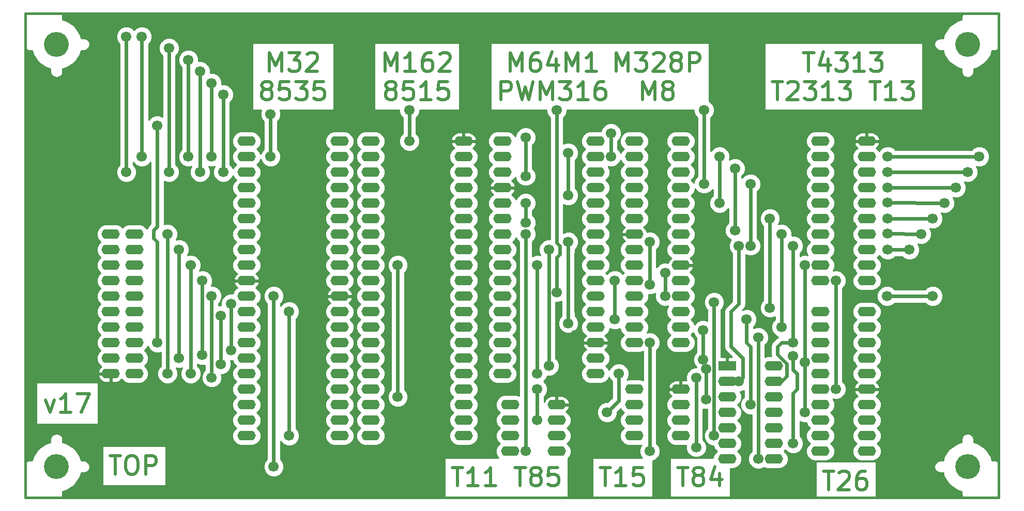
<source format=gtl>
G04 (created by PCBNEW-RS274X (2012-apr-16-27)-stable) date Ned 20 Lis 2013 22:46:23*
G01*
G70*
G90*
%MOIN*%
G04 Gerber Fmt 3.4, Leading zero omitted, Abs format*
%FSLAX34Y34*%
G04 APERTURE LIST*
%ADD10C,0.006000*%
%ADD11C,0.015000*%
%ADD12C,0.019700*%
%ADD13O,0.118100X0.063000*%
%ADD14O,0.118100X0.059100*%
%ADD15R,0.118100X0.063000*%
%ADD16C,0.160000*%
%ADD17C,0.066900*%
%ADD18C,0.023600*%
%ADD19C,0.010000*%
G04 APERTURE END LIST*
G54D10*
G54D11*
X30000Y-24750D02*
X30000Y-56000D01*
X92750Y-24750D02*
X30000Y-24750D01*
X92750Y-56000D02*
X92750Y-24750D01*
X30000Y-56000D02*
X92750Y-56000D01*
G54D12*
X31294Y-49690D02*
X31575Y-50478D01*
X31856Y-49690D01*
X32925Y-50478D02*
X32250Y-50478D01*
X32587Y-50478D02*
X32587Y-49297D01*
X32475Y-49465D01*
X32362Y-49578D01*
X32250Y-49634D01*
X33319Y-49297D02*
X34106Y-49297D01*
X33600Y-50478D01*
X81437Y-54297D02*
X82112Y-54297D01*
X81775Y-55478D02*
X81775Y-54297D01*
X82450Y-54409D02*
X82506Y-54353D01*
X82619Y-54297D01*
X82900Y-54297D01*
X83012Y-54353D01*
X83069Y-54409D01*
X83125Y-54521D01*
X83125Y-54634D01*
X83069Y-54803D01*
X82394Y-55478D01*
X83125Y-55478D01*
X84137Y-54297D02*
X83912Y-54297D01*
X83800Y-54353D01*
X83744Y-54409D01*
X83631Y-54578D01*
X83575Y-54803D01*
X83575Y-55253D01*
X83631Y-55365D01*
X83687Y-55421D01*
X83800Y-55478D01*
X84025Y-55478D01*
X84137Y-55421D01*
X84194Y-55365D01*
X84250Y-55253D01*
X84250Y-54971D01*
X84194Y-54859D01*
X84137Y-54803D01*
X84025Y-54746D01*
X83800Y-54746D01*
X83687Y-54803D01*
X83631Y-54859D01*
X83575Y-54971D01*
X72037Y-54047D02*
X72712Y-54047D01*
X72375Y-55228D02*
X72375Y-54047D01*
X73275Y-54553D02*
X73162Y-54496D01*
X73106Y-54440D01*
X73050Y-54328D01*
X73050Y-54271D01*
X73106Y-54159D01*
X73162Y-54103D01*
X73275Y-54047D01*
X73500Y-54047D01*
X73612Y-54103D01*
X73669Y-54159D01*
X73725Y-54271D01*
X73725Y-54328D01*
X73669Y-54440D01*
X73612Y-54496D01*
X73500Y-54553D01*
X73275Y-54553D01*
X73162Y-54609D01*
X73106Y-54665D01*
X73050Y-54778D01*
X73050Y-55003D01*
X73106Y-55115D01*
X73162Y-55171D01*
X73275Y-55228D01*
X73500Y-55228D01*
X73612Y-55171D01*
X73669Y-55115D01*
X73725Y-55003D01*
X73725Y-54778D01*
X73669Y-54665D01*
X73612Y-54609D01*
X73500Y-54553D01*
X74737Y-54440D02*
X74737Y-55228D01*
X74456Y-53990D02*
X74175Y-54834D01*
X74906Y-54834D01*
X67037Y-54047D02*
X67712Y-54047D01*
X67375Y-55228D02*
X67375Y-54047D01*
X68725Y-55228D02*
X68050Y-55228D01*
X68387Y-55228D02*
X68387Y-54047D01*
X68275Y-54215D01*
X68162Y-54328D01*
X68050Y-54384D01*
X69794Y-54047D02*
X69231Y-54047D01*
X69175Y-54609D01*
X69231Y-54553D01*
X69344Y-54496D01*
X69625Y-54496D01*
X69737Y-54553D01*
X69794Y-54609D01*
X69850Y-54721D01*
X69850Y-55003D01*
X69794Y-55115D01*
X69737Y-55171D01*
X69625Y-55228D01*
X69344Y-55228D01*
X69231Y-55171D01*
X69175Y-55115D01*
X80162Y-27297D02*
X80837Y-27297D01*
X80500Y-28478D02*
X80500Y-27297D01*
X81737Y-27690D02*
X81737Y-28478D01*
X81456Y-27240D02*
X81175Y-28084D01*
X81906Y-28084D01*
X82244Y-27297D02*
X82975Y-27297D01*
X82581Y-27746D01*
X82750Y-27746D01*
X82862Y-27803D01*
X82919Y-27859D01*
X82975Y-27971D01*
X82975Y-28253D01*
X82919Y-28365D01*
X82862Y-28421D01*
X82750Y-28478D01*
X82412Y-28478D01*
X82300Y-28421D01*
X82244Y-28365D01*
X84100Y-28478D02*
X83425Y-28478D01*
X83762Y-28478D02*
X83762Y-27297D01*
X83650Y-27465D01*
X83537Y-27578D01*
X83425Y-27634D01*
X84494Y-27297D02*
X85225Y-27297D01*
X84831Y-27746D01*
X85000Y-27746D01*
X85112Y-27803D01*
X85169Y-27859D01*
X85225Y-27971D01*
X85225Y-28253D01*
X85169Y-28365D01*
X85112Y-28421D01*
X85000Y-28478D01*
X84662Y-28478D01*
X84550Y-28421D01*
X84494Y-28365D01*
X78137Y-29147D02*
X78812Y-29147D01*
X78475Y-30328D02*
X78475Y-29147D01*
X79150Y-29259D02*
X79206Y-29203D01*
X79319Y-29147D01*
X79600Y-29147D01*
X79712Y-29203D01*
X79769Y-29259D01*
X79825Y-29371D01*
X79825Y-29484D01*
X79769Y-29653D01*
X79094Y-30328D01*
X79825Y-30328D01*
X80219Y-29147D02*
X80950Y-29147D01*
X80556Y-29596D01*
X80725Y-29596D01*
X80837Y-29653D01*
X80894Y-29709D01*
X80950Y-29821D01*
X80950Y-30103D01*
X80894Y-30215D01*
X80837Y-30271D01*
X80725Y-30328D01*
X80387Y-30328D01*
X80275Y-30271D01*
X80219Y-30215D01*
X82075Y-30328D02*
X81400Y-30328D01*
X81737Y-30328D02*
X81737Y-29147D01*
X81625Y-29315D01*
X81512Y-29428D01*
X81400Y-29484D01*
X82469Y-29147D02*
X83200Y-29147D01*
X82806Y-29596D01*
X82975Y-29596D01*
X83087Y-29653D01*
X83144Y-29709D01*
X83200Y-29821D01*
X83200Y-30103D01*
X83144Y-30215D01*
X83087Y-30271D01*
X82975Y-30328D01*
X82637Y-30328D01*
X82525Y-30271D01*
X82469Y-30215D01*
X84437Y-29147D02*
X85112Y-29147D01*
X84775Y-30328D02*
X84775Y-29147D01*
X86125Y-30328D02*
X85450Y-30328D01*
X85787Y-30328D02*
X85787Y-29147D01*
X85675Y-29315D01*
X85562Y-29428D01*
X85450Y-29484D01*
X86519Y-29147D02*
X87250Y-29147D01*
X86856Y-29596D01*
X87025Y-29596D01*
X87137Y-29653D01*
X87194Y-29709D01*
X87250Y-29821D01*
X87250Y-30103D01*
X87194Y-30215D01*
X87137Y-30271D01*
X87025Y-30328D01*
X86687Y-30328D01*
X86575Y-30271D01*
X86519Y-30215D01*
X68078Y-28478D02*
X68078Y-27297D01*
X68472Y-28140D01*
X68866Y-27297D01*
X68866Y-28478D01*
X69316Y-27297D02*
X70047Y-27297D01*
X69653Y-27746D01*
X69822Y-27746D01*
X69934Y-27803D01*
X69991Y-27859D01*
X70047Y-27971D01*
X70047Y-28253D01*
X69991Y-28365D01*
X69934Y-28421D01*
X69822Y-28478D01*
X69484Y-28478D01*
X69372Y-28421D01*
X69316Y-28365D01*
X70497Y-27409D02*
X70553Y-27353D01*
X70666Y-27297D01*
X70947Y-27297D01*
X71059Y-27353D01*
X71116Y-27409D01*
X71172Y-27521D01*
X71172Y-27634D01*
X71116Y-27803D01*
X70441Y-28478D01*
X71172Y-28478D01*
X71847Y-27803D02*
X71734Y-27746D01*
X71678Y-27690D01*
X71622Y-27578D01*
X71622Y-27521D01*
X71678Y-27409D01*
X71734Y-27353D01*
X71847Y-27297D01*
X72072Y-27297D01*
X72184Y-27353D01*
X72241Y-27409D01*
X72297Y-27521D01*
X72297Y-27578D01*
X72241Y-27690D01*
X72184Y-27746D01*
X72072Y-27803D01*
X71847Y-27803D01*
X71734Y-27859D01*
X71678Y-27915D01*
X71622Y-28028D01*
X71622Y-28253D01*
X71678Y-28365D01*
X71734Y-28421D01*
X71847Y-28478D01*
X72072Y-28478D01*
X72184Y-28421D01*
X72241Y-28365D01*
X72297Y-28253D01*
X72297Y-28028D01*
X72241Y-27915D01*
X72184Y-27859D01*
X72072Y-27803D01*
X72803Y-28478D02*
X72803Y-27297D01*
X73253Y-27297D01*
X73366Y-27353D01*
X73422Y-27409D01*
X73478Y-27521D01*
X73478Y-27690D01*
X73422Y-27803D01*
X73366Y-27859D01*
X73253Y-27915D01*
X72803Y-27915D01*
X69794Y-30328D02*
X69794Y-29147D01*
X70188Y-29990D01*
X70582Y-29147D01*
X70582Y-30328D01*
X71313Y-29653D02*
X71200Y-29596D01*
X71144Y-29540D01*
X71088Y-29428D01*
X71088Y-29371D01*
X71144Y-29259D01*
X71200Y-29203D01*
X71313Y-29147D01*
X71538Y-29147D01*
X71650Y-29203D01*
X71707Y-29259D01*
X71763Y-29371D01*
X71763Y-29428D01*
X71707Y-29540D01*
X71650Y-29596D01*
X71538Y-29653D01*
X71313Y-29653D01*
X71200Y-29709D01*
X71144Y-29765D01*
X71088Y-29878D01*
X71088Y-30103D01*
X71144Y-30215D01*
X71200Y-30271D01*
X71313Y-30328D01*
X71538Y-30328D01*
X71650Y-30271D01*
X71707Y-30215D01*
X71763Y-30103D01*
X71763Y-29878D01*
X71707Y-29765D01*
X71650Y-29709D01*
X71538Y-29653D01*
X57512Y-54047D02*
X58187Y-54047D01*
X57850Y-55228D02*
X57850Y-54047D01*
X59200Y-55228D02*
X58525Y-55228D01*
X58862Y-55228D02*
X58862Y-54047D01*
X58750Y-54215D01*
X58637Y-54328D01*
X58525Y-54384D01*
X60325Y-55228D02*
X59650Y-55228D01*
X59987Y-55228D02*
X59987Y-54047D01*
X59875Y-54215D01*
X59762Y-54328D01*
X59650Y-54384D01*
X61562Y-54047D02*
X62237Y-54047D01*
X61900Y-55228D02*
X61900Y-54047D01*
X62800Y-54553D02*
X62687Y-54496D01*
X62631Y-54440D01*
X62575Y-54328D01*
X62575Y-54271D01*
X62631Y-54159D01*
X62687Y-54103D01*
X62800Y-54047D01*
X63025Y-54047D01*
X63137Y-54103D01*
X63194Y-54159D01*
X63250Y-54271D01*
X63250Y-54328D01*
X63194Y-54440D01*
X63137Y-54496D01*
X63025Y-54553D01*
X62800Y-54553D01*
X62687Y-54609D01*
X62631Y-54665D01*
X62575Y-54778D01*
X62575Y-55003D01*
X62631Y-55115D01*
X62687Y-55171D01*
X62800Y-55228D01*
X63025Y-55228D01*
X63137Y-55171D01*
X63194Y-55115D01*
X63250Y-55003D01*
X63250Y-54778D01*
X63194Y-54665D01*
X63137Y-54609D01*
X63025Y-54553D01*
X64319Y-54047D02*
X63756Y-54047D01*
X63700Y-54609D01*
X63756Y-54553D01*
X63869Y-54496D01*
X64150Y-54496D01*
X64262Y-54553D01*
X64319Y-54609D01*
X64375Y-54721D01*
X64375Y-55003D01*
X64319Y-55115D01*
X64262Y-55171D01*
X64150Y-55228D01*
X63869Y-55228D01*
X63756Y-55171D01*
X63700Y-55115D01*
X61244Y-28478D02*
X61244Y-27297D01*
X61638Y-28140D01*
X62032Y-27297D01*
X62032Y-28478D01*
X63100Y-27297D02*
X62875Y-27297D01*
X62763Y-27353D01*
X62707Y-27409D01*
X62594Y-27578D01*
X62538Y-27803D01*
X62538Y-28253D01*
X62594Y-28365D01*
X62650Y-28421D01*
X62763Y-28478D01*
X62988Y-28478D01*
X63100Y-28421D01*
X63157Y-28365D01*
X63213Y-28253D01*
X63213Y-27971D01*
X63157Y-27859D01*
X63100Y-27803D01*
X62988Y-27746D01*
X62763Y-27746D01*
X62650Y-27803D01*
X62594Y-27859D01*
X62538Y-27971D01*
X64225Y-27690D02*
X64225Y-28478D01*
X63944Y-27240D02*
X63663Y-28084D01*
X64394Y-28084D01*
X64844Y-28478D02*
X64844Y-27297D01*
X65238Y-28140D01*
X65632Y-27297D01*
X65632Y-28478D01*
X66813Y-28478D02*
X66138Y-28478D01*
X66475Y-28478D02*
X66475Y-27297D01*
X66363Y-27465D01*
X66250Y-27578D01*
X66138Y-27634D01*
X60653Y-30328D02*
X60653Y-29147D01*
X61103Y-29147D01*
X61216Y-29203D01*
X61272Y-29259D01*
X61328Y-29371D01*
X61328Y-29540D01*
X61272Y-29653D01*
X61216Y-29709D01*
X61103Y-29765D01*
X60653Y-29765D01*
X61722Y-29147D02*
X62003Y-30328D01*
X62228Y-29484D01*
X62453Y-30328D01*
X62734Y-29147D01*
X63184Y-30328D02*
X63184Y-29147D01*
X63578Y-29990D01*
X63972Y-29147D01*
X63972Y-30328D01*
X64422Y-29147D02*
X65153Y-29147D01*
X64759Y-29596D01*
X64928Y-29596D01*
X65040Y-29653D01*
X65097Y-29709D01*
X65153Y-29821D01*
X65153Y-30103D01*
X65097Y-30215D01*
X65040Y-30271D01*
X64928Y-30328D01*
X64590Y-30328D01*
X64478Y-30271D01*
X64422Y-30215D01*
X66278Y-30328D02*
X65603Y-30328D01*
X65940Y-30328D02*
X65940Y-29147D01*
X65828Y-29315D01*
X65715Y-29428D01*
X65603Y-29484D01*
X67290Y-29147D02*
X67065Y-29147D01*
X66953Y-29203D01*
X66897Y-29259D01*
X66784Y-29428D01*
X66728Y-29653D01*
X66728Y-30103D01*
X66784Y-30215D01*
X66840Y-30271D01*
X66953Y-30328D01*
X67178Y-30328D01*
X67290Y-30271D01*
X67347Y-30215D01*
X67403Y-30103D01*
X67403Y-29821D01*
X67347Y-29709D01*
X67290Y-29653D01*
X67178Y-29596D01*
X66953Y-29596D01*
X66840Y-29653D01*
X66784Y-29709D01*
X66728Y-29821D01*
X53169Y-28478D02*
X53169Y-27297D01*
X53563Y-28140D01*
X53957Y-27297D01*
X53957Y-28478D01*
X55138Y-28478D02*
X54463Y-28478D01*
X54800Y-28478D02*
X54800Y-27297D01*
X54688Y-27465D01*
X54575Y-27578D01*
X54463Y-27634D01*
X56150Y-27297D02*
X55925Y-27297D01*
X55813Y-27353D01*
X55757Y-27409D01*
X55644Y-27578D01*
X55588Y-27803D01*
X55588Y-28253D01*
X55644Y-28365D01*
X55700Y-28421D01*
X55813Y-28478D01*
X56038Y-28478D01*
X56150Y-28421D01*
X56207Y-28365D01*
X56263Y-28253D01*
X56263Y-27971D01*
X56207Y-27859D01*
X56150Y-27803D01*
X56038Y-27746D01*
X55813Y-27746D01*
X55700Y-27803D01*
X55644Y-27859D01*
X55588Y-27971D01*
X56713Y-27409D02*
X56769Y-27353D01*
X56882Y-27297D01*
X57163Y-27297D01*
X57275Y-27353D01*
X57332Y-27409D01*
X57388Y-27521D01*
X57388Y-27634D01*
X57332Y-27803D01*
X56657Y-28478D01*
X57388Y-28478D01*
X53450Y-29653D02*
X53337Y-29596D01*
X53281Y-29540D01*
X53225Y-29428D01*
X53225Y-29371D01*
X53281Y-29259D01*
X53337Y-29203D01*
X53450Y-29147D01*
X53675Y-29147D01*
X53787Y-29203D01*
X53844Y-29259D01*
X53900Y-29371D01*
X53900Y-29428D01*
X53844Y-29540D01*
X53787Y-29596D01*
X53675Y-29653D01*
X53450Y-29653D01*
X53337Y-29709D01*
X53281Y-29765D01*
X53225Y-29878D01*
X53225Y-30103D01*
X53281Y-30215D01*
X53337Y-30271D01*
X53450Y-30328D01*
X53675Y-30328D01*
X53787Y-30271D01*
X53844Y-30215D01*
X53900Y-30103D01*
X53900Y-29878D01*
X53844Y-29765D01*
X53787Y-29709D01*
X53675Y-29653D01*
X54969Y-29147D02*
X54406Y-29147D01*
X54350Y-29709D01*
X54406Y-29653D01*
X54519Y-29596D01*
X54800Y-29596D01*
X54912Y-29653D01*
X54969Y-29709D01*
X55025Y-29821D01*
X55025Y-30103D01*
X54969Y-30215D01*
X54912Y-30271D01*
X54800Y-30328D01*
X54519Y-30328D01*
X54406Y-30271D01*
X54350Y-30215D01*
X56150Y-30328D02*
X55475Y-30328D01*
X55812Y-30328D02*
X55812Y-29147D01*
X55700Y-29315D01*
X55587Y-29428D01*
X55475Y-29484D01*
X57219Y-29147D02*
X56656Y-29147D01*
X56600Y-29709D01*
X56656Y-29653D01*
X56769Y-29596D01*
X57050Y-29596D01*
X57162Y-29653D01*
X57219Y-29709D01*
X57275Y-29821D01*
X57275Y-30103D01*
X57219Y-30215D01*
X57162Y-30271D01*
X57050Y-30328D01*
X56769Y-30328D01*
X56656Y-30271D01*
X56600Y-30215D01*
X45731Y-28478D02*
X45731Y-27297D01*
X46125Y-28140D01*
X46519Y-27297D01*
X46519Y-28478D01*
X46969Y-27297D02*
X47700Y-27297D01*
X47306Y-27746D01*
X47475Y-27746D01*
X47587Y-27803D01*
X47644Y-27859D01*
X47700Y-27971D01*
X47700Y-28253D01*
X47644Y-28365D01*
X47587Y-28421D01*
X47475Y-28478D01*
X47137Y-28478D01*
X47025Y-28421D01*
X46969Y-28365D01*
X48150Y-27409D02*
X48206Y-27353D01*
X48319Y-27297D01*
X48600Y-27297D01*
X48712Y-27353D01*
X48769Y-27409D01*
X48825Y-27521D01*
X48825Y-27634D01*
X48769Y-27803D01*
X48094Y-28478D01*
X48825Y-28478D01*
X45450Y-29653D02*
X45337Y-29596D01*
X45281Y-29540D01*
X45225Y-29428D01*
X45225Y-29371D01*
X45281Y-29259D01*
X45337Y-29203D01*
X45450Y-29147D01*
X45675Y-29147D01*
X45787Y-29203D01*
X45844Y-29259D01*
X45900Y-29371D01*
X45900Y-29428D01*
X45844Y-29540D01*
X45787Y-29596D01*
X45675Y-29653D01*
X45450Y-29653D01*
X45337Y-29709D01*
X45281Y-29765D01*
X45225Y-29878D01*
X45225Y-30103D01*
X45281Y-30215D01*
X45337Y-30271D01*
X45450Y-30328D01*
X45675Y-30328D01*
X45787Y-30271D01*
X45844Y-30215D01*
X45900Y-30103D01*
X45900Y-29878D01*
X45844Y-29765D01*
X45787Y-29709D01*
X45675Y-29653D01*
X46969Y-29147D02*
X46406Y-29147D01*
X46350Y-29709D01*
X46406Y-29653D01*
X46519Y-29596D01*
X46800Y-29596D01*
X46912Y-29653D01*
X46969Y-29709D01*
X47025Y-29821D01*
X47025Y-30103D01*
X46969Y-30215D01*
X46912Y-30271D01*
X46800Y-30328D01*
X46519Y-30328D01*
X46406Y-30271D01*
X46350Y-30215D01*
X47419Y-29147D02*
X48150Y-29147D01*
X47756Y-29596D01*
X47925Y-29596D01*
X48037Y-29653D01*
X48094Y-29709D01*
X48150Y-29821D01*
X48150Y-30103D01*
X48094Y-30215D01*
X48037Y-30271D01*
X47925Y-30328D01*
X47587Y-30328D01*
X47475Y-30271D01*
X47419Y-30215D01*
X49219Y-29147D02*
X48656Y-29147D01*
X48600Y-29709D01*
X48656Y-29653D01*
X48769Y-29596D01*
X49050Y-29596D01*
X49162Y-29653D01*
X49219Y-29709D01*
X49275Y-29821D01*
X49275Y-30103D01*
X49219Y-30215D01*
X49162Y-30271D01*
X49050Y-30328D01*
X48769Y-30328D01*
X48656Y-30271D01*
X48600Y-30215D01*
X35453Y-53297D02*
X36128Y-53297D01*
X35791Y-54478D02*
X35791Y-53297D01*
X36747Y-53297D02*
X36972Y-53297D01*
X37085Y-53353D01*
X37197Y-53465D01*
X37253Y-53690D01*
X37253Y-54084D01*
X37197Y-54309D01*
X37085Y-54421D01*
X36972Y-54478D01*
X36747Y-54478D01*
X36635Y-54421D01*
X36522Y-54309D01*
X36466Y-54084D01*
X36466Y-53690D01*
X36522Y-53465D01*
X36635Y-53353D01*
X36747Y-53297D01*
X37759Y-54478D02*
X37759Y-53297D01*
X38209Y-53297D01*
X38322Y-53353D01*
X38378Y-53409D01*
X38434Y-53521D01*
X38434Y-53690D01*
X38378Y-53803D01*
X38322Y-53859D01*
X38209Y-53915D01*
X37759Y-53915D01*
G54D13*
X69250Y-34000D03*
X69250Y-35000D03*
X69250Y-36000D03*
X69250Y-37000D03*
X69250Y-38000D03*
X69250Y-39000D03*
X69250Y-40000D03*
X69250Y-41000D03*
X69250Y-42000D03*
X69250Y-43000D03*
X69250Y-44000D03*
X69250Y-45000D03*
X69250Y-46000D03*
X69250Y-33000D03*
X72250Y-46000D03*
X72250Y-45000D03*
X72250Y-44000D03*
X72250Y-43000D03*
X72250Y-42000D03*
X72250Y-41000D03*
X72250Y-40000D03*
X72250Y-39000D03*
X72250Y-38000D03*
X72250Y-37000D03*
X72250Y-36000D03*
X72250Y-35000D03*
X72250Y-34000D03*
X72250Y-33000D03*
X37006Y-48000D03*
X35494Y-48000D03*
X37006Y-47000D03*
X35494Y-47000D03*
X37006Y-46000D03*
X35494Y-46000D03*
X37006Y-45000D03*
X35494Y-45000D03*
X37006Y-44000D03*
X35494Y-44000D03*
X37006Y-43000D03*
X35494Y-43000D03*
X37006Y-42000D03*
X35494Y-42000D03*
X37006Y-41000D03*
X35494Y-41000D03*
X37006Y-40000D03*
X35494Y-40000D03*
X37006Y-39000D03*
X35494Y-39000D03*
X44250Y-33000D03*
X44250Y-34000D03*
X44250Y-35000D03*
X44250Y-36000D03*
X44250Y-37000D03*
X44250Y-38000D03*
X44250Y-39000D03*
X44250Y-40000D03*
X44250Y-41000D03*
X44250Y-42000D03*
X44250Y-43000D03*
X44250Y-44000D03*
X44250Y-45000D03*
X44250Y-46000D03*
X44250Y-47000D03*
X44250Y-48000D03*
X44250Y-49000D03*
X44250Y-50000D03*
X44250Y-51000D03*
X44250Y-52000D03*
X50250Y-52000D03*
X50250Y-51000D03*
X50250Y-50000D03*
X50250Y-49000D03*
X50250Y-48000D03*
X50250Y-47000D03*
X50250Y-46000D03*
X50250Y-45000D03*
X50250Y-44000D03*
X50250Y-43000D03*
X50250Y-42000D03*
X50250Y-41000D03*
X50250Y-40000D03*
X50250Y-39000D03*
X50250Y-38000D03*
X50250Y-37000D03*
X50250Y-36000D03*
X50250Y-35000D03*
X50250Y-34000D03*
X50250Y-33000D03*
X52250Y-33000D03*
X52250Y-34000D03*
X52250Y-35000D03*
X52250Y-36000D03*
X52250Y-37000D03*
X52250Y-38000D03*
X52250Y-39000D03*
X52250Y-40000D03*
X52250Y-41000D03*
X52250Y-42000D03*
X52250Y-43000D03*
X52250Y-44000D03*
X52250Y-45000D03*
X52250Y-46000D03*
X52250Y-47000D03*
X52250Y-48000D03*
X52250Y-49000D03*
X52250Y-50000D03*
X52250Y-51000D03*
X52250Y-52000D03*
X58250Y-52000D03*
X58250Y-51000D03*
X58250Y-50000D03*
X58250Y-49000D03*
X58250Y-48000D03*
X58250Y-47000D03*
X58250Y-46000D03*
X58250Y-45000D03*
X58250Y-44000D03*
X58250Y-43000D03*
X58250Y-42000D03*
X58250Y-41000D03*
X58250Y-40000D03*
X58250Y-39000D03*
X58250Y-38000D03*
X58250Y-37000D03*
X58250Y-36000D03*
X58250Y-35000D03*
X58250Y-34000D03*
X58250Y-33000D03*
X81250Y-33000D03*
X81250Y-34000D03*
X81250Y-35000D03*
X81250Y-36000D03*
X81250Y-37000D03*
X81250Y-38000D03*
X81250Y-39000D03*
X81250Y-40000D03*
X81250Y-41000D03*
X81250Y-42000D03*
X84250Y-42000D03*
X84250Y-41000D03*
X84250Y-40000D03*
X84250Y-39000D03*
X84250Y-38000D03*
X84250Y-37000D03*
X84250Y-36000D03*
X84250Y-35000D03*
X84250Y-34000D03*
X84250Y-33000D03*
X81250Y-44000D03*
X81250Y-45000D03*
X81250Y-46000D03*
X81250Y-47000D03*
X81250Y-48000D03*
X81250Y-49000D03*
X81250Y-50000D03*
X81250Y-51000D03*
X81250Y-52000D03*
X81250Y-53000D03*
X84250Y-53000D03*
X84250Y-52000D03*
X84250Y-51000D03*
X84250Y-50000D03*
X84250Y-49000D03*
X84250Y-48000D03*
X84250Y-47000D03*
X84250Y-46000D03*
X84250Y-45000D03*
X84250Y-44000D03*
X69250Y-49000D03*
X69250Y-50000D03*
X69250Y-51000D03*
X69250Y-52000D03*
X72250Y-52000D03*
X72250Y-51000D03*
X72250Y-50000D03*
X72250Y-49000D03*
X61250Y-50000D03*
X61250Y-51000D03*
X61250Y-52000D03*
X61250Y-53000D03*
X64250Y-53000D03*
X64250Y-52000D03*
X64250Y-51000D03*
X64250Y-50000D03*
X60750Y-33000D03*
X60750Y-34000D03*
X60750Y-35000D03*
X60750Y-36000D03*
X60750Y-37000D03*
X60750Y-38000D03*
X60750Y-39000D03*
X60750Y-40000D03*
X60750Y-41000D03*
X60750Y-42000D03*
X60750Y-43000D03*
X60750Y-44000D03*
X60750Y-45000D03*
X60750Y-46000D03*
X60750Y-47000D03*
X60750Y-48000D03*
X66750Y-48000D03*
X66750Y-47000D03*
X66750Y-46000D03*
X66750Y-45000D03*
X66750Y-44000D03*
G54D14*
X66750Y-43000D03*
G54D13*
X66750Y-42000D03*
X66750Y-41000D03*
X66750Y-40000D03*
X66750Y-39000D03*
X66750Y-38000D03*
X66750Y-37000D03*
G54D14*
X66750Y-36000D03*
G54D13*
X66750Y-35000D03*
X66750Y-34000D03*
X66750Y-33000D03*
G54D15*
X75250Y-47500D03*
G54D13*
X75250Y-48500D03*
X75250Y-49500D03*
X75250Y-50500D03*
X75250Y-51500D03*
X75250Y-52500D03*
X75250Y-53500D03*
X78250Y-53500D03*
X78250Y-52500D03*
X78250Y-51500D03*
X78250Y-50500D03*
X78250Y-49500D03*
X78250Y-48500D03*
X78250Y-47500D03*
G54D16*
X32000Y-26750D03*
X90750Y-26750D03*
X90750Y-54000D03*
X32000Y-54000D03*
G54D17*
X79500Y-46000D03*
X41400Y-46800D03*
X79500Y-39750D03*
X41400Y-42000D03*
X54750Y-31000D03*
X64250Y-42750D03*
X38500Y-46000D03*
X73750Y-31000D03*
X38500Y-32000D03*
X54750Y-33000D03*
X64250Y-31000D03*
X73750Y-35750D03*
X76000Y-48500D03*
X47000Y-52000D03*
X76750Y-35750D03*
X76750Y-39750D03*
X76000Y-39750D03*
X47000Y-44000D03*
X63750Y-40000D03*
X63750Y-47500D03*
X70250Y-53000D03*
X70250Y-46000D03*
X85600Y-40000D03*
X63000Y-41000D03*
X45800Y-31250D03*
X63000Y-48000D03*
X77250Y-53500D03*
X67500Y-50500D03*
X45800Y-34000D03*
X87000Y-40000D03*
X68250Y-48000D03*
X77250Y-45650D03*
X73900Y-47700D03*
X85600Y-38950D03*
X73700Y-45200D03*
X42750Y-30000D03*
X63000Y-51000D03*
X73900Y-49650D03*
X79500Y-46850D03*
X63000Y-49000D03*
X73700Y-47100D03*
X79500Y-52500D03*
X87750Y-39000D03*
X42750Y-35000D03*
X68000Y-42000D03*
X42000Y-29250D03*
X85550Y-43000D03*
X68000Y-44500D03*
X42000Y-34000D03*
X88500Y-43000D03*
X85600Y-38000D03*
X88500Y-38000D03*
X89250Y-37000D03*
X71250Y-41500D03*
X71250Y-43000D03*
X41250Y-35000D03*
X85600Y-36950D03*
X41250Y-28500D03*
X40500Y-34000D03*
X85600Y-36000D03*
X40500Y-27750D03*
X70250Y-39500D03*
X90000Y-36000D03*
X70250Y-42250D03*
X85600Y-35000D03*
X75750Y-34750D03*
X75750Y-38750D03*
X39250Y-35000D03*
X90750Y-35000D03*
X39250Y-27000D03*
X91500Y-34000D03*
X74750Y-37000D03*
X74750Y-34000D03*
X37500Y-34000D03*
X85600Y-34000D03*
X37500Y-26250D03*
X78000Y-38000D03*
X62250Y-35250D03*
X78000Y-43750D03*
X62250Y-32750D03*
X42600Y-47400D03*
X42600Y-44250D03*
X39150Y-39000D03*
X76500Y-44500D03*
X76750Y-50000D03*
X39150Y-48000D03*
X43250Y-46500D03*
X43250Y-43500D03*
X73250Y-48250D03*
X54000Y-41000D03*
X36500Y-35000D03*
X67750Y-32500D03*
X36500Y-26250D03*
X54000Y-49500D03*
X73250Y-52750D03*
X67750Y-34000D03*
X65500Y-45500D03*
X71250Y-55000D03*
X83250Y-33000D03*
X83250Y-38500D03*
X65250Y-46250D03*
X73500Y-41000D03*
X59500Y-36500D03*
X63250Y-36000D03*
X63250Y-38500D03*
X65500Y-38500D03*
X66000Y-55000D03*
X48250Y-51250D03*
X65250Y-49500D03*
X48250Y-43750D03*
X48250Y-55000D03*
X48250Y-50500D03*
X66000Y-50000D03*
X73500Y-39250D03*
X48250Y-43000D03*
X46750Y-42000D03*
X83250Y-41500D03*
X71250Y-49000D03*
X83250Y-47500D03*
X59500Y-33000D03*
X42000Y-43000D03*
X78750Y-39000D03*
X65000Y-36500D03*
X78750Y-45000D03*
X42000Y-48250D03*
X65000Y-33750D03*
X40650Y-48000D03*
X80250Y-50500D03*
X80250Y-41000D03*
X80250Y-47250D03*
X40650Y-41000D03*
X39900Y-40000D03*
X74400Y-52000D03*
X39900Y-47000D03*
X74400Y-43400D03*
X82250Y-42000D03*
X62250Y-39000D03*
X82250Y-49000D03*
X65000Y-44750D03*
X46000Y-54000D03*
X65000Y-39500D03*
X46000Y-43000D03*
X62250Y-37000D03*
X62250Y-53000D03*
X62250Y-38250D03*
G54D18*
X41400Y-42000D02*
X41400Y-46800D01*
X78250Y-48500D02*
X78750Y-48500D01*
X78750Y-46000D02*
X79500Y-46000D01*
X78500Y-46250D02*
X78750Y-46000D01*
X78500Y-46750D02*
X78500Y-46250D01*
X79100Y-47350D02*
X78500Y-46750D01*
X79100Y-48150D02*
X79100Y-47350D01*
X78750Y-48500D02*
X79100Y-48150D01*
X79500Y-46000D02*
X79500Y-39750D01*
X64250Y-42750D02*
X64250Y-40500D01*
X38500Y-32000D02*
X38500Y-38500D01*
X73750Y-31000D02*
X73750Y-35750D01*
X38250Y-39250D02*
X38500Y-39500D01*
X38500Y-38500D02*
X38250Y-38750D01*
X64450Y-39750D02*
X64250Y-39550D01*
X38500Y-39500D02*
X38500Y-46000D01*
X54750Y-31000D02*
X54750Y-33000D01*
X64250Y-40500D02*
X64450Y-40300D01*
X64250Y-39550D02*
X64250Y-31000D01*
X38250Y-38750D02*
X38250Y-39250D01*
X64450Y-40300D02*
X64450Y-39750D01*
X76250Y-47000D02*
X75500Y-46250D01*
X47000Y-44000D02*
X47000Y-52000D01*
X76000Y-48500D02*
X76250Y-48250D01*
X76000Y-43500D02*
X75500Y-44000D01*
X76000Y-43500D02*
X76000Y-39750D01*
X76750Y-39750D02*
X76750Y-35750D01*
X76250Y-48250D02*
X76250Y-47000D01*
X75500Y-44000D02*
X75500Y-46250D01*
X70250Y-53000D02*
X70250Y-46000D01*
X63750Y-40000D02*
X63750Y-47500D01*
X45800Y-31250D02*
X45800Y-31250D01*
X45800Y-31900D02*
X45800Y-34000D01*
X68250Y-48000D02*
X68250Y-49750D01*
X63000Y-48000D02*
X63000Y-41000D01*
X85600Y-40000D02*
X87000Y-40000D01*
X45800Y-31250D02*
X45800Y-31700D01*
X45800Y-31900D02*
X45800Y-31700D01*
X68250Y-49750D02*
X67500Y-50500D01*
X77250Y-53500D02*
X77250Y-45650D01*
X73900Y-47700D02*
X73900Y-49650D01*
X73700Y-45200D02*
X73700Y-47100D01*
X42750Y-30000D02*
X42750Y-35000D01*
X85600Y-38950D02*
X87750Y-39000D01*
X79500Y-47750D02*
X79750Y-48000D01*
X79750Y-48000D02*
X79750Y-49000D01*
X79750Y-49000D02*
X79500Y-49250D01*
X79500Y-49250D02*
X79500Y-52500D01*
X79500Y-46850D02*
X79500Y-47750D01*
X63000Y-51000D02*
X63000Y-49000D01*
X42000Y-29250D02*
X42000Y-34000D01*
X88500Y-38000D02*
X85600Y-38000D01*
X88500Y-43000D02*
X85550Y-43000D01*
X68000Y-42000D02*
X68000Y-44500D01*
X71250Y-41500D02*
X71250Y-43000D01*
X41250Y-28500D02*
X41250Y-35000D01*
X89250Y-37000D02*
X85600Y-36950D01*
X40500Y-27750D02*
X40500Y-34000D01*
X90000Y-36000D02*
X85600Y-36000D01*
X70250Y-42250D02*
X70250Y-39500D01*
X90750Y-35000D02*
X85600Y-35000D01*
X75750Y-34750D02*
X75750Y-38000D01*
X75750Y-38000D02*
X75750Y-38750D01*
X39250Y-27000D02*
X39250Y-35000D01*
X91500Y-34000D02*
X85600Y-34000D01*
X37500Y-26250D02*
X37500Y-34000D01*
X74750Y-34000D02*
X74750Y-37000D01*
X62250Y-32750D02*
X62250Y-35250D01*
X78000Y-43750D02*
X78000Y-38000D01*
X42600Y-44250D02*
X42600Y-47400D01*
X39150Y-39000D02*
X39150Y-48000D01*
X76500Y-46000D02*
X76750Y-46250D01*
X76500Y-44500D02*
X76500Y-46000D01*
X76750Y-50000D02*
X76750Y-46250D01*
X43250Y-43500D02*
X43250Y-46500D01*
X73250Y-52750D02*
X73250Y-48250D01*
X36500Y-26250D02*
X36500Y-35000D01*
X54000Y-41000D02*
X54000Y-49500D01*
X67750Y-34000D02*
X67750Y-32500D01*
X73500Y-39250D02*
X73500Y-41000D01*
X71250Y-49000D02*
X71250Y-55000D01*
X48250Y-43000D02*
X47750Y-43000D01*
X65750Y-39250D02*
X65500Y-39000D01*
X65500Y-44000D02*
X65500Y-40250D01*
X65250Y-49500D02*
X65250Y-46250D01*
X65500Y-45500D02*
X65750Y-45250D01*
X65750Y-40000D02*
X65750Y-39250D01*
X63250Y-36000D02*
X63250Y-38500D01*
X65500Y-40250D02*
X65750Y-40000D01*
X65750Y-45250D02*
X65750Y-44250D01*
X65500Y-39000D02*
X65500Y-38500D01*
X65750Y-44250D02*
X65500Y-44000D01*
X48250Y-50500D02*
X48250Y-43750D01*
X83250Y-47500D02*
X83250Y-41500D01*
X59500Y-33000D02*
X59500Y-36500D01*
X48250Y-55000D02*
X48250Y-51250D01*
X66000Y-50000D02*
X66000Y-55000D01*
X47750Y-43000D02*
X46750Y-42000D01*
X83250Y-38500D02*
X83250Y-33000D01*
X42000Y-43000D02*
X42000Y-48250D01*
X65000Y-33750D02*
X65000Y-36500D01*
X78750Y-45000D02*
X78750Y-39000D01*
X40650Y-41000D02*
X40650Y-48000D01*
X80250Y-47250D02*
X80250Y-41000D01*
X80250Y-50500D02*
X80250Y-47250D01*
X74400Y-43400D02*
X74400Y-52000D01*
X39900Y-40000D02*
X39900Y-47000D01*
X65000Y-39850D02*
X65000Y-40050D01*
X82250Y-42000D02*
X82250Y-49000D01*
X46000Y-43000D02*
X46000Y-54000D01*
X65000Y-39500D02*
X65000Y-39850D01*
X65000Y-40050D02*
X65000Y-44750D01*
X62250Y-53000D02*
X62250Y-39000D01*
X62250Y-38250D02*
X62250Y-37000D01*
G54D10*
G36*
X69300Y-39050D02*
X69200Y-39050D01*
X69150Y-39050D01*
X68475Y-39050D01*
X68428Y-39137D01*
X68513Y-39338D01*
X68637Y-39452D01*
X68602Y-39467D01*
X68425Y-39644D01*
X68329Y-39875D01*
X68329Y-40125D01*
X68425Y-40356D01*
X68569Y-40500D01*
X68425Y-40644D01*
X68329Y-40875D01*
X68329Y-41125D01*
X68425Y-41356D01*
X68569Y-41500D01*
X68500Y-41568D01*
X68373Y-41441D01*
X68131Y-41341D01*
X67869Y-41341D01*
X67627Y-41441D01*
X67499Y-41568D01*
X67431Y-41500D01*
X67575Y-41356D01*
X67671Y-41125D01*
X67671Y-40875D01*
X67575Y-40644D01*
X67431Y-40500D01*
X67575Y-40356D01*
X67671Y-40125D01*
X67671Y-39875D01*
X67575Y-39644D01*
X67431Y-39500D01*
X67575Y-39356D01*
X67671Y-39125D01*
X67671Y-38875D01*
X67575Y-38644D01*
X67431Y-38500D01*
X67575Y-38356D01*
X67671Y-38125D01*
X67671Y-37875D01*
X67575Y-37644D01*
X67431Y-37500D01*
X67575Y-37356D01*
X67671Y-37125D01*
X67671Y-36875D01*
X67575Y-36644D01*
X67427Y-36496D01*
X67578Y-36345D01*
X67671Y-36121D01*
X67671Y-35879D01*
X67578Y-35655D01*
X67427Y-35504D01*
X67575Y-35356D01*
X67671Y-35125D01*
X67671Y-34875D01*
X67575Y-34644D01*
X67569Y-34638D01*
X67619Y-34659D01*
X67881Y-34659D01*
X68123Y-34559D01*
X68309Y-34373D01*
X68370Y-34224D01*
X68425Y-34356D01*
X68569Y-34500D01*
X68425Y-34644D01*
X68329Y-34875D01*
X68329Y-35125D01*
X68425Y-35356D01*
X68569Y-35500D01*
X68425Y-35644D01*
X68329Y-35875D01*
X68329Y-36125D01*
X68425Y-36356D01*
X68569Y-36500D01*
X68425Y-36644D01*
X68329Y-36875D01*
X68329Y-37125D01*
X68425Y-37356D01*
X68569Y-37500D01*
X68425Y-37644D01*
X68329Y-37875D01*
X68329Y-38125D01*
X68425Y-38356D01*
X68602Y-38533D01*
X68637Y-38547D01*
X68513Y-38662D01*
X68428Y-38863D01*
X68475Y-38950D01*
X69150Y-38950D01*
X69200Y-38950D01*
X69300Y-38950D01*
X69300Y-39050D01*
X69300Y-39050D01*
G37*
G54D19*
X69300Y-39050D02*
X69200Y-39050D01*
X69150Y-39050D01*
X68475Y-39050D01*
X68428Y-39137D01*
X68513Y-39338D01*
X68637Y-39452D01*
X68602Y-39467D01*
X68425Y-39644D01*
X68329Y-39875D01*
X68329Y-40125D01*
X68425Y-40356D01*
X68569Y-40500D01*
X68425Y-40644D01*
X68329Y-40875D01*
X68329Y-41125D01*
X68425Y-41356D01*
X68569Y-41500D01*
X68500Y-41568D01*
X68373Y-41441D01*
X68131Y-41341D01*
X67869Y-41341D01*
X67627Y-41441D01*
X67499Y-41568D01*
X67431Y-41500D01*
X67575Y-41356D01*
X67671Y-41125D01*
X67671Y-40875D01*
X67575Y-40644D01*
X67431Y-40500D01*
X67575Y-40356D01*
X67671Y-40125D01*
X67671Y-39875D01*
X67575Y-39644D01*
X67431Y-39500D01*
X67575Y-39356D01*
X67671Y-39125D01*
X67671Y-38875D01*
X67575Y-38644D01*
X67431Y-38500D01*
X67575Y-38356D01*
X67671Y-38125D01*
X67671Y-37875D01*
X67575Y-37644D01*
X67431Y-37500D01*
X67575Y-37356D01*
X67671Y-37125D01*
X67671Y-36875D01*
X67575Y-36644D01*
X67427Y-36496D01*
X67578Y-36345D01*
X67671Y-36121D01*
X67671Y-35879D01*
X67578Y-35655D01*
X67427Y-35504D01*
X67575Y-35356D01*
X67671Y-35125D01*
X67671Y-34875D01*
X67575Y-34644D01*
X67569Y-34638D01*
X67619Y-34659D01*
X67881Y-34659D01*
X68123Y-34559D01*
X68309Y-34373D01*
X68370Y-34224D01*
X68425Y-34356D01*
X68569Y-34500D01*
X68425Y-34644D01*
X68329Y-34875D01*
X68329Y-35125D01*
X68425Y-35356D01*
X68569Y-35500D01*
X68425Y-35644D01*
X68329Y-35875D01*
X68329Y-36125D01*
X68425Y-36356D01*
X68569Y-36500D01*
X68425Y-36644D01*
X68329Y-36875D01*
X68329Y-37125D01*
X68425Y-37356D01*
X68569Y-37500D01*
X68425Y-37644D01*
X68329Y-37875D01*
X68329Y-38125D01*
X68425Y-38356D01*
X68602Y-38533D01*
X68637Y-38547D01*
X68513Y-38662D01*
X68428Y-38863D01*
X68475Y-38950D01*
X69150Y-38950D01*
X69200Y-38950D01*
X69300Y-38950D01*
X69300Y-39050D01*
G54D10*
G36*
X73306Y-35262D02*
X73191Y-35377D01*
X73091Y-35619D01*
X73091Y-35682D01*
X73075Y-35644D01*
X72931Y-35500D01*
X73075Y-35356D01*
X73171Y-35125D01*
X73171Y-34875D01*
X73075Y-34644D01*
X72931Y-34500D01*
X73075Y-34356D01*
X73171Y-34125D01*
X73171Y-33875D01*
X73075Y-33644D01*
X72931Y-33500D01*
X73075Y-33356D01*
X73171Y-33125D01*
X73171Y-32875D01*
X73075Y-32644D01*
X72898Y-32467D01*
X72667Y-32371D01*
X72417Y-32371D01*
X71833Y-32371D01*
X71602Y-32467D01*
X71425Y-32644D01*
X71329Y-32875D01*
X71329Y-33125D01*
X71425Y-33356D01*
X71569Y-33500D01*
X71425Y-33644D01*
X71329Y-33875D01*
X71329Y-34125D01*
X71425Y-34356D01*
X71569Y-34500D01*
X71425Y-34644D01*
X71329Y-34875D01*
X71329Y-35125D01*
X71425Y-35356D01*
X71569Y-35500D01*
X71425Y-35644D01*
X71329Y-35875D01*
X71329Y-36125D01*
X71425Y-36356D01*
X71569Y-36500D01*
X71425Y-36644D01*
X71329Y-36875D01*
X71329Y-37125D01*
X71425Y-37356D01*
X71569Y-37500D01*
X71425Y-37644D01*
X71329Y-37875D01*
X71329Y-38125D01*
X71425Y-38356D01*
X71569Y-38500D01*
X71425Y-38644D01*
X71329Y-38875D01*
X71329Y-39125D01*
X71425Y-39356D01*
X71569Y-39500D01*
X71425Y-39644D01*
X71329Y-39875D01*
X71329Y-40125D01*
X71425Y-40356D01*
X71602Y-40533D01*
X71637Y-40547D01*
X71513Y-40662D01*
X71428Y-40860D01*
X71381Y-40841D01*
X71119Y-40841D01*
X70877Y-40941D01*
X70694Y-41124D01*
X70694Y-39988D01*
X70809Y-39873D01*
X70909Y-39631D01*
X70909Y-39369D01*
X70809Y-39127D01*
X70623Y-38941D01*
X70381Y-38841D01*
X70119Y-38841D01*
X70071Y-38860D01*
X69987Y-38662D01*
X69862Y-38547D01*
X69898Y-38533D01*
X70075Y-38356D01*
X70171Y-38125D01*
X70171Y-37875D01*
X70075Y-37644D01*
X69931Y-37500D01*
X70075Y-37356D01*
X70171Y-37125D01*
X70171Y-36875D01*
X70075Y-36644D01*
X69931Y-36500D01*
X70075Y-36356D01*
X70171Y-36125D01*
X70171Y-35875D01*
X70075Y-35644D01*
X69931Y-35500D01*
X70075Y-35356D01*
X70171Y-35125D01*
X70171Y-34875D01*
X70075Y-34644D01*
X69931Y-34500D01*
X70075Y-34356D01*
X70171Y-34125D01*
X70171Y-33875D01*
X70075Y-33644D01*
X69931Y-33500D01*
X70075Y-33356D01*
X70171Y-33125D01*
X70171Y-32875D01*
X70075Y-32644D01*
X69898Y-32467D01*
X69667Y-32371D01*
X69417Y-32371D01*
X68833Y-32371D01*
X68602Y-32467D01*
X68425Y-32644D01*
X68329Y-32875D01*
X68329Y-33125D01*
X68425Y-33356D01*
X68569Y-33500D01*
X68425Y-33644D01*
X68370Y-33775D01*
X68309Y-33627D01*
X68194Y-33512D01*
X68194Y-32988D01*
X68309Y-32873D01*
X68409Y-32631D01*
X68409Y-32369D01*
X68309Y-32127D01*
X68123Y-31941D01*
X67881Y-31841D01*
X67619Y-31841D01*
X67377Y-31941D01*
X67191Y-32127D01*
X67091Y-32369D01*
X67091Y-32371D01*
X66917Y-32371D01*
X66333Y-32371D01*
X66102Y-32467D01*
X65925Y-32644D01*
X65829Y-32875D01*
X65829Y-33125D01*
X65925Y-33356D01*
X66069Y-33500D01*
X65925Y-33644D01*
X65829Y-33875D01*
X65829Y-34125D01*
X65925Y-34356D01*
X66069Y-34500D01*
X65925Y-34644D01*
X65829Y-34875D01*
X65829Y-35125D01*
X65925Y-35356D01*
X66073Y-35504D01*
X65922Y-35655D01*
X65829Y-35879D01*
X65829Y-36121D01*
X65922Y-36345D01*
X66073Y-36496D01*
X65925Y-36644D01*
X65829Y-36875D01*
X65829Y-37125D01*
X65925Y-37356D01*
X66069Y-37500D01*
X65925Y-37644D01*
X65829Y-37875D01*
X65829Y-38125D01*
X65925Y-38356D01*
X66069Y-38500D01*
X65925Y-38644D01*
X65829Y-38875D01*
X65829Y-39125D01*
X65925Y-39356D01*
X66069Y-39500D01*
X65925Y-39644D01*
X65829Y-39875D01*
X65829Y-40125D01*
X65925Y-40356D01*
X66069Y-40500D01*
X65925Y-40644D01*
X65829Y-40875D01*
X65829Y-41125D01*
X65925Y-41356D01*
X66069Y-41500D01*
X65925Y-41644D01*
X65829Y-41875D01*
X65829Y-42125D01*
X65925Y-42356D01*
X66073Y-42504D01*
X65922Y-42655D01*
X65829Y-42879D01*
X65829Y-43121D01*
X65922Y-43345D01*
X66073Y-43496D01*
X65925Y-43644D01*
X65829Y-43875D01*
X65829Y-44125D01*
X65925Y-44356D01*
X66069Y-44500D01*
X65925Y-44644D01*
X65829Y-44875D01*
X65829Y-45125D01*
X65925Y-45356D01*
X66102Y-45533D01*
X66137Y-45547D01*
X66013Y-45662D01*
X65928Y-45863D01*
X65975Y-45950D01*
X66650Y-45950D01*
X66700Y-45950D01*
X66800Y-45950D01*
X66850Y-45950D01*
X67525Y-45950D01*
X67572Y-45863D01*
X67487Y-45662D01*
X67362Y-45547D01*
X67398Y-45533D01*
X67575Y-45356D01*
X67671Y-45125D01*
X67671Y-45077D01*
X67869Y-45159D01*
X68131Y-45159D01*
X68329Y-45077D01*
X68329Y-45125D01*
X68425Y-45356D01*
X68569Y-45500D01*
X68425Y-45644D01*
X68329Y-45875D01*
X68329Y-46125D01*
X68425Y-46356D01*
X68602Y-46533D01*
X68833Y-46629D01*
X69083Y-46629D01*
X69667Y-46629D01*
X69806Y-46571D01*
X69806Y-48428D01*
X69667Y-48371D01*
X69417Y-48371D01*
X68833Y-48371D01*
X68795Y-48386D01*
X68809Y-48373D01*
X68909Y-48131D01*
X68909Y-47869D01*
X68809Y-47627D01*
X68623Y-47441D01*
X68381Y-47341D01*
X68119Y-47341D01*
X67877Y-47441D01*
X67691Y-47627D01*
X67629Y-47775D01*
X67575Y-47644D01*
X67431Y-47500D01*
X67575Y-47356D01*
X67671Y-47125D01*
X67671Y-46875D01*
X67575Y-46644D01*
X67398Y-46467D01*
X67362Y-46452D01*
X67487Y-46338D01*
X67572Y-46137D01*
X67525Y-46050D01*
X66850Y-46050D01*
X66800Y-46050D01*
X66700Y-46050D01*
X66650Y-46050D01*
X65975Y-46050D01*
X65928Y-46137D01*
X66013Y-46338D01*
X66137Y-46452D01*
X66102Y-46467D01*
X65925Y-46644D01*
X65829Y-46875D01*
X65829Y-47125D01*
X65925Y-47356D01*
X66069Y-47500D01*
X65925Y-47644D01*
X65829Y-47875D01*
X65829Y-48125D01*
X65925Y-48356D01*
X66102Y-48533D01*
X66333Y-48629D01*
X66583Y-48629D01*
X67167Y-48629D01*
X67398Y-48533D01*
X67575Y-48356D01*
X67629Y-48224D01*
X67691Y-48373D01*
X67806Y-48488D01*
X67806Y-49566D01*
X67531Y-49841D01*
X67369Y-49841D01*
X67127Y-49941D01*
X66941Y-50127D01*
X66841Y-50369D01*
X66841Y-50631D01*
X66941Y-50873D01*
X67127Y-51059D01*
X67369Y-51159D01*
X67631Y-51159D01*
X67873Y-51059D01*
X68059Y-50873D01*
X68159Y-50631D01*
X68159Y-50468D01*
X68379Y-50247D01*
X68425Y-50356D01*
X68569Y-50500D01*
X68425Y-50644D01*
X68329Y-50875D01*
X68329Y-51125D01*
X68425Y-51356D01*
X68569Y-51500D01*
X68425Y-51644D01*
X68329Y-51875D01*
X68329Y-52125D01*
X68425Y-52356D01*
X68602Y-52533D01*
X68833Y-52629D01*
X69083Y-52629D01*
X69667Y-52629D01*
X69704Y-52613D01*
X69691Y-52627D01*
X69591Y-52869D01*
X69591Y-53131D01*
X69691Y-53373D01*
X69736Y-53418D01*
X66539Y-53418D01*
X66539Y-55950D01*
X64986Y-55950D01*
X64986Y-53445D01*
X65075Y-53356D01*
X65171Y-53125D01*
X65171Y-52875D01*
X65075Y-52644D01*
X64931Y-52500D01*
X65075Y-52356D01*
X65171Y-52125D01*
X65171Y-51875D01*
X65075Y-51644D01*
X64931Y-51500D01*
X65075Y-51356D01*
X65171Y-51125D01*
X65171Y-50875D01*
X65075Y-50644D01*
X64898Y-50467D01*
X64862Y-50452D01*
X64987Y-50338D01*
X65072Y-50137D01*
X65072Y-49863D01*
X64987Y-49662D01*
X64822Y-49511D01*
X64612Y-49435D01*
X64300Y-49435D01*
X64300Y-49950D01*
X65025Y-49950D01*
X65072Y-49863D01*
X65072Y-50137D01*
X65025Y-50050D01*
X64350Y-50050D01*
X64300Y-50050D01*
X64200Y-50050D01*
X64200Y-49950D01*
X64200Y-49900D01*
X64200Y-49435D01*
X63888Y-49435D01*
X63678Y-49511D01*
X63513Y-49662D01*
X63444Y-49825D01*
X63444Y-49488D01*
X63559Y-49373D01*
X63659Y-49131D01*
X63659Y-48869D01*
X63559Y-48627D01*
X63432Y-48500D01*
X63559Y-48373D01*
X63647Y-48159D01*
X63881Y-48159D01*
X64123Y-48059D01*
X64309Y-47873D01*
X64409Y-47631D01*
X64409Y-47369D01*
X64309Y-47127D01*
X64194Y-47012D01*
X64194Y-43409D01*
X64381Y-43409D01*
X64556Y-43336D01*
X64556Y-44262D01*
X64441Y-44377D01*
X64341Y-44619D01*
X64341Y-44881D01*
X64441Y-45123D01*
X64627Y-45309D01*
X64869Y-45409D01*
X65131Y-45409D01*
X65373Y-45309D01*
X65559Y-45123D01*
X65659Y-44881D01*
X65659Y-44619D01*
X65559Y-44377D01*
X65444Y-44262D01*
X65444Y-40050D01*
X65444Y-39988D01*
X65559Y-39873D01*
X65659Y-39631D01*
X65659Y-39369D01*
X65559Y-39127D01*
X65373Y-38941D01*
X65131Y-38841D01*
X64869Y-38841D01*
X64694Y-38913D01*
X64694Y-37086D01*
X64869Y-37159D01*
X65131Y-37159D01*
X65373Y-37059D01*
X65559Y-36873D01*
X65659Y-36631D01*
X65659Y-36369D01*
X65559Y-36127D01*
X65444Y-36012D01*
X65444Y-34238D01*
X65559Y-34123D01*
X65659Y-33881D01*
X65659Y-33619D01*
X65559Y-33377D01*
X65373Y-33191D01*
X65131Y-33091D01*
X64869Y-33091D01*
X64694Y-33163D01*
X64694Y-31488D01*
X64809Y-31373D01*
X64909Y-31131D01*
X64909Y-30986D01*
X67411Y-30986D01*
X68014Y-30986D01*
X73091Y-30986D01*
X73091Y-31131D01*
X73191Y-31373D01*
X73306Y-31488D01*
X73306Y-35262D01*
X73306Y-35262D01*
G37*
G54D19*
X73306Y-35262D02*
X73191Y-35377D01*
X73091Y-35619D01*
X73091Y-35682D01*
X73075Y-35644D01*
X72931Y-35500D01*
X73075Y-35356D01*
X73171Y-35125D01*
X73171Y-34875D01*
X73075Y-34644D01*
X72931Y-34500D01*
X73075Y-34356D01*
X73171Y-34125D01*
X73171Y-33875D01*
X73075Y-33644D01*
X72931Y-33500D01*
X73075Y-33356D01*
X73171Y-33125D01*
X73171Y-32875D01*
X73075Y-32644D01*
X72898Y-32467D01*
X72667Y-32371D01*
X72417Y-32371D01*
X71833Y-32371D01*
X71602Y-32467D01*
X71425Y-32644D01*
X71329Y-32875D01*
X71329Y-33125D01*
X71425Y-33356D01*
X71569Y-33500D01*
X71425Y-33644D01*
X71329Y-33875D01*
X71329Y-34125D01*
X71425Y-34356D01*
X71569Y-34500D01*
X71425Y-34644D01*
X71329Y-34875D01*
X71329Y-35125D01*
X71425Y-35356D01*
X71569Y-35500D01*
X71425Y-35644D01*
X71329Y-35875D01*
X71329Y-36125D01*
X71425Y-36356D01*
X71569Y-36500D01*
X71425Y-36644D01*
X71329Y-36875D01*
X71329Y-37125D01*
X71425Y-37356D01*
X71569Y-37500D01*
X71425Y-37644D01*
X71329Y-37875D01*
X71329Y-38125D01*
X71425Y-38356D01*
X71569Y-38500D01*
X71425Y-38644D01*
X71329Y-38875D01*
X71329Y-39125D01*
X71425Y-39356D01*
X71569Y-39500D01*
X71425Y-39644D01*
X71329Y-39875D01*
X71329Y-40125D01*
X71425Y-40356D01*
X71602Y-40533D01*
X71637Y-40547D01*
X71513Y-40662D01*
X71428Y-40860D01*
X71381Y-40841D01*
X71119Y-40841D01*
X70877Y-40941D01*
X70694Y-41124D01*
X70694Y-39988D01*
X70809Y-39873D01*
X70909Y-39631D01*
X70909Y-39369D01*
X70809Y-39127D01*
X70623Y-38941D01*
X70381Y-38841D01*
X70119Y-38841D01*
X70071Y-38860D01*
X69987Y-38662D01*
X69862Y-38547D01*
X69898Y-38533D01*
X70075Y-38356D01*
X70171Y-38125D01*
X70171Y-37875D01*
X70075Y-37644D01*
X69931Y-37500D01*
X70075Y-37356D01*
X70171Y-37125D01*
X70171Y-36875D01*
X70075Y-36644D01*
X69931Y-36500D01*
X70075Y-36356D01*
X70171Y-36125D01*
X70171Y-35875D01*
X70075Y-35644D01*
X69931Y-35500D01*
X70075Y-35356D01*
X70171Y-35125D01*
X70171Y-34875D01*
X70075Y-34644D01*
X69931Y-34500D01*
X70075Y-34356D01*
X70171Y-34125D01*
X70171Y-33875D01*
X70075Y-33644D01*
X69931Y-33500D01*
X70075Y-33356D01*
X70171Y-33125D01*
X70171Y-32875D01*
X70075Y-32644D01*
X69898Y-32467D01*
X69667Y-32371D01*
X69417Y-32371D01*
X68833Y-32371D01*
X68602Y-32467D01*
X68425Y-32644D01*
X68329Y-32875D01*
X68329Y-33125D01*
X68425Y-33356D01*
X68569Y-33500D01*
X68425Y-33644D01*
X68370Y-33775D01*
X68309Y-33627D01*
X68194Y-33512D01*
X68194Y-32988D01*
X68309Y-32873D01*
X68409Y-32631D01*
X68409Y-32369D01*
X68309Y-32127D01*
X68123Y-31941D01*
X67881Y-31841D01*
X67619Y-31841D01*
X67377Y-31941D01*
X67191Y-32127D01*
X67091Y-32369D01*
X67091Y-32371D01*
X66917Y-32371D01*
X66333Y-32371D01*
X66102Y-32467D01*
X65925Y-32644D01*
X65829Y-32875D01*
X65829Y-33125D01*
X65925Y-33356D01*
X66069Y-33500D01*
X65925Y-33644D01*
X65829Y-33875D01*
X65829Y-34125D01*
X65925Y-34356D01*
X66069Y-34500D01*
X65925Y-34644D01*
X65829Y-34875D01*
X65829Y-35125D01*
X65925Y-35356D01*
X66073Y-35504D01*
X65922Y-35655D01*
X65829Y-35879D01*
X65829Y-36121D01*
X65922Y-36345D01*
X66073Y-36496D01*
X65925Y-36644D01*
X65829Y-36875D01*
X65829Y-37125D01*
X65925Y-37356D01*
X66069Y-37500D01*
X65925Y-37644D01*
X65829Y-37875D01*
X65829Y-38125D01*
X65925Y-38356D01*
X66069Y-38500D01*
X65925Y-38644D01*
X65829Y-38875D01*
X65829Y-39125D01*
X65925Y-39356D01*
X66069Y-39500D01*
X65925Y-39644D01*
X65829Y-39875D01*
X65829Y-40125D01*
X65925Y-40356D01*
X66069Y-40500D01*
X65925Y-40644D01*
X65829Y-40875D01*
X65829Y-41125D01*
X65925Y-41356D01*
X66069Y-41500D01*
X65925Y-41644D01*
X65829Y-41875D01*
X65829Y-42125D01*
X65925Y-42356D01*
X66073Y-42504D01*
X65922Y-42655D01*
X65829Y-42879D01*
X65829Y-43121D01*
X65922Y-43345D01*
X66073Y-43496D01*
X65925Y-43644D01*
X65829Y-43875D01*
X65829Y-44125D01*
X65925Y-44356D01*
X66069Y-44500D01*
X65925Y-44644D01*
X65829Y-44875D01*
X65829Y-45125D01*
X65925Y-45356D01*
X66102Y-45533D01*
X66137Y-45547D01*
X66013Y-45662D01*
X65928Y-45863D01*
X65975Y-45950D01*
X66650Y-45950D01*
X66700Y-45950D01*
X66800Y-45950D01*
X66850Y-45950D01*
X67525Y-45950D01*
X67572Y-45863D01*
X67487Y-45662D01*
X67362Y-45547D01*
X67398Y-45533D01*
X67575Y-45356D01*
X67671Y-45125D01*
X67671Y-45077D01*
X67869Y-45159D01*
X68131Y-45159D01*
X68329Y-45077D01*
X68329Y-45125D01*
X68425Y-45356D01*
X68569Y-45500D01*
X68425Y-45644D01*
X68329Y-45875D01*
X68329Y-46125D01*
X68425Y-46356D01*
X68602Y-46533D01*
X68833Y-46629D01*
X69083Y-46629D01*
X69667Y-46629D01*
X69806Y-46571D01*
X69806Y-48428D01*
X69667Y-48371D01*
X69417Y-48371D01*
X68833Y-48371D01*
X68795Y-48386D01*
X68809Y-48373D01*
X68909Y-48131D01*
X68909Y-47869D01*
X68809Y-47627D01*
X68623Y-47441D01*
X68381Y-47341D01*
X68119Y-47341D01*
X67877Y-47441D01*
X67691Y-47627D01*
X67629Y-47775D01*
X67575Y-47644D01*
X67431Y-47500D01*
X67575Y-47356D01*
X67671Y-47125D01*
X67671Y-46875D01*
X67575Y-46644D01*
X67398Y-46467D01*
X67362Y-46452D01*
X67487Y-46338D01*
X67572Y-46137D01*
X67525Y-46050D01*
X66850Y-46050D01*
X66800Y-46050D01*
X66700Y-46050D01*
X66650Y-46050D01*
X65975Y-46050D01*
X65928Y-46137D01*
X66013Y-46338D01*
X66137Y-46452D01*
X66102Y-46467D01*
X65925Y-46644D01*
X65829Y-46875D01*
X65829Y-47125D01*
X65925Y-47356D01*
X66069Y-47500D01*
X65925Y-47644D01*
X65829Y-47875D01*
X65829Y-48125D01*
X65925Y-48356D01*
X66102Y-48533D01*
X66333Y-48629D01*
X66583Y-48629D01*
X67167Y-48629D01*
X67398Y-48533D01*
X67575Y-48356D01*
X67629Y-48224D01*
X67691Y-48373D01*
X67806Y-48488D01*
X67806Y-49566D01*
X67531Y-49841D01*
X67369Y-49841D01*
X67127Y-49941D01*
X66941Y-50127D01*
X66841Y-50369D01*
X66841Y-50631D01*
X66941Y-50873D01*
X67127Y-51059D01*
X67369Y-51159D01*
X67631Y-51159D01*
X67873Y-51059D01*
X68059Y-50873D01*
X68159Y-50631D01*
X68159Y-50468D01*
X68379Y-50247D01*
X68425Y-50356D01*
X68569Y-50500D01*
X68425Y-50644D01*
X68329Y-50875D01*
X68329Y-51125D01*
X68425Y-51356D01*
X68569Y-51500D01*
X68425Y-51644D01*
X68329Y-51875D01*
X68329Y-52125D01*
X68425Y-52356D01*
X68602Y-52533D01*
X68833Y-52629D01*
X69083Y-52629D01*
X69667Y-52629D01*
X69704Y-52613D01*
X69691Y-52627D01*
X69591Y-52869D01*
X69591Y-53131D01*
X69691Y-53373D01*
X69736Y-53418D01*
X66539Y-53418D01*
X66539Y-55950D01*
X64986Y-55950D01*
X64986Y-53445D01*
X65075Y-53356D01*
X65171Y-53125D01*
X65171Y-52875D01*
X65075Y-52644D01*
X64931Y-52500D01*
X65075Y-52356D01*
X65171Y-52125D01*
X65171Y-51875D01*
X65075Y-51644D01*
X64931Y-51500D01*
X65075Y-51356D01*
X65171Y-51125D01*
X65171Y-50875D01*
X65075Y-50644D01*
X64898Y-50467D01*
X64862Y-50452D01*
X64987Y-50338D01*
X65072Y-50137D01*
X65072Y-49863D01*
X64987Y-49662D01*
X64822Y-49511D01*
X64612Y-49435D01*
X64300Y-49435D01*
X64300Y-49950D01*
X65025Y-49950D01*
X65072Y-49863D01*
X65072Y-50137D01*
X65025Y-50050D01*
X64350Y-50050D01*
X64300Y-50050D01*
X64200Y-50050D01*
X64200Y-49950D01*
X64200Y-49900D01*
X64200Y-49435D01*
X63888Y-49435D01*
X63678Y-49511D01*
X63513Y-49662D01*
X63444Y-49825D01*
X63444Y-49488D01*
X63559Y-49373D01*
X63659Y-49131D01*
X63659Y-48869D01*
X63559Y-48627D01*
X63432Y-48500D01*
X63559Y-48373D01*
X63647Y-48159D01*
X63881Y-48159D01*
X64123Y-48059D01*
X64309Y-47873D01*
X64409Y-47631D01*
X64409Y-47369D01*
X64309Y-47127D01*
X64194Y-47012D01*
X64194Y-43409D01*
X64381Y-43409D01*
X64556Y-43336D01*
X64556Y-44262D01*
X64441Y-44377D01*
X64341Y-44619D01*
X64341Y-44881D01*
X64441Y-45123D01*
X64627Y-45309D01*
X64869Y-45409D01*
X65131Y-45409D01*
X65373Y-45309D01*
X65559Y-45123D01*
X65659Y-44881D01*
X65659Y-44619D01*
X65559Y-44377D01*
X65444Y-44262D01*
X65444Y-40050D01*
X65444Y-39988D01*
X65559Y-39873D01*
X65659Y-39631D01*
X65659Y-39369D01*
X65559Y-39127D01*
X65373Y-38941D01*
X65131Y-38841D01*
X64869Y-38841D01*
X64694Y-38913D01*
X64694Y-37086D01*
X64869Y-37159D01*
X65131Y-37159D01*
X65373Y-37059D01*
X65559Y-36873D01*
X65659Y-36631D01*
X65659Y-36369D01*
X65559Y-36127D01*
X65444Y-36012D01*
X65444Y-34238D01*
X65559Y-34123D01*
X65659Y-33881D01*
X65659Y-33619D01*
X65559Y-33377D01*
X65373Y-33191D01*
X65131Y-33091D01*
X64869Y-33091D01*
X64694Y-33163D01*
X64694Y-31488D01*
X64809Y-31373D01*
X64909Y-31131D01*
X64909Y-30986D01*
X67411Y-30986D01*
X68014Y-30986D01*
X73091Y-30986D01*
X73091Y-31131D01*
X73191Y-31373D01*
X73306Y-31488D01*
X73306Y-35262D01*
G54D10*
G36*
X74569Y-53000D02*
X74425Y-53144D01*
X74329Y-53375D01*
X74329Y-53418D01*
X71539Y-53418D01*
X71539Y-55950D01*
X70461Y-55950D01*
X70461Y-53625D01*
X70623Y-53559D01*
X70809Y-53373D01*
X70909Y-53131D01*
X70909Y-52869D01*
X70809Y-52627D01*
X70694Y-52512D01*
X70694Y-46488D01*
X70809Y-46373D01*
X70909Y-46131D01*
X70909Y-45869D01*
X70809Y-45627D01*
X70623Y-45441D01*
X70381Y-45341D01*
X70119Y-45341D01*
X70069Y-45361D01*
X70075Y-45356D01*
X70171Y-45125D01*
X70171Y-44875D01*
X70075Y-44644D01*
X69931Y-44500D01*
X70075Y-44356D01*
X70171Y-44125D01*
X70171Y-43875D01*
X70075Y-43644D01*
X69931Y-43500D01*
X70075Y-43356D01*
X70171Y-43125D01*
X70171Y-42909D01*
X70381Y-42909D01*
X70614Y-42812D01*
X70591Y-42869D01*
X70591Y-43131D01*
X70691Y-43373D01*
X70877Y-43559D01*
X71119Y-43659D01*
X71381Y-43659D01*
X71430Y-43638D01*
X71425Y-43644D01*
X71329Y-43875D01*
X71329Y-44125D01*
X71425Y-44356D01*
X71569Y-44500D01*
X71425Y-44644D01*
X71329Y-44875D01*
X71329Y-45125D01*
X71425Y-45356D01*
X71569Y-45500D01*
X71425Y-45644D01*
X71329Y-45875D01*
X71329Y-46125D01*
X71425Y-46356D01*
X71602Y-46533D01*
X71833Y-46629D01*
X72083Y-46629D01*
X72667Y-46629D01*
X72898Y-46533D01*
X73075Y-46356D01*
X73171Y-46125D01*
X73171Y-45875D01*
X73075Y-45644D01*
X72931Y-45500D01*
X73058Y-45372D01*
X73141Y-45573D01*
X73256Y-45688D01*
X73256Y-46612D01*
X73141Y-46727D01*
X73041Y-46969D01*
X73041Y-47231D01*
X73141Y-47473D01*
X73241Y-47573D01*
X73241Y-47591D01*
X73119Y-47591D01*
X72877Y-47691D01*
X72691Y-47877D01*
X72591Y-48119D01*
X72591Y-48381D01*
X72613Y-48435D01*
X72612Y-48435D01*
X72300Y-48435D01*
X72300Y-48900D01*
X72300Y-48950D01*
X72300Y-49050D01*
X72200Y-49050D01*
X72200Y-48950D01*
X72200Y-48435D01*
X71888Y-48435D01*
X71678Y-48511D01*
X71513Y-48662D01*
X71428Y-48863D01*
X71475Y-48950D01*
X72200Y-48950D01*
X72200Y-49050D01*
X72150Y-49050D01*
X71475Y-49050D01*
X71428Y-49137D01*
X71513Y-49338D01*
X71637Y-49452D01*
X71602Y-49467D01*
X71425Y-49644D01*
X71329Y-49875D01*
X71329Y-50125D01*
X71425Y-50356D01*
X71569Y-50500D01*
X71425Y-50644D01*
X71329Y-50875D01*
X71329Y-51125D01*
X71425Y-51356D01*
X71569Y-51500D01*
X71425Y-51644D01*
X71329Y-51875D01*
X71329Y-52125D01*
X71425Y-52356D01*
X71602Y-52533D01*
X71833Y-52629D01*
X72083Y-52629D01*
X72591Y-52629D01*
X72591Y-52881D01*
X72691Y-53123D01*
X72877Y-53309D01*
X73119Y-53409D01*
X73381Y-53409D01*
X73623Y-53309D01*
X73809Y-53123D01*
X73909Y-52881D01*
X73909Y-52619D01*
X73809Y-52377D01*
X73694Y-52262D01*
X73694Y-50278D01*
X73769Y-50309D01*
X73956Y-50309D01*
X73956Y-51512D01*
X73841Y-51627D01*
X73741Y-51869D01*
X73741Y-52131D01*
X73841Y-52373D01*
X74027Y-52559D01*
X74269Y-52659D01*
X74343Y-52659D01*
X74425Y-52856D01*
X74569Y-53000D01*
X74569Y-53000D01*
G37*
G54D19*
X74569Y-53000D02*
X74425Y-53144D01*
X74329Y-53375D01*
X74329Y-53418D01*
X71539Y-53418D01*
X71539Y-55950D01*
X70461Y-55950D01*
X70461Y-53625D01*
X70623Y-53559D01*
X70809Y-53373D01*
X70909Y-53131D01*
X70909Y-52869D01*
X70809Y-52627D01*
X70694Y-52512D01*
X70694Y-46488D01*
X70809Y-46373D01*
X70909Y-46131D01*
X70909Y-45869D01*
X70809Y-45627D01*
X70623Y-45441D01*
X70381Y-45341D01*
X70119Y-45341D01*
X70069Y-45361D01*
X70075Y-45356D01*
X70171Y-45125D01*
X70171Y-44875D01*
X70075Y-44644D01*
X69931Y-44500D01*
X70075Y-44356D01*
X70171Y-44125D01*
X70171Y-43875D01*
X70075Y-43644D01*
X69931Y-43500D01*
X70075Y-43356D01*
X70171Y-43125D01*
X70171Y-42909D01*
X70381Y-42909D01*
X70614Y-42812D01*
X70591Y-42869D01*
X70591Y-43131D01*
X70691Y-43373D01*
X70877Y-43559D01*
X71119Y-43659D01*
X71381Y-43659D01*
X71430Y-43638D01*
X71425Y-43644D01*
X71329Y-43875D01*
X71329Y-44125D01*
X71425Y-44356D01*
X71569Y-44500D01*
X71425Y-44644D01*
X71329Y-44875D01*
X71329Y-45125D01*
X71425Y-45356D01*
X71569Y-45500D01*
X71425Y-45644D01*
X71329Y-45875D01*
X71329Y-46125D01*
X71425Y-46356D01*
X71602Y-46533D01*
X71833Y-46629D01*
X72083Y-46629D01*
X72667Y-46629D01*
X72898Y-46533D01*
X73075Y-46356D01*
X73171Y-46125D01*
X73171Y-45875D01*
X73075Y-45644D01*
X72931Y-45500D01*
X73058Y-45372D01*
X73141Y-45573D01*
X73256Y-45688D01*
X73256Y-46612D01*
X73141Y-46727D01*
X73041Y-46969D01*
X73041Y-47231D01*
X73141Y-47473D01*
X73241Y-47573D01*
X73241Y-47591D01*
X73119Y-47591D01*
X72877Y-47691D01*
X72691Y-47877D01*
X72591Y-48119D01*
X72591Y-48381D01*
X72613Y-48435D01*
X72612Y-48435D01*
X72300Y-48435D01*
X72300Y-48900D01*
X72300Y-48950D01*
X72300Y-49050D01*
X72200Y-49050D01*
X72200Y-48950D01*
X72200Y-48435D01*
X71888Y-48435D01*
X71678Y-48511D01*
X71513Y-48662D01*
X71428Y-48863D01*
X71475Y-48950D01*
X72200Y-48950D01*
X72200Y-49050D01*
X72150Y-49050D01*
X71475Y-49050D01*
X71428Y-49137D01*
X71513Y-49338D01*
X71637Y-49452D01*
X71602Y-49467D01*
X71425Y-49644D01*
X71329Y-49875D01*
X71329Y-50125D01*
X71425Y-50356D01*
X71569Y-50500D01*
X71425Y-50644D01*
X71329Y-50875D01*
X71329Y-51125D01*
X71425Y-51356D01*
X71569Y-51500D01*
X71425Y-51644D01*
X71329Y-51875D01*
X71329Y-52125D01*
X71425Y-52356D01*
X71602Y-52533D01*
X71833Y-52629D01*
X72083Y-52629D01*
X72591Y-52629D01*
X72591Y-52881D01*
X72691Y-53123D01*
X72877Y-53309D01*
X73119Y-53409D01*
X73381Y-53409D01*
X73623Y-53309D01*
X73809Y-53123D01*
X73909Y-52881D01*
X73909Y-52619D01*
X73809Y-52377D01*
X73694Y-52262D01*
X73694Y-50278D01*
X73769Y-50309D01*
X73956Y-50309D01*
X73956Y-51512D01*
X73841Y-51627D01*
X73741Y-51869D01*
X73741Y-52131D01*
X73841Y-52373D01*
X74027Y-52559D01*
X74269Y-52659D01*
X74343Y-52659D01*
X74425Y-52856D01*
X74569Y-53000D01*
G54D10*
G36*
X75557Y-46935D02*
X75362Y-46935D01*
X75300Y-46997D01*
X75300Y-47400D01*
X75300Y-47450D01*
X75300Y-47550D01*
X75200Y-47550D01*
X75200Y-47450D01*
X75200Y-47400D01*
X75200Y-46997D01*
X75138Y-46935D01*
X74844Y-46935D01*
X74844Y-43888D01*
X74959Y-43773D01*
X75059Y-43531D01*
X75059Y-43269D01*
X74959Y-43027D01*
X74773Y-42841D01*
X74531Y-42741D01*
X74269Y-42741D01*
X74027Y-42841D01*
X73841Y-43027D01*
X73741Y-43269D01*
X73741Y-43531D01*
X73841Y-43773D01*
X73956Y-43888D01*
X73956Y-44592D01*
X73831Y-44541D01*
X73569Y-44541D01*
X73327Y-44641D01*
X73148Y-44819D01*
X73075Y-44644D01*
X72931Y-44500D01*
X73075Y-44356D01*
X73171Y-44125D01*
X73171Y-43875D01*
X73075Y-43644D01*
X72931Y-43500D01*
X73075Y-43356D01*
X73171Y-43125D01*
X73171Y-42875D01*
X73075Y-42644D01*
X72931Y-42500D01*
X73075Y-42356D01*
X73171Y-42125D01*
X73171Y-41875D01*
X73075Y-41644D01*
X72898Y-41467D01*
X72862Y-41452D01*
X72987Y-41338D01*
X73072Y-41137D01*
X73025Y-41050D01*
X72350Y-41050D01*
X72300Y-41050D01*
X72200Y-41050D01*
X72200Y-40950D01*
X72300Y-40950D01*
X72350Y-40950D01*
X73025Y-40950D01*
X73072Y-40863D01*
X72987Y-40662D01*
X72862Y-40547D01*
X72898Y-40533D01*
X73075Y-40356D01*
X73171Y-40125D01*
X73171Y-39875D01*
X73075Y-39644D01*
X72931Y-39500D01*
X73075Y-39356D01*
X73171Y-39125D01*
X73171Y-38875D01*
X73075Y-38644D01*
X72931Y-38500D01*
X73075Y-38356D01*
X73171Y-38125D01*
X73171Y-37875D01*
X73075Y-37644D01*
X72931Y-37500D01*
X73075Y-37356D01*
X73171Y-37125D01*
X73171Y-36875D01*
X73075Y-36644D01*
X72931Y-36500D01*
X73075Y-36356D01*
X73171Y-36125D01*
X73171Y-36074D01*
X73191Y-36123D01*
X73377Y-36309D01*
X73619Y-36409D01*
X73881Y-36409D01*
X74123Y-36309D01*
X74306Y-36126D01*
X74306Y-36512D01*
X74191Y-36627D01*
X74091Y-36869D01*
X74091Y-37131D01*
X74191Y-37373D01*
X74377Y-37559D01*
X74619Y-37659D01*
X74881Y-37659D01*
X75123Y-37559D01*
X75306Y-37376D01*
X75306Y-38000D01*
X75306Y-38262D01*
X75191Y-38377D01*
X75091Y-38619D01*
X75091Y-38881D01*
X75191Y-39123D01*
X75377Y-39309D01*
X75470Y-39347D01*
X75441Y-39377D01*
X75341Y-39619D01*
X75341Y-39881D01*
X75441Y-40123D01*
X75556Y-40238D01*
X75556Y-43316D01*
X75186Y-43686D01*
X75090Y-43830D01*
X75056Y-44000D01*
X75056Y-46250D01*
X75090Y-46420D01*
X75186Y-46564D01*
X75557Y-46935D01*
X75557Y-46935D01*
G37*
G54D19*
X75557Y-46935D02*
X75362Y-46935D01*
X75300Y-46997D01*
X75300Y-47400D01*
X75300Y-47450D01*
X75300Y-47550D01*
X75200Y-47550D01*
X75200Y-47450D01*
X75200Y-47400D01*
X75200Y-46997D01*
X75138Y-46935D01*
X74844Y-46935D01*
X74844Y-43888D01*
X74959Y-43773D01*
X75059Y-43531D01*
X75059Y-43269D01*
X74959Y-43027D01*
X74773Y-42841D01*
X74531Y-42741D01*
X74269Y-42741D01*
X74027Y-42841D01*
X73841Y-43027D01*
X73741Y-43269D01*
X73741Y-43531D01*
X73841Y-43773D01*
X73956Y-43888D01*
X73956Y-44592D01*
X73831Y-44541D01*
X73569Y-44541D01*
X73327Y-44641D01*
X73148Y-44819D01*
X73075Y-44644D01*
X72931Y-44500D01*
X73075Y-44356D01*
X73171Y-44125D01*
X73171Y-43875D01*
X73075Y-43644D01*
X72931Y-43500D01*
X73075Y-43356D01*
X73171Y-43125D01*
X73171Y-42875D01*
X73075Y-42644D01*
X72931Y-42500D01*
X73075Y-42356D01*
X73171Y-42125D01*
X73171Y-41875D01*
X73075Y-41644D01*
X72898Y-41467D01*
X72862Y-41452D01*
X72987Y-41338D01*
X73072Y-41137D01*
X73025Y-41050D01*
X72350Y-41050D01*
X72300Y-41050D01*
X72200Y-41050D01*
X72200Y-40950D01*
X72300Y-40950D01*
X72350Y-40950D01*
X73025Y-40950D01*
X73072Y-40863D01*
X72987Y-40662D01*
X72862Y-40547D01*
X72898Y-40533D01*
X73075Y-40356D01*
X73171Y-40125D01*
X73171Y-39875D01*
X73075Y-39644D01*
X72931Y-39500D01*
X73075Y-39356D01*
X73171Y-39125D01*
X73171Y-38875D01*
X73075Y-38644D01*
X72931Y-38500D01*
X73075Y-38356D01*
X73171Y-38125D01*
X73171Y-37875D01*
X73075Y-37644D01*
X72931Y-37500D01*
X73075Y-37356D01*
X73171Y-37125D01*
X73171Y-36875D01*
X73075Y-36644D01*
X72931Y-36500D01*
X73075Y-36356D01*
X73171Y-36125D01*
X73171Y-36074D01*
X73191Y-36123D01*
X73377Y-36309D01*
X73619Y-36409D01*
X73881Y-36409D01*
X74123Y-36309D01*
X74306Y-36126D01*
X74306Y-36512D01*
X74191Y-36627D01*
X74091Y-36869D01*
X74091Y-37131D01*
X74191Y-37373D01*
X74377Y-37559D01*
X74619Y-37659D01*
X74881Y-37659D01*
X75123Y-37559D01*
X75306Y-37376D01*
X75306Y-38000D01*
X75306Y-38262D01*
X75191Y-38377D01*
X75091Y-38619D01*
X75091Y-38881D01*
X75191Y-39123D01*
X75377Y-39309D01*
X75470Y-39347D01*
X75441Y-39377D01*
X75341Y-39619D01*
X75341Y-39881D01*
X75441Y-40123D01*
X75556Y-40238D01*
X75556Y-43316D01*
X75186Y-43686D01*
X75090Y-43830D01*
X75056Y-44000D01*
X75056Y-46250D01*
X75090Y-46420D01*
X75186Y-46564D01*
X75557Y-46935D01*
G54D10*
G36*
X81300Y-48050D02*
X81200Y-48050D01*
X81200Y-47950D01*
X81300Y-47950D01*
X81300Y-48050D01*
X81300Y-48050D01*
G37*
G54D19*
X81300Y-48050D02*
X81200Y-48050D01*
X81200Y-47950D01*
X81300Y-47950D01*
X81300Y-48050D01*
G54D10*
G36*
X92700Y-53660D02*
X92653Y-53630D01*
X92500Y-53599D01*
X92328Y-53599D01*
X92298Y-53444D01*
X92238Y-53300D01*
X92159Y-53181D01*
X92159Y-34131D01*
X92159Y-33869D01*
X92059Y-33627D01*
X91873Y-33441D01*
X91631Y-33341D01*
X91369Y-33341D01*
X91127Y-33441D01*
X91012Y-33556D01*
X87861Y-33556D01*
X87861Y-30986D01*
X87861Y-26668D01*
X77639Y-26668D01*
X77639Y-30986D01*
X87861Y-30986D01*
X87861Y-33556D01*
X86088Y-33556D01*
X85973Y-33441D01*
X85731Y-33341D01*
X85469Y-33341D01*
X85227Y-33441D01*
X85049Y-33618D01*
X84898Y-33467D01*
X84862Y-33452D01*
X84987Y-33338D01*
X85072Y-33137D01*
X85072Y-32863D01*
X84987Y-32662D01*
X84822Y-32511D01*
X84612Y-32435D01*
X84300Y-32435D01*
X84300Y-32950D01*
X85025Y-32950D01*
X85072Y-32863D01*
X85072Y-33137D01*
X85025Y-33050D01*
X84350Y-33050D01*
X84300Y-33050D01*
X84200Y-33050D01*
X84200Y-32950D01*
X84200Y-32435D01*
X83888Y-32435D01*
X83678Y-32511D01*
X83513Y-32662D01*
X83428Y-32863D01*
X83475Y-32950D01*
X84200Y-32950D01*
X84200Y-33050D01*
X84150Y-33050D01*
X83475Y-33050D01*
X83428Y-33137D01*
X83513Y-33338D01*
X83637Y-33452D01*
X83602Y-33467D01*
X83425Y-33644D01*
X83329Y-33875D01*
X83329Y-34125D01*
X83425Y-34356D01*
X83569Y-34500D01*
X83425Y-34644D01*
X83329Y-34875D01*
X83329Y-35125D01*
X83425Y-35356D01*
X83569Y-35500D01*
X83425Y-35644D01*
X83329Y-35875D01*
X83329Y-36125D01*
X83425Y-36356D01*
X83569Y-36500D01*
X83425Y-36644D01*
X83329Y-36875D01*
X83329Y-37125D01*
X83425Y-37356D01*
X83569Y-37500D01*
X83425Y-37644D01*
X83329Y-37875D01*
X83329Y-38125D01*
X83425Y-38356D01*
X83569Y-38500D01*
X83425Y-38644D01*
X83329Y-38875D01*
X83329Y-39125D01*
X83425Y-39356D01*
X83569Y-39500D01*
X83425Y-39644D01*
X83329Y-39875D01*
X83329Y-40125D01*
X83425Y-40356D01*
X83569Y-40500D01*
X83425Y-40644D01*
X83329Y-40875D01*
X83329Y-41125D01*
X83425Y-41356D01*
X83569Y-41500D01*
X83425Y-41644D01*
X83329Y-41875D01*
X83329Y-42125D01*
X83425Y-42356D01*
X83602Y-42533D01*
X83833Y-42629D01*
X84083Y-42629D01*
X84667Y-42629D01*
X84898Y-42533D01*
X85075Y-42356D01*
X85171Y-42125D01*
X85171Y-41875D01*
X85075Y-41644D01*
X84931Y-41500D01*
X85075Y-41356D01*
X85171Y-41125D01*
X85171Y-40875D01*
X85075Y-40644D01*
X84931Y-40500D01*
X85049Y-40381D01*
X85227Y-40559D01*
X85469Y-40659D01*
X85731Y-40659D01*
X85973Y-40559D01*
X86088Y-40444D01*
X86512Y-40444D01*
X86627Y-40559D01*
X86869Y-40659D01*
X87131Y-40659D01*
X87373Y-40559D01*
X87559Y-40373D01*
X87659Y-40131D01*
X87659Y-39869D01*
X87562Y-39635D01*
X87619Y-39659D01*
X87881Y-39659D01*
X88123Y-39559D01*
X88309Y-39373D01*
X88409Y-39131D01*
X88409Y-38869D01*
X88312Y-38635D01*
X88369Y-38659D01*
X88631Y-38659D01*
X88873Y-38559D01*
X89059Y-38373D01*
X89159Y-38131D01*
X89159Y-37869D01*
X89062Y-37635D01*
X89119Y-37659D01*
X89381Y-37659D01*
X89623Y-37559D01*
X89809Y-37373D01*
X89909Y-37131D01*
X89909Y-36869D01*
X89812Y-36635D01*
X89869Y-36659D01*
X90131Y-36659D01*
X90373Y-36559D01*
X90559Y-36373D01*
X90659Y-36131D01*
X90659Y-35869D01*
X90562Y-35635D01*
X90619Y-35659D01*
X90881Y-35659D01*
X91123Y-35559D01*
X91309Y-35373D01*
X91409Y-35131D01*
X91409Y-34869D01*
X91312Y-34635D01*
X91369Y-34659D01*
X91631Y-34659D01*
X91873Y-34559D01*
X92059Y-34373D01*
X92159Y-34131D01*
X92159Y-53181D01*
X91968Y-52894D01*
X91967Y-52893D01*
X91857Y-52783D01*
X91856Y-52782D01*
X91450Y-52511D01*
X91306Y-52451D01*
X91151Y-52420D01*
X91151Y-52250D01*
X91120Y-52097D01*
X91034Y-51966D01*
X90903Y-51880D01*
X90750Y-51849D01*
X90597Y-51880D01*
X90466Y-51966D01*
X90380Y-52097D01*
X90349Y-52250D01*
X90349Y-52421D01*
X90194Y-52452D01*
X90050Y-52512D01*
X89644Y-52782D01*
X89643Y-52783D01*
X89533Y-52893D01*
X89532Y-52894D01*
X89261Y-53300D01*
X89201Y-53444D01*
X89170Y-53599D01*
X89159Y-53599D01*
X89159Y-43131D01*
X89159Y-42869D01*
X89059Y-42627D01*
X88873Y-42441D01*
X88631Y-42341D01*
X88369Y-42341D01*
X88127Y-42441D01*
X88012Y-42556D01*
X86038Y-42556D01*
X85923Y-42441D01*
X85681Y-42341D01*
X85419Y-42341D01*
X85177Y-42441D01*
X84991Y-42627D01*
X84891Y-42869D01*
X84891Y-43131D01*
X84991Y-43373D01*
X85177Y-43559D01*
X85419Y-43659D01*
X85681Y-43659D01*
X85923Y-43559D01*
X86038Y-43444D01*
X88012Y-43444D01*
X88127Y-43559D01*
X88369Y-43659D01*
X88631Y-43659D01*
X88873Y-43559D01*
X89059Y-43373D01*
X89159Y-43131D01*
X89159Y-53599D01*
X89000Y-53599D01*
X88847Y-53630D01*
X88716Y-53716D01*
X88630Y-53847D01*
X88599Y-54000D01*
X88630Y-54153D01*
X88716Y-54284D01*
X88847Y-54370D01*
X89000Y-54401D01*
X89170Y-54401D01*
X89201Y-54556D01*
X89261Y-54700D01*
X89532Y-55106D01*
X89533Y-55107D01*
X89643Y-55217D01*
X89644Y-55218D01*
X90050Y-55488D01*
X90194Y-55548D01*
X90349Y-55578D01*
X90349Y-55750D01*
X90380Y-55903D01*
X90410Y-55950D01*
X85171Y-55950D01*
X85171Y-53125D01*
X85171Y-52875D01*
X85075Y-52644D01*
X84931Y-52500D01*
X85075Y-52356D01*
X85171Y-52125D01*
X85171Y-51875D01*
X85075Y-51644D01*
X84931Y-51500D01*
X85075Y-51356D01*
X85171Y-51125D01*
X85171Y-50875D01*
X85075Y-50644D01*
X84931Y-50500D01*
X85075Y-50356D01*
X85171Y-50125D01*
X85171Y-49875D01*
X85171Y-48125D01*
X85171Y-47875D01*
X85075Y-47644D01*
X84931Y-47500D01*
X85075Y-47356D01*
X85171Y-47125D01*
X85171Y-46875D01*
X85075Y-46644D01*
X84931Y-46500D01*
X85075Y-46356D01*
X85171Y-46125D01*
X85171Y-45875D01*
X85075Y-45644D01*
X84931Y-45500D01*
X85075Y-45356D01*
X85171Y-45125D01*
X85171Y-44875D01*
X85075Y-44644D01*
X84931Y-44500D01*
X85075Y-44356D01*
X85171Y-44125D01*
X85171Y-43875D01*
X85075Y-43644D01*
X84898Y-43467D01*
X84667Y-43371D01*
X84417Y-43371D01*
X83833Y-43371D01*
X83602Y-43467D01*
X83425Y-43644D01*
X83329Y-43875D01*
X83329Y-44125D01*
X83425Y-44356D01*
X83569Y-44500D01*
X83425Y-44644D01*
X83329Y-44875D01*
X83329Y-45125D01*
X83425Y-45356D01*
X83569Y-45500D01*
X83425Y-45644D01*
X83329Y-45875D01*
X83329Y-46125D01*
X83425Y-46356D01*
X83569Y-46500D01*
X83425Y-46644D01*
X83329Y-46875D01*
X83329Y-47125D01*
X83425Y-47356D01*
X83569Y-47500D01*
X83425Y-47644D01*
X83329Y-47875D01*
X83329Y-48125D01*
X83425Y-48356D01*
X83602Y-48533D01*
X83637Y-48547D01*
X83513Y-48662D01*
X83428Y-48863D01*
X83475Y-48950D01*
X84150Y-48950D01*
X84200Y-48950D01*
X84300Y-48950D01*
X84350Y-48950D01*
X85025Y-48950D01*
X85072Y-48863D01*
X84987Y-48662D01*
X84862Y-48547D01*
X84898Y-48533D01*
X85075Y-48356D01*
X85171Y-48125D01*
X85171Y-49875D01*
X85075Y-49644D01*
X84898Y-49467D01*
X84862Y-49452D01*
X84987Y-49338D01*
X85072Y-49137D01*
X85025Y-49050D01*
X84350Y-49050D01*
X84300Y-49050D01*
X84200Y-49050D01*
X84150Y-49050D01*
X83475Y-49050D01*
X83428Y-49137D01*
X83513Y-49338D01*
X83637Y-49452D01*
X83602Y-49467D01*
X83425Y-49644D01*
X83329Y-49875D01*
X83329Y-50125D01*
X83425Y-50356D01*
X83569Y-50500D01*
X83425Y-50644D01*
X83329Y-50875D01*
X83329Y-51125D01*
X83425Y-51356D01*
X83569Y-51500D01*
X83425Y-51644D01*
X83329Y-51875D01*
X83329Y-52125D01*
X83425Y-52356D01*
X83569Y-52500D01*
X83425Y-52644D01*
X83329Y-52875D01*
X83329Y-53125D01*
X83425Y-53356D01*
X83602Y-53533D01*
X83833Y-53629D01*
X84083Y-53629D01*
X84667Y-53629D01*
X84898Y-53533D01*
X85075Y-53356D01*
X85171Y-53125D01*
X85171Y-55950D01*
X84861Y-55950D01*
X84861Y-53668D01*
X80939Y-53668D01*
X80939Y-55950D01*
X75461Y-55950D01*
X75461Y-54129D01*
X75667Y-54129D01*
X75898Y-54033D01*
X76075Y-53856D01*
X76171Y-53625D01*
X76171Y-53375D01*
X76075Y-53144D01*
X75931Y-53000D01*
X76075Y-52856D01*
X76171Y-52625D01*
X76171Y-52375D01*
X76075Y-52144D01*
X75931Y-52000D01*
X76075Y-51856D01*
X76171Y-51625D01*
X76171Y-51375D01*
X76075Y-51144D01*
X75931Y-51000D01*
X76075Y-50856D01*
X76171Y-50625D01*
X76171Y-50375D01*
X76075Y-50144D01*
X75931Y-50000D01*
X76075Y-49856D01*
X76171Y-49625D01*
X76171Y-49375D01*
X76081Y-49159D01*
X76131Y-49159D01*
X76306Y-49086D01*
X76306Y-49512D01*
X76191Y-49627D01*
X76091Y-49869D01*
X76091Y-50131D01*
X76191Y-50373D01*
X76377Y-50559D01*
X76619Y-50659D01*
X76806Y-50659D01*
X76806Y-53012D01*
X76691Y-53127D01*
X76591Y-53369D01*
X76591Y-53631D01*
X76691Y-53873D01*
X76877Y-54059D01*
X77119Y-54159D01*
X77381Y-54159D01*
X77623Y-54059D01*
X77635Y-54046D01*
X77833Y-54129D01*
X78083Y-54129D01*
X78667Y-54129D01*
X78898Y-54033D01*
X79075Y-53856D01*
X79171Y-53625D01*
X79171Y-53375D01*
X79075Y-53144D01*
X78931Y-53000D01*
X78999Y-52931D01*
X79127Y-53059D01*
X79369Y-53159D01*
X79631Y-53159D01*
X79873Y-53059D01*
X80059Y-52873D01*
X80159Y-52631D01*
X80159Y-52369D01*
X80059Y-52127D01*
X79944Y-52012D01*
X79944Y-51086D01*
X80119Y-51159D01*
X80343Y-51159D01*
X80425Y-51356D01*
X80569Y-51500D01*
X80425Y-51644D01*
X80329Y-51875D01*
X80329Y-52125D01*
X80425Y-52356D01*
X80569Y-52500D01*
X80425Y-52644D01*
X80329Y-52875D01*
X80329Y-53125D01*
X80425Y-53356D01*
X80602Y-53533D01*
X80833Y-53629D01*
X81083Y-53629D01*
X81667Y-53629D01*
X81898Y-53533D01*
X82075Y-53356D01*
X82171Y-53125D01*
X82171Y-52875D01*
X82075Y-52644D01*
X81931Y-52500D01*
X82075Y-52356D01*
X82171Y-52125D01*
X82171Y-51875D01*
X82075Y-51644D01*
X81931Y-51500D01*
X82075Y-51356D01*
X82171Y-51125D01*
X82171Y-50875D01*
X82075Y-50644D01*
X81931Y-50500D01*
X82075Y-50356D01*
X82171Y-50125D01*
X82171Y-49875D01*
X82075Y-49644D01*
X82069Y-49638D01*
X82119Y-49659D01*
X82381Y-49659D01*
X82623Y-49559D01*
X82809Y-49373D01*
X82909Y-49131D01*
X82909Y-48869D01*
X82809Y-48627D01*
X82694Y-48512D01*
X82694Y-42488D01*
X82809Y-42373D01*
X82909Y-42131D01*
X82909Y-41869D01*
X82809Y-41627D01*
X82623Y-41441D01*
X82381Y-41341D01*
X82119Y-41341D01*
X82069Y-41361D01*
X82075Y-41356D01*
X82171Y-41125D01*
X82171Y-40875D01*
X82075Y-40644D01*
X81931Y-40500D01*
X82075Y-40356D01*
X82171Y-40125D01*
X82171Y-39875D01*
X82075Y-39644D01*
X81931Y-39500D01*
X82075Y-39356D01*
X82171Y-39125D01*
X82171Y-38875D01*
X82075Y-38644D01*
X81931Y-38500D01*
X82075Y-38356D01*
X82171Y-38125D01*
X82171Y-37875D01*
X82075Y-37644D01*
X81931Y-37500D01*
X82075Y-37356D01*
X82171Y-37125D01*
X82171Y-36875D01*
X82075Y-36644D01*
X81931Y-36500D01*
X82075Y-36356D01*
X82171Y-36125D01*
X82171Y-35875D01*
X82075Y-35644D01*
X81931Y-35500D01*
X82075Y-35356D01*
X82171Y-35125D01*
X82171Y-34875D01*
X82075Y-34644D01*
X81931Y-34500D01*
X82075Y-34356D01*
X82171Y-34125D01*
X82171Y-33875D01*
X82075Y-33644D01*
X81931Y-33500D01*
X82075Y-33356D01*
X82171Y-33125D01*
X82171Y-32875D01*
X82075Y-32644D01*
X81898Y-32467D01*
X81667Y-32371D01*
X81417Y-32371D01*
X80833Y-32371D01*
X80602Y-32467D01*
X80425Y-32644D01*
X80329Y-32875D01*
X80329Y-33125D01*
X80425Y-33356D01*
X80569Y-33500D01*
X80425Y-33644D01*
X80329Y-33875D01*
X80329Y-34125D01*
X80425Y-34356D01*
X80569Y-34500D01*
X80425Y-34644D01*
X80329Y-34875D01*
X80329Y-35125D01*
X80425Y-35356D01*
X80569Y-35500D01*
X80425Y-35644D01*
X80329Y-35875D01*
X80329Y-36125D01*
X80425Y-36356D01*
X80569Y-36500D01*
X80425Y-36644D01*
X80329Y-36875D01*
X80329Y-37125D01*
X80425Y-37356D01*
X80569Y-37500D01*
X80425Y-37644D01*
X80329Y-37875D01*
X80329Y-38125D01*
X80425Y-38356D01*
X80569Y-38500D01*
X80425Y-38644D01*
X80329Y-38875D01*
X80329Y-39125D01*
X80425Y-39356D01*
X80569Y-39500D01*
X80425Y-39644D01*
X80329Y-39875D01*
X80329Y-40125D01*
X80425Y-40356D01*
X80430Y-40361D01*
X80381Y-40341D01*
X80119Y-40341D01*
X79944Y-40413D01*
X79944Y-40238D01*
X80059Y-40123D01*
X80159Y-39881D01*
X80159Y-39619D01*
X80059Y-39377D01*
X79873Y-39191D01*
X79631Y-39091D01*
X79409Y-39091D01*
X79409Y-38869D01*
X79309Y-38627D01*
X79123Y-38441D01*
X78881Y-38341D01*
X78619Y-38341D01*
X78562Y-38364D01*
X78659Y-38131D01*
X78659Y-37869D01*
X78559Y-37627D01*
X78373Y-37441D01*
X78131Y-37341D01*
X77869Y-37341D01*
X77627Y-37441D01*
X77441Y-37627D01*
X77341Y-37869D01*
X77341Y-38131D01*
X77441Y-38373D01*
X77556Y-38488D01*
X77556Y-43262D01*
X77441Y-43377D01*
X77341Y-43619D01*
X77341Y-43881D01*
X77441Y-44123D01*
X77627Y-44309D01*
X77869Y-44409D01*
X78131Y-44409D01*
X78306Y-44336D01*
X78306Y-44512D01*
X78191Y-44627D01*
X78091Y-44869D01*
X78091Y-45131D01*
X78191Y-45373D01*
X78377Y-45559D01*
X78531Y-45622D01*
X78436Y-45686D01*
X78186Y-45936D01*
X78090Y-46080D01*
X78056Y-46250D01*
X78056Y-46750D01*
X78080Y-46871D01*
X77833Y-46871D01*
X77694Y-46928D01*
X77694Y-46138D01*
X77809Y-46023D01*
X77909Y-45781D01*
X77909Y-45519D01*
X77809Y-45277D01*
X77623Y-45091D01*
X77381Y-44991D01*
X77119Y-44991D01*
X76944Y-45063D01*
X76944Y-44988D01*
X77059Y-44873D01*
X77159Y-44631D01*
X77159Y-44369D01*
X77059Y-44127D01*
X76873Y-43941D01*
X76631Y-43841D01*
X76369Y-43841D01*
X76229Y-43898D01*
X76314Y-43814D01*
X76410Y-43670D01*
X76444Y-43500D01*
X76444Y-40336D01*
X76619Y-40409D01*
X76881Y-40409D01*
X77123Y-40309D01*
X77309Y-40123D01*
X77409Y-39881D01*
X77409Y-39619D01*
X77309Y-39377D01*
X77194Y-39262D01*
X77194Y-36238D01*
X77309Y-36123D01*
X77409Y-35881D01*
X77409Y-35619D01*
X77309Y-35377D01*
X77123Y-35191D01*
X76881Y-35091D01*
X76619Y-35091D01*
X76377Y-35191D01*
X76194Y-35374D01*
X76194Y-35238D01*
X76309Y-35123D01*
X76409Y-34881D01*
X76409Y-34619D01*
X76309Y-34377D01*
X76123Y-34191D01*
X75881Y-34091D01*
X75619Y-34091D01*
X75385Y-34187D01*
X75409Y-34131D01*
X75409Y-33869D01*
X75309Y-33627D01*
X75123Y-33441D01*
X74881Y-33341D01*
X74619Y-33341D01*
X74377Y-33441D01*
X74194Y-33624D01*
X74194Y-31488D01*
X74309Y-31373D01*
X74409Y-31131D01*
X74409Y-30869D01*
X74309Y-30627D01*
X74123Y-30441D01*
X74089Y-30426D01*
X74089Y-26668D01*
X68014Y-26668D01*
X67411Y-26668D01*
X59986Y-26668D01*
X59986Y-30986D01*
X63591Y-30986D01*
X63591Y-31131D01*
X63691Y-31373D01*
X63806Y-31488D01*
X63806Y-39341D01*
X63619Y-39341D01*
X63377Y-39441D01*
X63191Y-39627D01*
X63091Y-39869D01*
X63091Y-40131D01*
X63187Y-40364D01*
X63131Y-40341D01*
X62869Y-40341D01*
X62694Y-40413D01*
X62694Y-39488D01*
X62809Y-39373D01*
X62909Y-39131D01*
X62909Y-38869D01*
X62809Y-38627D01*
X62807Y-38625D01*
X62809Y-38623D01*
X62909Y-38381D01*
X62909Y-38119D01*
X62809Y-37877D01*
X62694Y-37762D01*
X62694Y-37488D01*
X62809Y-37373D01*
X62909Y-37131D01*
X62909Y-36869D01*
X62909Y-35381D01*
X62909Y-35119D01*
X62809Y-34877D01*
X62694Y-34762D01*
X62694Y-33238D01*
X62809Y-33123D01*
X62909Y-32881D01*
X62909Y-32619D01*
X62809Y-32377D01*
X62623Y-32191D01*
X62381Y-32091D01*
X62119Y-32091D01*
X61877Y-32191D01*
X61691Y-32377D01*
X61591Y-32619D01*
X61591Y-32682D01*
X61575Y-32644D01*
X61398Y-32467D01*
X61167Y-32371D01*
X60917Y-32371D01*
X60333Y-32371D01*
X60102Y-32467D01*
X59925Y-32644D01*
X59829Y-32875D01*
X59829Y-33125D01*
X59925Y-33356D01*
X60069Y-33500D01*
X59925Y-33644D01*
X59829Y-33875D01*
X59829Y-34125D01*
X59925Y-34356D01*
X60069Y-34500D01*
X59925Y-34644D01*
X59829Y-34875D01*
X59829Y-35125D01*
X59925Y-35356D01*
X60102Y-35533D01*
X60137Y-35547D01*
X60013Y-35662D01*
X59928Y-35863D01*
X59975Y-35950D01*
X60650Y-35950D01*
X60700Y-35950D01*
X60800Y-35950D01*
X60850Y-35950D01*
X61525Y-35950D01*
X61572Y-35863D01*
X61487Y-35662D01*
X61362Y-35547D01*
X61398Y-35533D01*
X61575Y-35356D01*
X61591Y-35317D01*
X61591Y-35381D01*
X61691Y-35623D01*
X61877Y-35809D01*
X62119Y-35909D01*
X62381Y-35909D01*
X62623Y-35809D01*
X62809Y-35623D01*
X62909Y-35381D01*
X62909Y-36869D01*
X62809Y-36627D01*
X62623Y-36441D01*
X62381Y-36341D01*
X62119Y-36341D01*
X61877Y-36441D01*
X61691Y-36627D01*
X61629Y-36775D01*
X61575Y-36644D01*
X61398Y-36467D01*
X61362Y-36452D01*
X61487Y-36338D01*
X61572Y-36137D01*
X61525Y-36050D01*
X60850Y-36050D01*
X60800Y-36050D01*
X60700Y-36050D01*
X60650Y-36050D01*
X59975Y-36050D01*
X59928Y-36137D01*
X60013Y-36338D01*
X60137Y-36452D01*
X60102Y-36467D01*
X59925Y-36644D01*
X59829Y-36875D01*
X59829Y-37125D01*
X59925Y-37356D01*
X60069Y-37500D01*
X59925Y-37644D01*
X59829Y-37875D01*
X59829Y-38125D01*
X59925Y-38356D01*
X60069Y-38500D01*
X59925Y-38644D01*
X59829Y-38875D01*
X59829Y-39125D01*
X59925Y-39356D01*
X60069Y-39500D01*
X59925Y-39644D01*
X59829Y-39875D01*
X59829Y-40125D01*
X59925Y-40356D01*
X60069Y-40500D01*
X59925Y-40644D01*
X59829Y-40875D01*
X59829Y-41125D01*
X59925Y-41356D01*
X60069Y-41500D01*
X59925Y-41644D01*
X59829Y-41875D01*
X59829Y-42125D01*
X59925Y-42356D01*
X60069Y-42500D01*
X59925Y-42644D01*
X59829Y-42875D01*
X59829Y-43125D01*
X59925Y-43356D01*
X60069Y-43500D01*
X59925Y-43644D01*
X59829Y-43875D01*
X59829Y-44125D01*
X59925Y-44356D01*
X60069Y-44500D01*
X59925Y-44644D01*
X59829Y-44875D01*
X59829Y-45125D01*
X59925Y-45356D01*
X60069Y-45500D01*
X59925Y-45644D01*
X59829Y-45875D01*
X59829Y-46125D01*
X59925Y-46356D01*
X60069Y-46500D01*
X59925Y-46644D01*
X59829Y-46875D01*
X59829Y-47125D01*
X59925Y-47356D01*
X60069Y-47500D01*
X59925Y-47644D01*
X59829Y-47875D01*
X59829Y-48125D01*
X59925Y-48356D01*
X60102Y-48533D01*
X60333Y-48629D01*
X60583Y-48629D01*
X61167Y-48629D01*
X61398Y-48533D01*
X61575Y-48356D01*
X61671Y-48125D01*
X61671Y-47875D01*
X61575Y-47644D01*
X61431Y-47500D01*
X61575Y-47356D01*
X61671Y-47125D01*
X61671Y-46875D01*
X61575Y-46644D01*
X61431Y-46500D01*
X61575Y-46356D01*
X61671Y-46125D01*
X61671Y-45875D01*
X61575Y-45644D01*
X61431Y-45500D01*
X61575Y-45356D01*
X61671Y-45125D01*
X61671Y-44875D01*
X61575Y-44644D01*
X61431Y-44500D01*
X61575Y-44356D01*
X61671Y-44125D01*
X61671Y-43875D01*
X61575Y-43644D01*
X61431Y-43500D01*
X61575Y-43356D01*
X61671Y-43125D01*
X61671Y-42875D01*
X61575Y-42644D01*
X61431Y-42500D01*
X61575Y-42356D01*
X61671Y-42125D01*
X61671Y-41875D01*
X61575Y-41644D01*
X61431Y-41500D01*
X61575Y-41356D01*
X61671Y-41125D01*
X61671Y-40875D01*
X61575Y-40644D01*
X61431Y-40500D01*
X61575Y-40356D01*
X61671Y-40125D01*
X61671Y-39875D01*
X61575Y-39644D01*
X61431Y-39500D01*
X61575Y-39356D01*
X61629Y-39224D01*
X61691Y-39373D01*
X61806Y-39488D01*
X61806Y-49428D01*
X61667Y-49371D01*
X61417Y-49371D01*
X60833Y-49371D01*
X60602Y-49467D01*
X60425Y-49644D01*
X60329Y-49875D01*
X60329Y-50125D01*
X60425Y-50356D01*
X60569Y-50500D01*
X60425Y-50644D01*
X60329Y-50875D01*
X60329Y-51125D01*
X60425Y-51356D01*
X60569Y-51500D01*
X60425Y-51644D01*
X60329Y-51875D01*
X60329Y-52125D01*
X60425Y-52356D01*
X60569Y-52500D01*
X60425Y-52644D01*
X60329Y-52875D01*
X60329Y-53125D01*
X60425Y-53356D01*
X60487Y-53418D01*
X59171Y-53418D01*
X59171Y-52125D01*
X59171Y-51875D01*
X59075Y-51644D01*
X58931Y-51500D01*
X59075Y-51356D01*
X59171Y-51125D01*
X59171Y-50875D01*
X59075Y-50644D01*
X58931Y-50500D01*
X59075Y-50356D01*
X59171Y-50125D01*
X59171Y-49875D01*
X59075Y-49644D01*
X58931Y-49500D01*
X59075Y-49356D01*
X59171Y-49125D01*
X59171Y-48875D01*
X59075Y-48644D01*
X58931Y-48500D01*
X59075Y-48356D01*
X59171Y-48125D01*
X59171Y-47875D01*
X59075Y-47644D01*
X58931Y-47500D01*
X59075Y-47356D01*
X59171Y-47125D01*
X59171Y-46875D01*
X59075Y-46644D01*
X58931Y-46500D01*
X59075Y-46356D01*
X59171Y-46125D01*
X59171Y-45875D01*
X59075Y-45644D01*
X58931Y-45500D01*
X59075Y-45356D01*
X59171Y-45125D01*
X59171Y-44875D01*
X59075Y-44644D01*
X58931Y-44500D01*
X59075Y-44356D01*
X59171Y-44125D01*
X59171Y-43875D01*
X59075Y-43644D01*
X58931Y-43500D01*
X59075Y-43356D01*
X59171Y-43125D01*
X59171Y-42875D01*
X59075Y-42644D01*
X58931Y-42500D01*
X59075Y-42356D01*
X59171Y-42125D01*
X59171Y-41875D01*
X59075Y-41644D01*
X58931Y-41500D01*
X59075Y-41356D01*
X59171Y-41125D01*
X59171Y-40875D01*
X59075Y-40644D01*
X58931Y-40500D01*
X59075Y-40356D01*
X59171Y-40125D01*
X59171Y-39875D01*
X59075Y-39644D01*
X58931Y-39500D01*
X59075Y-39356D01*
X59171Y-39125D01*
X59171Y-38875D01*
X59075Y-38644D01*
X58931Y-38500D01*
X59075Y-38356D01*
X59171Y-38125D01*
X59171Y-37875D01*
X59075Y-37644D01*
X58931Y-37500D01*
X59075Y-37356D01*
X59171Y-37125D01*
X59171Y-36875D01*
X59075Y-36644D01*
X58931Y-36500D01*
X59075Y-36356D01*
X59171Y-36125D01*
X59171Y-35875D01*
X59075Y-35644D01*
X58931Y-35500D01*
X59075Y-35356D01*
X59171Y-35125D01*
X59171Y-34875D01*
X59075Y-34644D01*
X58931Y-34500D01*
X59075Y-34356D01*
X59171Y-34125D01*
X59171Y-33875D01*
X59075Y-33644D01*
X58898Y-33467D01*
X58862Y-33452D01*
X58987Y-33338D01*
X59072Y-33137D01*
X59072Y-32863D01*
X58987Y-32662D01*
X58822Y-32511D01*
X58612Y-32435D01*
X58300Y-32435D01*
X58300Y-32950D01*
X59025Y-32950D01*
X59072Y-32863D01*
X59072Y-33137D01*
X59025Y-33050D01*
X58350Y-33050D01*
X58300Y-33050D01*
X58200Y-33050D01*
X58200Y-32950D01*
X58200Y-32435D01*
X57999Y-32435D01*
X57999Y-30986D01*
X57999Y-26668D01*
X52502Y-26668D01*
X52502Y-30986D01*
X54091Y-30986D01*
X54091Y-31131D01*
X54191Y-31373D01*
X54306Y-31488D01*
X54306Y-32512D01*
X54191Y-32627D01*
X54091Y-32869D01*
X54091Y-33131D01*
X54191Y-33373D01*
X54377Y-33559D01*
X54619Y-33659D01*
X54881Y-33659D01*
X55123Y-33559D01*
X55309Y-33373D01*
X55409Y-33131D01*
X55409Y-32869D01*
X55309Y-32627D01*
X55194Y-32512D01*
X55194Y-31488D01*
X55309Y-31373D01*
X55409Y-31131D01*
X55409Y-30986D01*
X57999Y-30986D01*
X57999Y-32435D01*
X57888Y-32435D01*
X57678Y-32511D01*
X57513Y-32662D01*
X57428Y-32863D01*
X57475Y-32950D01*
X58200Y-32950D01*
X58200Y-33050D01*
X58150Y-33050D01*
X57475Y-33050D01*
X57428Y-33137D01*
X57513Y-33338D01*
X57637Y-33452D01*
X57602Y-33467D01*
X57425Y-33644D01*
X57329Y-33875D01*
X57329Y-34125D01*
X57425Y-34356D01*
X57569Y-34500D01*
X57425Y-34644D01*
X57329Y-34875D01*
X57329Y-35125D01*
X57425Y-35356D01*
X57569Y-35500D01*
X57425Y-35644D01*
X57329Y-35875D01*
X57329Y-36125D01*
X57425Y-36356D01*
X57569Y-36500D01*
X57425Y-36644D01*
X57329Y-36875D01*
X57329Y-37125D01*
X57425Y-37356D01*
X57569Y-37500D01*
X57425Y-37644D01*
X57329Y-37875D01*
X57329Y-38125D01*
X57425Y-38356D01*
X57569Y-38500D01*
X57425Y-38644D01*
X57329Y-38875D01*
X57329Y-39125D01*
X57425Y-39356D01*
X57569Y-39500D01*
X57425Y-39644D01*
X57329Y-39875D01*
X57329Y-40125D01*
X57425Y-40356D01*
X57569Y-40500D01*
X57425Y-40644D01*
X57329Y-40875D01*
X57329Y-41125D01*
X57425Y-41356D01*
X57569Y-41500D01*
X57425Y-41644D01*
X57329Y-41875D01*
X57329Y-42125D01*
X57425Y-42356D01*
X57569Y-42500D01*
X57425Y-42644D01*
X57329Y-42875D01*
X57329Y-43125D01*
X57425Y-43356D01*
X57569Y-43500D01*
X57425Y-43644D01*
X57329Y-43875D01*
X57329Y-44125D01*
X57425Y-44356D01*
X57569Y-44500D01*
X57425Y-44644D01*
X57329Y-44875D01*
X57329Y-45125D01*
X57425Y-45356D01*
X57569Y-45500D01*
X57425Y-45644D01*
X57329Y-45875D01*
X57329Y-46125D01*
X57425Y-46356D01*
X57569Y-46500D01*
X57425Y-46644D01*
X57329Y-46875D01*
X57329Y-47125D01*
X57425Y-47356D01*
X57569Y-47500D01*
X57425Y-47644D01*
X57329Y-47875D01*
X57329Y-48125D01*
X57425Y-48356D01*
X57569Y-48500D01*
X57425Y-48644D01*
X57329Y-48875D01*
X57329Y-49125D01*
X57425Y-49356D01*
X57569Y-49500D01*
X57425Y-49644D01*
X57329Y-49875D01*
X57329Y-50125D01*
X57425Y-50356D01*
X57569Y-50500D01*
X57425Y-50644D01*
X57329Y-50875D01*
X57329Y-51125D01*
X57425Y-51356D01*
X57569Y-51500D01*
X57425Y-51644D01*
X57329Y-51875D01*
X57329Y-52125D01*
X57425Y-52356D01*
X57602Y-52533D01*
X57833Y-52629D01*
X58083Y-52629D01*
X58667Y-52629D01*
X58898Y-52533D01*
X59075Y-52356D01*
X59171Y-52125D01*
X59171Y-53418D01*
X57014Y-53418D01*
X57014Y-55950D01*
X54659Y-55950D01*
X54659Y-49631D01*
X54659Y-49369D01*
X54559Y-49127D01*
X54444Y-49012D01*
X54444Y-41488D01*
X54559Y-41373D01*
X54659Y-41131D01*
X54659Y-40869D01*
X54559Y-40627D01*
X54373Y-40441D01*
X54131Y-40341D01*
X53869Y-40341D01*
X53627Y-40441D01*
X53441Y-40627D01*
X53341Y-40869D01*
X53341Y-41131D01*
X53441Y-41373D01*
X53556Y-41488D01*
X53556Y-49012D01*
X53441Y-49127D01*
X53341Y-49369D01*
X53341Y-49631D01*
X53441Y-49873D01*
X53627Y-50059D01*
X53869Y-50159D01*
X54131Y-50159D01*
X54373Y-50059D01*
X54559Y-49873D01*
X54659Y-49631D01*
X54659Y-55950D01*
X53171Y-55950D01*
X53171Y-52125D01*
X53171Y-51875D01*
X53075Y-51644D01*
X52931Y-51500D01*
X53075Y-51356D01*
X53171Y-51125D01*
X53171Y-50875D01*
X53075Y-50644D01*
X52931Y-50500D01*
X53075Y-50356D01*
X53171Y-50125D01*
X53171Y-49875D01*
X53075Y-49644D01*
X52931Y-49500D01*
X53075Y-49356D01*
X53171Y-49125D01*
X53171Y-48875D01*
X53075Y-48644D01*
X52931Y-48500D01*
X53075Y-48356D01*
X53171Y-48125D01*
X53171Y-47875D01*
X53075Y-47644D01*
X52931Y-47500D01*
X53075Y-47356D01*
X53171Y-47125D01*
X53171Y-46875D01*
X53075Y-46644D01*
X52931Y-46500D01*
X53075Y-46356D01*
X53171Y-46125D01*
X53171Y-45875D01*
X53075Y-45644D01*
X52931Y-45500D01*
X53075Y-45356D01*
X53171Y-45125D01*
X53171Y-44875D01*
X53075Y-44644D01*
X52931Y-44500D01*
X53075Y-44356D01*
X53171Y-44125D01*
X53171Y-43875D01*
X53075Y-43644D01*
X52931Y-43500D01*
X53075Y-43356D01*
X53171Y-43125D01*
X53171Y-42875D01*
X53075Y-42644D01*
X52931Y-42500D01*
X53075Y-42356D01*
X53171Y-42125D01*
X53171Y-41875D01*
X53075Y-41644D01*
X52931Y-41500D01*
X53075Y-41356D01*
X53171Y-41125D01*
X53171Y-40875D01*
X53075Y-40644D01*
X52931Y-40500D01*
X53075Y-40356D01*
X53171Y-40125D01*
X53171Y-39875D01*
X53075Y-39644D01*
X52931Y-39500D01*
X53075Y-39356D01*
X53171Y-39125D01*
X53171Y-38875D01*
X53075Y-38644D01*
X52931Y-38500D01*
X53075Y-38356D01*
X53171Y-38125D01*
X53171Y-37875D01*
X53075Y-37644D01*
X52931Y-37500D01*
X53075Y-37356D01*
X53171Y-37125D01*
X53171Y-36875D01*
X53075Y-36644D01*
X52931Y-36500D01*
X53075Y-36356D01*
X53171Y-36125D01*
X53171Y-35875D01*
X53075Y-35644D01*
X52931Y-35500D01*
X53075Y-35356D01*
X53171Y-35125D01*
X53171Y-34875D01*
X53075Y-34644D01*
X52931Y-34500D01*
X53075Y-34356D01*
X53171Y-34125D01*
X53171Y-33875D01*
X53075Y-33644D01*
X52931Y-33500D01*
X53075Y-33356D01*
X53171Y-33125D01*
X53171Y-32875D01*
X53075Y-32644D01*
X52898Y-32467D01*
X52667Y-32371D01*
X52417Y-32371D01*
X51833Y-32371D01*
X51602Y-32467D01*
X51425Y-32644D01*
X51329Y-32875D01*
X51329Y-33125D01*
X51425Y-33356D01*
X51569Y-33500D01*
X51425Y-33644D01*
X51329Y-33875D01*
X51329Y-34125D01*
X51425Y-34356D01*
X51569Y-34500D01*
X51425Y-34644D01*
X51329Y-34875D01*
X51329Y-35125D01*
X51425Y-35356D01*
X51569Y-35500D01*
X51425Y-35644D01*
X51329Y-35875D01*
X51329Y-36125D01*
X51425Y-36356D01*
X51569Y-36500D01*
X51425Y-36644D01*
X51329Y-36875D01*
X51329Y-37125D01*
X51425Y-37356D01*
X51569Y-37500D01*
X51425Y-37644D01*
X51329Y-37875D01*
X51329Y-38125D01*
X51425Y-38356D01*
X51569Y-38500D01*
X51425Y-38644D01*
X51329Y-38875D01*
X51329Y-39125D01*
X51425Y-39356D01*
X51569Y-39500D01*
X51425Y-39644D01*
X51329Y-39875D01*
X51329Y-40125D01*
X51425Y-40356D01*
X51569Y-40500D01*
X51425Y-40644D01*
X51329Y-40875D01*
X51329Y-41125D01*
X51425Y-41356D01*
X51569Y-41500D01*
X51425Y-41644D01*
X51329Y-41875D01*
X51329Y-42125D01*
X51425Y-42356D01*
X51569Y-42500D01*
X51425Y-42644D01*
X51329Y-42875D01*
X51329Y-43125D01*
X51425Y-43356D01*
X51569Y-43500D01*
X51425Y-43644D01*
X51329Y-43875D01*
X51329Y-44125D01*
X51425Y-44356D01*
X51569Y-44500D01*
X51425Y-44644D01*
X51329Y-44875D01*
X51329Y-45125D01*
X51425Y-45356D01*
X51569Y-45500D01*
X51425Y-45644D01*
X51329Y-45875D01*
X51329Y-46125D01*
X51425Y-46356D01*
X51569Y-46500D01*
X51425Y-46644D01*
X51329Y-46875D01*
X51329Y-47125D01*
X51425Y-47356D01*
X51569Y-47500D01*
X51425Y-47644D01*
X51329Y-47875D01*
X51329Y-48125D01*
X51425Y-48356D01*
X51569Y-48500D01*
X51425Y-48644D01*
X51329Y-48875D01*
X51329Y-49125D01*
X51425Y-49356D01*
X51569Y-49500D01*
X51425Y-49644D01*
X51329Y-49875D01*
X51329Y-50125D01*
X51425Y-50356D01*
X51569Y-50500D01*
X51425Y-50644D01*
X51329Y-50875D01*
X51329Y-51125D01*
X51425Y-51356D01*
X51569Y-51500D01*
X51425Y-51644D01*
X51329Y-51875D01*
X51329Y-52125D01*
X51425Y-52356D01*
X51602Y-52533D01*
X51833Y-52629D01*
X52083Y-52629D01*
X52667Y-52629D01*
X52898Y-52533D01*
X53075Y-52356D01*
X53171Y-52125D01*
X53171Y-55950D01*
X51171Y-55950D01*
X51171Y-52125D01*
X51171Y-51875D01*
X51075Y-51644D01*
X50931Y-51500D01*
X51075Y-51356D01*
X51171Y-51125D01*
X51171Y-50875D01*
X51075Y-50644D01*
X50931Y-50500D01*
X51075Y-50356D01*
X51171Y-50125D01*
X51171Y-49875D01*
X51075Y-49644D01*
X50931Y-49500D01*
X51075Y-49356D01*
X51171Y-49125D01*
X51171Y-48875D01*
X51075Y-48644D01*
X50931Y-48500D01*
X51075Y-48356D01*
X51171Y-48125D01*
X51171Y-47875D01*
X51075Y-47644D01*
X50931Y-47500D01*
X51075Y-47356D01*
X51171Y-47125D01*
X51171Y-46875D01*
X51075Y-46644D01*
X50931Y-46500D01*
X51075Y-46356D01*
X51171Y-46125D01*
X51171Y-45875D01*
X51075Y-45644D01*
X50931Y-45500D01*
X51075Y-45356D01*
X51171Y-45125D01*
X51171Y-44875D01*
X51075Y-44644D01*
X50931Y-44500D01*
X51075Y-44356D01*
X51171Y-44125D01*
X51171Y-43875D01*
X51171Y-42125D01*
X51171Y-41875D01*
X51075Y-41644D01*
X50931Y-41500D01*
X51075Y-41356D01*
X51171Y-41125D01*
X51171Y-40875D01*
X51075Y-40644D01*
X50931Y-40500D01*
X51075Y-40356D01*
X51171Y-40125D01*
X51171Y-39875D01*
X51075Y-39644D01*
X50931Y-39500D01*
X51075Y-39356D01*
X51171Y-39125D01*
X51171Y-38875D01*
X51075Y-38644D01*
X50931Y-38500D01*
X51075Y-38356D01*
X51171Y-38125D01*
X51171Y-37875D01*
X51075Y-37644D01*
X50931Y-37500D01*
X51075Y-37356D01*
X51171Y-37125D01*
X51171Y-36875D01*
X51075Y-36644D01*
X50931Y-36500D01*
X51075Y-36356D01*
X51171Y-36125D01*
X51171Y-35875D01*
X51075Y-35644D01*
X50931Y-35500D01*
X51075Y-35356D01*
X51171Y-35125D01*
X51171Y-34875D01*
X51075Y-34644D01*
X50931Y-34500D01*
X51075Y-34356D01*
X51171Y-34125D01*
X51171Y-33875D01*
X51075Y-33644D01*
X50931Y-33500D01*
X51075Y-33356D01*
X51171Y-33125D01*
X51171Y-32875D01*
X51075Y-32644D01*
X50898Y-32467D01*
X50667Y-32371D01*
X50417Y-32371D01*
X49886Y-32371D01*
X49886Y-30986D01*
X49886Y-26668D01*
X44614Y-26668D01*
X44614Y-30986D01*
X45195Y-30986D01*
X45141Y-31119D01*
X45141Y-31381D01*
X45241Y-31623D01*
X45356Y-31738D01*
X45356Y-31900D01*
X45356Y-33512D01*
X45241Y-33627D01*
X45154Y-33835D01*
X45075Y-33644D01*
X44931Y-33500D01*
X45075Y-33356D01*
X45171Y-33125D01*
X45171Y-32875D01*
X45075Y-32644D01*
X44898Y-32467D01*
X44667Y-32371D01*
X44417Y-32371D01*
X43833Y-32371D01*
X43602Y-32467D01*
X43425Y-32644D01*
X43329Y-32875D01*
X43329Y-33125D01*
X43425Y-33356D01*
X43569Y-33500D01*
X43425Y-33644D01*
X43329Y-33875D01*
X43329Y-34125D01*
X43425Y-34356D01*
X43569Y-34500D01*
X43425Y-34644D01*
X43370Y-34775D01*
X43309Y-34627D01*
X43194Y-34512D01*
X43194Y-30488D01*
X43309Y-30373D01*
X43409Y-30131D01*
X43409Y-29869D01*
X43309Y-29627D01*
X43123Y-29441D01*
X42881Y-29341D01*
X42659Y-29341D01*
X42659Y-29119D01*
X42559Y-28877D01*
X42373Y-28691D01*
X42131Y-28591D01*
X41909Y-28591D01*
X41909Y-28369D01*
X41809Y-28127D01*
X41623Y-27941D01*
X41381Y-27841D01*
X41159Y-27841D01*
X41159Y-27619D01*
X41059Y-27377D01*
X40873Y-27191D01*
X40631Y-27091D01*
X40369Y-27091D01*
X40127Y-27191D01*
X39941Y-27377D01*
X39841Y-27619D01*
X39841Y-27881D01*
X39941Y-28123D01*
X40056Y-28238D01*
X40056Y-33512D01*
X39941Y-33627D01*
X39841Y-33869D01*
X39841Y-34131D01*
X39941Y-34373D01*
X40127Y-34559D01*
X40369Y-34659D01*
X40631Y-34659D01*
X40687Y-34635D01*
X40591Y-34869D01*
X40591Y-35131D01*
X40691Y-35373D01*
X40877Y-35559D01*
X41119Y-35659D01*
X41381Y-35659D01*
X41623Y-35559D01*
X41809Y-35373D01*
X41909Y-35131D01*
X41909Y-34869D01*
X41812Y-34635D01*
X41869Y-34659D01*
X42131Y-34659D01*
X42187Y-34635D01*
X42091Y-34869D01*
X42091Y-35131D01*
X42191Y-35373D01*
X42377Y-35559D01*
X42619Y-35659D01*
X42881Y-35659D01*
X43123Y-35559D01*
X43309Y-35373D01*
X43370Y-35224D01*
X43425Y-35356D01*
X43569Y-35500D01*
X43425Y-35644D01*
X43329Y-35875D01*
X43329Y-36125D01*
X43425Y-36356D01*
X43569Y-36500D01*
X43425Y-36644D01*
X43329Y-36875D01*
X43329Y-37125D01*
X43425Y-37356D01*
X43569Y-37500D01*
X43425Y-37644D01*
X43329Y-37875D01*
X43329Y-38125D01*
X43425Y-38356D01*
X43569Y-38500D01*
X43425Y-38644D01*
X43329Y-38875D01*
X43329Y-39125D01*
X43425Y-39356D01*
X43569Y-39500D01*
X43425Y-39644D01*
X43329Y-39875D01*
X43329Y-40125D01*
X43425Y-40356D01*
X43569Y-40500D01*
X43425Y-40644D01*
X43329Y-40875D01*
X43329Y-41125D01*
X43425Y-41356D01*
X43602Y-41533D01*
X43637Y-41547D01*
X43513Y-41662D01*
X43428Y-41863D01*
X43475Y-41950D01*
X44150Y-41950D01*
X44200Y-41950D01*
X44300Y-41950D01*
X44350Y-41950D01*
X45025Y-41950D01*
X45072Y-41863D01*
X44987Y-41662D01*
X44862Y-41547D01*
X44898Y-41533D01*
X45075Y-41356D01*
X45171Y-41125D01*
X45171Y-40875D01*
X45075Y-40644D01*
X44931Y-40500D01*
X45075Y-40356D01*
X45171Y-40125D01*
X45171Y-39875D01*
X45075Y-39644D01*
X44931Y-39500D01*
X45075Y-39356D01*
X45171Y-39125D01*
X45171Y-38875D01*
X45075Y-38644D01*
X44931Y-38500D01*
X45075Y-38356D01*
X45171Y-38125D01*
X45171Y-37875D01*
X45075Y-37644D01*
X44931Y-37500D01*
X45075Y-37356D01*
X45171Y-37125D01*
X45171Y-36875D01*
X45075Y-36644D01*
X44931Y-36500D01*
X45075Y-36356D01*
X45171Y-36125D01*
X45171Y-35875D01*
X45075Y-35644D01*
X44931Y-35500D01*
X45075Y-35356D01*
X45171Y-35125D01*
X45171Y-34875D01*
X45075Y-34644D01*
X44931Y-34500D01*
X45075Y-34356D01*
X45154Y-34164D01*
X45241Y-34373D01*
X45427Y-34559D01*
X45669Y-34659D01*
X45931Y-34659D01*
X46173Y-34559D01*
X46359Y-34373D01*
X46459Y-34131D01*
X46459Y-33869D01*
X46359Y-33627D01*
X46244Y-33512D01*
X46244Y-31900D01*
X46244Y-31738D01*
X46359Y-31623D01*
X46459Y-31381D01*
X46459Y-31119D01*
X46404Y-30986D01*
X49886Y-30986D01*
X49886Y-32371D01*
X49833Y-32371D01*
X49602Y-32467D01*
X49425Y-32644D01*
X49329Y-32875D01*
X49329Y-33125D01*
X49425Y-33356D01*
X49569Y-33500D01*
X49425Y-33644D01*
X49329Y-33875D01*
X49329Y-34125D01*
X49425Y-34356D01*
X49569Y-34500D01*
X49425Y-34644D01*
X49329Y-34875D01*
X49329Y-35125D01*
X49425Y-35356D01*
X49569Y-35500D01*
X49425Y-35644D01*
X49329Y-35875D01*
X49329Y-36125D01*
X49425Y-36356D01*
X49569Y-36500D01*
X49425Y-36644D01*
X49329Y-36875D01*
X49329Y-37125D01*
X49425Y-37356D01*
X49569Y-37500D01*
X49425Y-37644D01*
X49329Y-37875D01*
X49329Y-38125D01*
X49425Y-38356D01*
X49569Y-38500D01*
X49425Y-38644D01*
X49329Y-38875D01*
X49329Y-39125D01*
X49425Y-39356D01*
X49569Y-39500D01*
X49425Y-39644D01*
X49329Y-39875D01*
X49329Y-40125D01*
X49425Y-40356D01*
X49569Y-40500D01*
X49425Y-40644D01*
X49329Y-40875D01*
X49329Y-41125D01*
X49425Y-41356D01*
X49569Y-41500D01*
X49425Y-41644D01*
X49329Y-41875D01*
X49329Y-42125D01*
X49425Y-42356D01*
X49602Y-42533D01*
X49637Y-42547D01*
X49513Y-42662D01*
X49428Y-42863D01*
X49475Y-42950D01*
X50150Y-42950D01*
X50200Y-42950D01*
X50300Y-42950D01*
X50350Y-42950D01*
X51025Y-42950D01*
X51072Y-42863D01*
X50987Y-42662D01*
X50862Y-42547D01*
X50898Y-42533D01*
X51075Y-42356D01*
X51171Y-42125D01*
X51171Y-43875D01*
X51075Y-43644D01*
X50898Y-43467D01*
X50862Y-43452D01*
X50987Y-43338D01*
X51072Y-43137D01*
X51025Y-43050D01*
X50350Y-43050D01*
X50300Y-43050D01*
X50200Y-43050D01*
X50150Y-43050D01*
X49475Y-43050D01*
X49428Y-43137D01*
X49513Y-43338D01*
X49637Y-43452D01*
X49602Y-43467D01*
X49425Y-43644D01*
X49329Y-43875D01*
X49329Y-44125D01*
X49425Y-44356D01*
X49569Y-44500D01*
X49425Y-44644D01*
X49329Y-44875D01*
X49329Y-45125D01*
X49425Y-45356D01*
X49569Y-45500D01*
X49425Y-45644D01*
X49329Y-45875D01*
X49329Y-46125D01*
X49425Y-46356D01*
X49569Y-46500D01*
X49425Y-46644D01*
X49329Y-46875D01*
X49329Y-47125D01*
X49425Y-47356D01*
X49569Y-47500D01*
X49425Y-47644D01*
X49329Y-47875D01*
X49329Y-48125D01*
X49425Y-48356D01*
X49569Y-48500D01*
X49425Y-48644D01*
X49329Y-48875D01*
X49329Y-49125D01*
X49425Y-49356D01*
X49569Y-49500D01*
X49425Y-49644D01*
X49329Y-49875D01*
X49329Y-50125D01*
X49425Y-50356D01*
X49569Y-50500D01*
X49425Y-50644D01*
X49329Y-50875D01*
X49329Y-51125D01*
X49425Y-51356D01*
X49569Y-51500D01*
X49425Y-51644D01*
X49329Y-51875D01*
X49329Y-52125D01*
X49425Y-52356D01*
X49602Y-52533D01*
X49833Y-52629D01*
X50083Y-52629D01*
X50667Y-52629D01*
X50898Y-52533D01*
X51075Y-52356D01*
X51171Y-52125D01*
X51171Y-55950D01*
X47659Y-55950D01*
X47659Y-52131D01*
X47659Y-51869D01*
X47559Y-51627D01*
X47444Y-51512D01*
X47444Y-44488D01*
X47559Y-44373D01*
X47659Y-44131D01*
X47659Y-43869D01*
X47559Y-43627D01*
X47373Y-43441D01*
X47131Y-43341D01*
X46869Y-43341D01*
X46627Y-43441D01*
X46444Y-43624D01*
X46444Y-43488D01*
X46559Y-43373D01*
X46659Y-43131D01*
X46659Y-42869D01*
X46559Y-42627D01*
X46373Y-42441D01*
X46131Y-42341D01*
X45869Y-42341D01*
X45627Y-42441D01*
X45441Y-42627D01*
X45341Y-42869D01*
X45341Y-43131D01*
X45441Y-43373D01*
X45556Y-43488D01*
X45556Y-53512D01*
X45441Y-53627D01*
X45341Y-53869D01*
X45341Y-54131D01*
X45441Y-54373D01*
X45627Y-54559D01*
X45869Y-54659D01*
X46131Y-54659D01*
X46373Y-54559D01*
X46559Y-54373D01*
X46659Y-54131D01*
X46659Y-53869D01*
X46559Y-53627D01*
X46444Y-53512D01*
X46444Y-52376D01*
X46627Y-52559D01*
X46869Y-52659D01*
X47131Y-52659D01*
X47373Y-52559D01*
X47559Y-52373D01*
X47659Y-52131D01*
X47659Y-55950D01*
X45171Y-55950D01*
X45171Y-52125D01*
X45171Y-51875D01*
X45075Y-51644D01*
X44931Y-51500D01*
X45075Y-51356D01*
X45171Y-51125D01*
X45171Y-50875D01*
X45075Y-50644D01*
X44931Y-50500D01*
X45075Y-50356D01*
X45171Y-50125D01*
X45171Y-49875D01*
X45075Y-49644D01*
X44931Y-49500D01*
X45075Y-49356D01*
X45171Y-49125D01*
X45171Y-48875D01*
X45075Y-48644D01*
X44931Y-48500D01*
X45075Y-48356D01*
X45171Y-48125D01*
X45171Y-47875D01*
X45075Y-47644D01*
X44931Y-47500D01*
X45075Y-47356D01*
X45171Y-47125D01*
X45171Y-46875D01*
X45075Y-46644D01*
X44931Y-46500D01*
X45075Y-46356D01*
X45171Y-46125D01*
X45171Y-45875D01*
X45075Y-45644D01*
X44931Y-45500D01*
X45075Y-45356D01*
X45171Y-45125D01*
X45171Y-44875D01*
X45075Y-44644D01*
X44931Y-44500D01*
X45075Y-44356D01*
X45171Y-44125D01*
X45171Y-43875D01*
X45075Y-43644D01*
X44931Y-43500D01*
X45075Y-43356D01*
X45171Y-43125D01*
X45171Y-42875D01*
X45075Y-42644D01*
X44898Y-42467D01*
X44862Y-42452D01*
X44987Y-42338D01*
X45072Y-42137D01*
X45025Y-42050D01*
X44350Y-42050D01*
X44300Y-42050D01*
X44200Y-42050D01*
X44150Y-42050D01*
X43475Y-42050D01*
X43428Y-42137D01*
X43513Y-42338D01*
X43637Y-42452D01*
X43602Y-42467D01*
X43425Y-42644D01*
X43343Y-42841D01*
X43119Y-42841D01*
X42877Y-42941D01*
X42691Y-43127D01*
X42591Y-43369D01*
X42591Y-43591D01*
X42469Y-43591D01*
X42444Y-43601D01*
X42444Y-43488D01*
X42559Y-43373D01*
X42659Y-43131D01*
X42659Y-42869D01*
X42559Y-42627D01*
X42373Y-42441D01*
X42131Y-42341D01*
X41972Y-42341D01*
X42059Y-42131D01*
X42059Y-41869D01*
X41959Y-41627D01*
X41773Y-41441D01*
X41531Y-41341D01*
X41269Y-41341D01*
X41212Y-41364D01*
X41309Y-41131D01*
X41309Y-40869D01*
X41209Y-40627D01*
X41023Y-40441D01*
X40781Y-40341D01*
X40519Y-40341D01*
X40462Y-40364D01*
X40559Y-40131D01*
X40559Y-39869D01*
X40459Y-39627D01*
X40273Y-39441D01*
X40031Y-39341D01*
X39769Y-39341D01*
X39712Y-39364D01*
X39809Y-39131D01*
X39809Y-38869D01*
X39709Y-38627D01*
X39523Y-38441D01*
X39281Y-38341D01*
X39019Y-38341D01*
X38944Y-38371D01*
X38944Y-35586D01*
X39119Y-35659D01*
X39381Y-35659D01*
X39623Y-35559D01*
X39809Y-35373D01*
X39909Y-35131D01*
X39909Y-34869D01*
X39809Y-34627D01*
X39694Y-34512D01*
X39694Y-27488D01*
X39809Y-27373D01*
X39909Y-27131D01*
X39909Y-26869D01*
X39809Y-26627D01*
X39623Y-26441D01*
X39381Y-26341D01*
X39119Y-26341D01*
X38877Y-26441D01*
X38691Y-26627D01*
X38591Y-26869D01*
X38591Y-27131D01*
X38691Y-27373D01*
X38806Y-27488D01*
X38806Y-31413D01*
X38631Y-31341D01*
X38369Y-31341D01*
X38127Y-31441D01*
X37944Y-31624D01*
X37944Y-26738D01*
X38059Y-26623D01*
X38159Y-26381D01*
X38159Y-26119D01*
X38059Y-25877D01*
X37873Y-25691D01*
X37631Y-25591D01*
X37369Y-25591D01*
X37127Y-25691D01*
X37000Y-25818D01*
X36873Y-25691D01*
X36631Y-25591D01*
X36369Y-25591D01*
X36127Y-25691D01*
X35941Y-25877D01*
X35841Y-26119D01*
X35841Y-26381D01*
X35941Y-26623D01*
X36056Y-26738D01*
X36056Y-34512D01*
X35941Y-34627D01*
X35841Y-34869D01*
X35841Y-35131D01*
X35941Y-35373D01*
X36127Y-35559D01*
X36369Y-35659D01*
X36631Y-35659D01*
X36873Y-35559D01*
X37059Y-35373D01*
X37159Y-35131D01*
X37159Y-34869D01*
X37059Y-34627D01*
X36944Y-34512D01*
X36944Y-34376D01*
X37127Y-34559D01*
X37369Y-34659D01*
X37631Y-34659D01*
X37873Y-34559D01*
X38056Y-34376D01*
X38056Y-38316D01*
X37936Y-38436D01*
X37840Y-38580D01*
X37827Y-38640D01*
X37654Y-38467D01*
X37423Y-38371D01*
X37173Y-38371D01*
X36589Y-38371D01*
X36358Y-38467D01*
X36250Y-38575D01*
X36142Y-38467D01*
X35911Y-38371D01*
X35661Y-38371D01*
X35077Y-38371D01*
X34846Y-38467D01*
X34669Y-38644D01*
X34573Y-38875D01*
X34573Y-39125D01*
X34669Y-39356D01*
X34813Y-39500D01*
X34669Y-39644D01*
X34573Y-39875D01*
X34573Y-40125D01*
X34669Y-40356D01*
X34813Y-40500D01*
X34669Y-40644D01*
X34573Y-40875D01*
X34573Y-41125D01*
X34669Y-41356D01*
X34813Y-41500D01*
X34669Y-41644D01*
X34573Y-41875D01*
X34573Y-42125D01*
X34669Y-42356D01*
X34813Y-42500D01*
X34669Y-42644D01*
X34573Y-42875D01*
X34573Y-43125D01*
X34669Y-43356D01*
X34813Y-43500D01*
X34669Y-43644D01*
X34573Y-43875D01*
X34573Y-44125D01*
X34669Y-44356D01*
X34813Y-44500D01*
X34669Y-44644D01*
X34573Y-44875D01*
X34573Y-45125D01*
X34669Y-45356D01*
X34813Y-45500D01*
X34669Y-45644D01*
X34573Y-45875D01*
X34573Y-46125D01*
X34669Y-46356D01*
X34813Y-46500D01*
X34669Y-46644D01*
X34573Y-46875D01*
X34573Y-47125D01*
X34669Y-47356D01*
X34846Y-47533D01*
X34881Y-47547D01*
X34757Y-47662D01*
X34672Y-47863D01*
X34719Y-47950D01*
X35394Y-47950D01*
X35444Y-47950D01*
X35544Y-47950D01*
X35544Y-48050D01*
X35544Y-48100D01*
X35544Y-48565D01*
X35856Y-48565D01*
X36066Y-48489D01*
X36195Y-48370D01*
X36358Y-48533D01*
X36589Y-48629D01*
X36839Y-48629D01*
X37423Y-48629D01*
X37654Y-48533D01*
X37831Y-48356D01*
X37927Y-48125D01*
X37927Y-47875D01*
X37831Y-47644D01*
X37687Y-47500D01*
X37831Y-47356D01*
X37927Y-47125D01*
X37927Y-46875D01*
X37831Y-46644D01*
X37687Y-46500D01*
X37831Y-46356D01*
X37882Y-46231D01*
X37941Y-46373D01*
X38127Y-46559D01*
X38369Y-46659D01*
X38631Y-46659D01*
X38706Y-46628D01*
X38706Y-47512D01*
X38591Y-47627D01*
X38491Y-47869D01*
X38491Y-48131D01*
X38591Y-48373D01*
X38777Y-48559D01*
X39019Y-48659D01*
X39281Y-48659D01*
X39523Y-48559D01*
X39709Y-48373D01*
X39809Y-48131D01*
X39809Y-47869D01*
X39712Y-47635D01*
X39769Y-47659D01*
X40031Y-47659D01*
X40087Y-47635D01*
X39991Y-47869D01*
X39991Y-48131D01*
X40091Y-48373D01*
X40277Y-48559D01*
X40519Y-48659D01*
X40781Y-48659D01*
X41023Y-48559D01*
X41209Y-48373D01*
X41309Y-48131D01*
X41309Y-47869D01*
X41209Y-47627D01*
X41094Y-47512D01*
X41094Y-47386D01*
X41269Y-47459D01*
X41531Y-47459D01*
X41556Y-47448D01*
X41556Y-47762D01*
X41441Y-47877D01*
X41341Y-48119D01*
X41341Y-48381D01*
X41441Y-48623D01*
X41627Y-48809D01*
X41869Y-48909D01*
X42131Y-48909D01*
X42373Y-48809D01*
X42559Y-48623D01*
X42659Y-48381D01*
X42659Y-48119D01*
X42634Y-48059D01*
X42731Y-48059D01*
X42973Y-47959D01*
X43159Y-47773D01*
X43259Y-47531D01*
X43259Y-47269D01*
X43213Y-47159D01*
X43343Y-47159D01*
X43425Y-47356D01*
X43569Y-47500D01*
X43425Y-47644D01*
X43329Y-47875D01*
X43329Y-48125D01*
X43425Y-48356D01*
X43569Y-48500D01*
X43425Y-48644D01*
X43329Y-48875D01*
X43329Y-49125D01*
X43425Y-49356D01*
X43569Y-49500D01*
X43425Y-49644D01*
X43329Y-49875D01*
X43329Y-50125D01*
X43425Y-50356D01*
X43569Y-50500D01*
X43425Y-50644D01*
X43329Y-50875D01*
X43329Y-51125D01*
X43425Y-51356D01*
X43569Y-51500D01*
X43425Y-51644D01*
X43329Y-51875D01*
X43329Y-52125D01*
X43425Y-52356D01*
X43602Y-52533D01*
X43833Y-52629D01*
X44083Y-52629D01*
X44667Y-52629D01*
X44898Y-52533D01*
X45075Y-52356D01*
X45171Y-52125D01*
X45171Y-55950D01*
X39045Y-55950D01*
X39045Y-55213D01*
X39045Y-52668D01*
X35444Y-52668D01*
X35444Y-48565D01*
X35444Y-48050D01*
X34719Y-48050D01*
X34672Y-48137D01*
X34757Y-48338D01*
X34922Y-48489D01*
X35132Y-48565D01*
X35444Y-48565D01*
X35444Y-52668D01*
X34955Y-52668D01*
X34955Y-55213D01*
X39045Y-55213D01*
X39045Y-55950D01*
X34699Y-55950D01*
X34699Y-51251D01*
X34699Y-48553D01*
X30701Y-48553D01*
X30701Y-51251D01*
X34699Y-51251D01*
X34699Y-55950D01*
X32339Y-55950D01*
X32370Y-55903D01*
X32401Y-55750D01*
X32401Y-55579D01*
X32556Y-55549D01*
X32556Y-55548D01*
X32700Y-55489D01*
X33106Y-55218D01*
X33107Y-55217D01*
X33217Y-55107D01*
X33218Y-55106D01*
X33488Y-54700D01*
X33547Y-54556D01*
X33548Y-54556D01*
X33578Y-54401D01*
X33750Y-54401D01*
X33903Y-54370D01*
X34034Y-54284D01*
X34120Y-54153D01*
X34151Y-54000D01*
X34120Y-53847D01*
X34034Y-53716D01*
X33903Y-53630D01*
X33750Y-53599D01*
X33578Y-53599D01*
X33548Y-53444D01*
X33488Y-53300D01*
X33218Y-52894D01*
X33217Y-52893D01*
X33107Y-52783D01*
X33106Y-52782D01*
X32700Y-52511D01*
X32556Y-52451D01*
X32401Y-52420D01*
X32401Y-52250D01*
X32370Y-52097D01*
X32284Y-51966D01*
X32153Y-51880D01*
X32000Y-51849D01*
X31847Y-51880D01*
X31716Y-51966D01*
X31630Y-52097D01*
X31599Y-52250D01*
X31599Y-52421D01*
X31444Y-52452D01*
X31300Y-52512D01*
X30894Y-52782D01*
X30893Y-52783D01*
X30783Y-52893D01*
X30782Y-52894D01*
X30511Y-53300D01*
X30451Y-53444D01*
X30420Y-53599D01*
X30250Y-53599D01*
X30097Y-53630D01*
X30050Y-53660D01*
X30050Y-27089D01*
X30097Y-27120D01*
X30250Y-27151D01*
X30420Y-27151D01*
X30451Y-27306D01*
X30511Y-27450D01*
X30782Y-27856D01*
X30783Y-27857D01*
X30893Y-27967D01*
X30894Y-27968D01*
X31300Y-28238D01*
X31444Y-28298D01*
X31599Y-28328D01*
X31599Y-28500D01*
X31630Y-28653D01*
X31716Y-28784D01*
X31847Y-28870D01*
X32000Y-28901D01*
X32153Y-28870D01*
X32284Y-28784D01*
X32370Y-28653D01*
X32401Y-28500D01*
X32401Y-28329D01*
X32556Y-28299D01*
X32556Y-28298D01*
X32700Y-28239D01*
X33106Y-27968D01*
X33107Y-27967D01*
X33217Y-27857D01*
X33218Y-27856D01*
X33488Y-27450D01*
X33547Y-27306D01*
X33548Y-27306D01*
X33578Y-27151D01*
X33750Y-27151D01*
X33903Y-27120D01*
X34034Y-27034D01*
X34120Y-26903D01*
X34151Y-26750D01*
X34120Y-26597D01*
X34034Y-26466D01*
X33903Y-26380D01*
X33750Y-26349D01*
X33578Y-26349D01*
X33548Y-26194D01*
X33488Y-26050D01*
X33218Y-25644D01*
X33217Y-25643D01*
X33107Y-25533D01*
X33106Y-25532D01*
X32700Y-25261D01*
X32556Y-25201D01*
X32401Y-25170D01*
X32401Y-25000D01*
X32370Y-24847D01*
X32339Y-24800D01*
X90410Y-24800D01*
X90380Y-24847D01*
X90349Y-25000D01*
X90349Y-25171D01*
X90194Y-25202D01*
X90050Y-25262D01*
X89644Y-25532D01*
X89643Y-25533D01*
X89533Y-25643D01*
X89532Y-25644D01*
X89261Y-26050D01*
X89201Y-26194D01*
X89170Y-26349D01*
X89000Y-26349D01*
X88847Y-26380D01*
X88716Y-26466D01*
X88630Y-26597D01*
X88599Y-26750D01*
X88630Y-26903D01*
X88716Y-27034D01*
X88847Y-27120D01*
X89000Y-27151D01*
X89170Y-27151D01*
X89201Y-27306D01*
X89261Y-27450D01*
X89532Y-27856D01*
X89533Y-27857D01*
X89643Y-27967D01*
X89644Y-27968D01*
X90050Y-28238D01*
X90194Y-28298D01*
X90349Y-28328D01*
X90349Y-28500D01*
X90380Y-28653D01*
X90466Y-28784D01*
X90597Y-28870D01*
X90750Y-28901D01*
X90903Y-28870D01*
X91034Y-28784D01*
X91120Y-28653D01*
X91151Y-28500D01*
X91151Y-28329D01*
X91306Y-28299D01*
X91306Y-28298D01*
X91450Y-28239D01*
X91856Y-27968D01*
X91857Y-27967D01*
X91967Y-27857D01*
X91968Y-27856D01*
X92238Y-27450D01*
X92297Y-27306D01*
X92298Y-27306D01*
X92328Y-27151D01*
X92500Y-27151D01*
X92653Y-27120D01*
X92700Y-27089D01*
X92700Y-53660D01*
X92700Y-53660D01*
G37*
G54D19*
X92700Y-53660D02*
X92653Y-53630D01*
X92500Y-53599D01*
X92328Y-53599D01*
X92298Y-53444D01*
X92238Y-53300D01*
X92159Y-53181D01*
X92159Y-34131D01*
X92159Y-33869D01*
X92059Y-33627D01*
X91873Y-33441D01*
X91631Y-33341D01*
X91369Y-33341D01*
X91127Y-33441D01*
X91012Y-33556D01*
X87861Y-33556D01*
X87861Y-30986D01*
X87861Y-26668D01*
X77639Y-26668D01*
X77639Y-30986D01*
X87861Y-30986D01*
X87861Y-33556D01*
X86088Y-33556D01*
X85973Y-33441D01*
X85731Y-33341D01*
X85469Y-33341D01*
X85227Y-33441D01*
X85049Y-33618D01*
X84898Y-33467D01*
X84862Y-33452D01*
X84987Y-33338D01*
X85072Y-33137D01*
X85072Y-32863D01*
X84987Y-32662D01*
X84822Y-32511D01*
X84612Y-32435D01*
X84300Y-32435D01*
X84300Y-32950D01*
X85025Y-32950D01*
X85072Y-32863D01*
X85072Y-33137D01*
X85025Y-33050D01*
X84350Y-33050D01*
X84300Y-33050D01*
X84200Y-33050D01*
X84200Y-32950D01*
X84200Y-32435D01*
X83888Y-32435D01*
X83678Y-32511D01*
X83513Y-32662D01*
X83428Y-32863D01*
X83475Y-32950D01*
X84200Y-32950D01*
X84200Y-33050D01*
X84150Y-33050D01*
X83475Y-33050D01*
X83428Y-33137D01*
X83513Y-33338D01*
X83637Y-33452D01*
X83602Y-33467D01*
X83425Y-33644D01*
X83329Y-33875D01*
X83329Y-34125D01*
X83425Y-34356D01*
X83569Y-34500D01*
X83425Y-34644D01*
X83329Y-34875D01*
X83329Y-35125D01*
X83425Y-35356D01*
X83569Y-35500D01*
X83425Y-35644D01*
X83329Y-35875D01*
X83329Y-36125D01*
X83425Y-36356D01*
X83569Y-36500D01*
X83425Y-36644D01*
X83329Y-36875D01*
X83329Y-37125D01*
X83425Y-37356D01*
X83569Y-37500D01*
X83425Y-37644D01*
X83329Y-37875D01*
X83329Y-38125D01*
X83425Y-38356D01*
X83569Y-38500D01*
X83425Y-38644D01*
X83329Y-38875D01*
X83329Y-39125D01*
X83425Y-39356D01*
X83569Y-39500D01*
X83425Y-39644D01*
X83329Y-39875D01*
X83329Y-40125D01*
X83425Y-40356D01*
X83569Y-40500D01*
X83425Y-40644D01*
X83329Y-40875D01*
X83329Y-41125D01*
X83425Y-41356D01*
X83569Y-41500D01*
X83425Y-41644D01*
X83329Y-41875D01*
X83329Y-42125D01*
X83425Y-42356D01*
X83602Y-42533D01*
X83833Y-42629D01*
X84083Y-42629D01*
X84667Y-42629D01*
X84898Y-42533D01*
X85075Y-42356D01*
X85171Y-42125D01*
X85171Y-41875D01*
X85075Y-41644D01*
X84931Y-41500D01*
X85075Y-41356D01*
X85171Y-41125D01*
X85171Y-40875D01*
X85075Y-40644D01*
X84931Y-40500D01*
X85049Y-40381D01*
X85227Y-40559D01*
X85469Y-40659D01*
X85731Y-40659D01*
X85973Y-40559D01*
X86088Y-40444D01*
X86512Y-40444D01*
X86627Y-40559D01*
X86869Y-40659D01*
X87131Y-40659D01*
X87373Y-40559D01*
X87559Y-40373D01*
X87659Y-40131D01*
X87659Y-39869D01*
X87562Y-39635D01*
X87619Y-39659D01*
X87881Y-39659D01*
X88123Y-39559D01*
X88309Y-39373D01*
X88409Y-39131D01*
X88409Y-38869D01*
X88312Y-38635D01*
X88369Y-38659D01*
X88631Y-38659D01*
X88873Y-38559D01*
X89059Y-38373D01*
X89159Y-38131D01*
X89159Y-37869D01*
X89062Y-37635D01*
X89119Y-37659D01*
X89381Y-37659D01*
X89623Y-37559D01*
X89809Y-37373D01*
X89909Y-37131D01*
X89909Y-36869D01*
X89812Y-36635D01*
X89869Y-36659D01*
X90131Y-36659D01*
X90373Y-36559D01*
X90559Y-36373D01*
X90659Y-36131D01*
X90659Y-35869D01*
X90562Y-35635D01*
X90619Y-35659D01*
X90881Y-35659D01*
X91123Y-35559D01*
X91309Y-35373D01*
X91409Y-35131D01*
X91409Y-34869D01*
X91312Y-34635D01*
X91369Y-34659D01*
X91631Y-34659D01*
X91873Y-34559D01*
X92059Y-34373D01*
X92159Y-34131D01*
X92159Y-53181D01*
X91968Y-52894D01*
X91967Y-52893D01*
X91857Y-52783D01*
X91856Y-52782D01*
X91450Y-52511D01*
X91306Y-52451D01*
X91151Y-52420D01*
X91151Y-52250D01*
X91120Y-52097D01*
X91034Y-51966D01*
X90903Y-51880D01*
X90750Y-51849D01*
X90597Y-51880D01*
X90466Y-51966D01*
X90380Y-52097D01*
X90349Y-52250D01*
X90349Y-52421D01*
X90194Y-52452D01*
X90050Y-52512D01*
X89644Y-52782D01*
X89643Y-52783D01*
X89533Y-52893D01*
X89532Y-52894D01*
X89261Y-53300D01*
X89201Y-53444D01*
X89170Y-53599D01*
X89159Y-53599D01*
X89159Y-43131D01*
X89159Y-42869D01*
X89059Y-42627D01*
X88873Y-42441D01*
X88631Y-42341D01*
X88369Y-42341D01*
X88127Y-42441D01*
X88012Y-42556D01*
X86038Y-42556D01*
X85923Y-42441D01*
X85681Y-42341D01*
X85419Y-42341D01*
X85177Y-42441D01*
X84991Y-42627D01*
X84891Y-42869D01*
X84891Y-43131D01*
X84991Y-43373D01*
X85177Y-43559D01*
X85419Y-43659D01*
X85681Y-43659D01*
X85923Y-43559D01*
X86038Y-43444D01*
X88012Y-43444D01*
X88127Y-43559D01*
X88369Y-43659D01*
X88631Y-43659D01*
X88873Y-43559D01*
X89059Y-43373D01*
X89159Y-43131D01*
X89159Y-53599D01*
X89000Y-53599D01*
X88847Y-53630D01*
X88716Y-53716D01*
X88630Y-53847D01*
X88599Y-54000D01*
X88630Y-54153D01*
X88716Y-54284D01*
X88847Y-54370D01*
X89000Y-54401D01*
X89170Y-54401D01*
X89201Y-54556D01*
X89261Y-54700D01*
X89532Y-55106D01*
X89533Y-55107D01*
X89643Y-55217D01*
X89644Y-55218D01*
X90050Y-55488D01*
X90194Y-55548D01*
X90349Y-55578D01*
X90349Y-55750D01*
X90380Y-55903D01*
X90410Y-55950D01*
X85171Y-55950D01*
X85171Y-53125D01*
X85171Y-52875D01*
X85075Y-52644D01*
X84931Y-52500D01*
X85075Y-52356D01*
X85171Y-52125D01*
X85171Y-51875D01*
X85075Y-51644D01*
X84931Y-51500D01*
X85075Y-51356D01*
X85171Y-51125D01*
X85171Y-50875D01*
X85075Y-50644D01*
X84931Y-50500D01*
X85075Y-50356D01*
X85171Y-50125D01*
X85171Y-49875D01*
X85171Y-48125D01*
X85171Y-47875D01*
X85075Y-47644D01*
X84931Y-47500D01*
X85075Y-47356D01*
X85171Y-47125D01*
X85171Y-46875D01*
X85075Y-46644D01*
X84931Y-46500D01*
X85075Y-46356D01*
X85171Y-46125D01*
X85171Y-45875D01*
X85075Y-45644D01*
X84931Y-45500D01*
X85075Y-45356D01*
X85171Y-45125D01*
X85171Y-44875D01*
X85075Y-44644D01*
X84931Y-44500D01*
X85075Y-44356D01*
X85171Y-44125D01*
X85171Y-43875D01*
X85075Y-43644D01*
X84898Y-43467D01*
X84667Y-43371D01*
X84417Y-43371D01*
X83833Y-43371D01*
X83602Y-43467D01*
X83425Y-43644D01*
X83329Y-43875D01*
X83329Y-44125D01*
X83425Y-44356D01*
X83569Y-44500D01*
X83425Y-44644D01*
X83329Y-44875D01*
X83329Y-45125D01*
X83425Y-45356D01*
X83569Y-45500D01*
X83425Y-45644D01*
X83329Y-45875D01*
X83329Y-46125D01*
X83425Y-46356D01*
X83569Y-46500D01*
X83425Y-46644D01*
X83329Y-46875D01*
X83329Y-47125D01*
X83425Y-47356D01*
X83569Y-47500D01*
X83425Y-47644D01*
X83329Y-47875D01*
X83329Y-48125D01*
X83425Y-48356D01*
X83602Y-48533D01*
X83637Y-48547D01*
X83513Y-48662D01*
X83428Y-48863D01*
X83475Y-48950D01*
X84150Y-48950D01*
X84200Y-48950D01*
X84300Y-48950D01*
X84350Y-48950D01*
X85025Y-48950D01*
X85072Y-48863D01*
X84987Y-48662D01*
X84862Y-48547D01*
X84898Y-48533D01*
X85075Y-48356D01*
X85171Y-48125D01*
X85171Y-49875D01*
X85075Y-49644D01*
X84898Y-49467D01*
X84862Y-49452D01*
X84987Y-49338D01*
X85072Y-49137D01*
X85025Y-49050D01*
X84350Y-49050D01*
X84300Y-49050D01*
X84200Y-49050D01*
X84150Y-49050D01*
X83475Y-49050D01*
X83428Y-49137D01*
X83513Y-49338D01*
X83637Y-49452D01*
X83602Y-49467D01*
X83425Y-49644D01*
X83329Y-49875D01*
X83329Y-50125D01*
X83425Y-50356D01*
X83569Y-50500D01*
X83425Y-50644D01*
X83329Y-50875D01*
X83329Y-51125D01*
X83425Y-51356D01*
X83569Y-51500D01*
X83425Y-51644D01*
X83329Y-51875D01*
X83329Y-52125D01*
X83425Y-52356D01*
X83569Y-52500D01*
X83425Y-52644D01*
X83329Y-52875D01*
X83329Y-53125D01*
X83425Y-53356D01*
X83602Y-53533D01*
X83833Y-53629D01*
X84083Y-53629D01*
X84667Y-53629D01*
X84898Y-53533D01*
X85075Y-53356D01*
X85171Y-53125D01*
X85171Y-55950D01*
X84861Y-55950D01*
X84861Y-53668D01*
X80939Y-53668D01*
X80939Y-55950D01*
X75461Y-55950D01*
X75461Y-54129D01*
X75667Y-54129D01*
X75898Y-54033D01*
X76075Y-53856D01*
X76171Y-53625D01*
X76171Y-53375D01*
X76075Y-53144D01*
X75931Y-53000D01*
X76075Y-52856D01*
X76171Y-52625D01*
X76171Y-52375D01*
X76075Y-52144D01*
X75931Y-52000D01*
X76075Y-51856D01*
X76171Y-51625D01*
X76171Y-51375D01*
X76075Y-51144D01*
X75931Y-51000D01*
X76075Y-50856D01*
X76171Y-50625D01*
X76171Y-50375D01*
X76075Y-50144D01*
X75931Y-50000D01*
X76075Y-49856D01*
X76171Y-49625D01*
X76171Y-49375D01*
X76081Y-49159D01*
X76131Y-49159D01*
X76306Y-49086D01*
X76306Y-49512D01*
X76191Y-49627D01*
X76091Y-49869D01*
X76091Y-50131D01*
X76191Y-50373D01*
X76377Y-50559D01*
X76619Y-50659D01*
X76806Y-50659D01*
X76806Y-53012D01*
X76691Y-53127D01*
X76591Y-53369D01*
X76591Y-53631D01*
X76691Y-53873D01*
X76877Y-54059D01*
X77119Y-54159D01*
X77381Y-54159D01*
X77623Y-54059D01*
X77635Y-54046D01*
X77833Y-54129D01*
X78083Y-54129D01*
X78667Y-54129D01*
X78898Y-54033D01*
X79075Y-53856D01*
X79171Y-53625D01*
X79171Y-53375D01*
X79075Y-53144D01*
X78931Y-53000D01*
X78999Y-52931D01*
X79127Y-53059D01*
X79369Y-53159D01*
X79631Y-53159D01*
X79873Y-53059D01*
X80059Y-52873D01*
X80159Y-52631D01*
X80159Y-52369D01*
X80059Y-52127D01*
X79944Y-52012D01*
X79944Y-51086D01*
X80119Y-51159D01*
X80343Y-51159D01*
X80425Y-51356D01*
X80569Y-51500D01*
X80425Y-51644D01*
X80329Y-51875D01*
X80329Y-52125D01*
X80425Y-52356D01*
X80569Y-52500D01*
X80425Y-52644D01*
X80329Y-52875D01*
X80329Y-53125D01*
X80425Y-53356D01*
X80602Y-53533D01*
X80833Y-53629D01*
X81083Y-53629D01*
X81667Y-53629D01*
X81898Y-53533D01*
X82075Y-53356D01*
X82171Y-53125D01*
X82171Y-52875D01*
X82075Y-52644D01*
X81931Y-52500D01*
X82075Y-52356D01*
X82171Y-52125D01*
X82171Y-51875D01*
X82075Y-51644D01*
X81931Y-51500D01*
X82075Y-51356D01*
X82171Y-51125D01*
X82171Y-50875D01*
X82075Y-50644D01*
X81931Y-50500D01*
X82075Y-50356D01*
X82171Y-50125D01*
X82171Y-49875D01*
X82075Y-49644D01*
X82069Y-49638D01*
X82119Y-49659D01*
X82381Y-49659D01*
X82623Y-49559D01*
X82809Y-49373D01*
X82909Y-49131D01*
X82909Y-48869D01*
X82809Y-48627D01*
X82694Y-48512D01*
X82694Y-42488D01*
X82809Y-42373D01*
X82909Y-42131D01*
X82909Y-41869D01*
X82809Y-41627D01*
X82623Y-41441D01*
X82381Y-41341D01*
X82119Y-41341D01*
X82069Y-41361D01*
X82075Y-41356D01*
X82171Y-41125D01*
X82171Y-40875D01*
X82075Y-40644D01*
X81931Y-40500D01*
X82075Y-40356D01*
X82171Y-40125D01*
X82171Y-39875D01*
X82075Y-39644D01*
X81931Y-39500D01*
X82075Y-39356D01*
X82171Y-39125D01*
X82171Y-38875D01*
X82075Y-38644D01*
X81931Y-38500D01*
X82075Y-38356D01*
X82171Y-38125D01*
X82171Y-37875D01*
X82075Y-37644D01*
X81931Y-37500D01*
X82075Y-37356D01*
X82171Y-37125D01*
X82171Y-36875D01*
X82075Y-36644D01*
X81931Y-36500D01*
X82075Y-36356D01*
X82171Y-36125D01*
X82171Y-35875D01*
X82075Y-35644D01*
X81931Y-35500D01*
X82075Y-35356D01*
X82171Y-35125D01*
X82171Y-34875D01*
X82075Y-34644D01*
X81931Y-34500D01*
X82075Y-34356D01*
X82171Y-34125D01*
X82171Y-33875D01*
X82075Y-33644D01*
X81931Y-33500D01*
X82075Y-33356D01*
X82171Y-33125D01*
X82171Y-32875D01*
X82075Y-32644D01*
X81898Y-32467D01*
X81667Y-32371D01*
X81417Y-32371D01*
X80833Y-32371D01*
X80602Y-32467D01*
X80425Y-32644D01*
X80329Y-32875D01*
X80329Y-33125D01*
X80425Y-33356D01*
X80569Y-33500D01*
X80425Y-33644D01*
X80329Y-33875D01*
X80329Y-34125D01*
X80425Y-34356D01*
X80569Y-34500D01*
X80425Y-34644D01*
X80329Y-34875D01*
X80329Y-35125D01*
X80425Y-35356D01*
X80569Y-35500D01*
X80425Y-35644D01*
X80329Y-35875D01*
X80329Y-36125D01*
X80425Y-36356D01*
X80569Y-36500D01*
X80425Y-36644D01*
X80329Y-36875D01*
X80329Y-37125D01*
X80425Y-37356D01*
X80569Y-37500D01*
X80425Y-37644D01*
X80329Y-37875D01*
X80329Y-38125D01*
X80425Y-38356D01*
X80569Y-38500D01*
X80425Y-38644D01*
X80329Y-38875D01*
X80329Y-39125D01*
X80425Y-39356D01*
X80569Y-39500D01*
X80425Y-39644D01*
X80329Y-39875D01*
X80329Y-40125D01*
X80425Y-40356D01*
X80430Y-40361D01*
X80381Y-40341D01*
X80119Y-40341D01*
X79944Y-40413D01*
X79944Y-40238D01*
X80059Y-40123D01*
X80159Y-39881D01*
X80159Y-39619D01*
X80059Y-39377D01*
X79873Y-39191D01*
X79631Y-39091D01*
X79409Y-39091D01*
X79409Y-38869D01*
X79309Y-38627D01*
X79123Y-38441D01*
X78881Y-38341D01*
X78619Y-38341D01*
X78562Y-38364D01*
X78659Y-38131D01*
X78659Y-37869D01*
X78559Y-37627D01*
X78373Y-37441D01*
X78131Y-37341D01*
X77869Y-37341D01*
X77627Y-37441D01*
X77441Y-37627D01*
X77341Y-37869D01*
X77341Y-38131D01*
X77441Y-38373D01*
X77556Y-38488D01*
X77556Y-43262D01*
X77441Y-43377D01*
X77341Y-43619D01*
X77341Y-43881D01*
X77441Y-44123D01*
X77627Y-44309D01*
X77869Y-44409D01*
X78131Y-44409D01*
X78306Y-44336D01*
X78306Y-44512D01*
X78191Y-44627D01*
X78091Y-44869D01*
X78091Y-45131D01*
X78191Y-45373D01*
X78377Y-45559D01*
X78531Y-45622D01*
X78436Y-45686D01*
X78186Y-45936D01*
X78090Y-46080D01*
X78056Y-46250D01*
X78056Y-46750D01*
X78080Y-46871D01*
X77833Y-46871D01*
X77694Y-46928D01*
X77694Y-46138D01*
X77809Y-46023D01*
X77909Y-45781D01*
X77909Y-45519D01*
X77809Y-45277D01*
X77623Y-45091D01*
X77381Y-44991D01*
X77119Y-44991D01*
X76944Y-45063D01*
X76944Y-44988D01*
X77059Y-44873D01*
X77159Y-44631D01*
X77159Y-44369D01*
X77059Y-44127D01*
X76873Y-43941D01*
X76631Y-43841D01*
X76369Y-43841D01*
X76229Y-43898D01*
X76314Y-43814D01*
X76410Y-43670D01*
X76444Y-43500D01*
X76444Y-40336D01*
X76619Y-40409D01*
X76881Y-40409D01*
X77123Y-40309D01*
X77309Y-40123D01*
X77409Y-39881D01*
X77409Y-39619D01*
X77309Y-39377D01*
X77194Y-39262D01*
X77194Y-36238D01*
X77309Y-36123D01*
X77409Y-35881D01*
X77409Y-35619D01*
X77309Y-35377D01*
X77123Y-35191D01*
X76881Y-35091D01*
X76619Y-35091D01*
X76377Y-35191D01*
X76194Y-35374D01*
X76194Y-35238D01*
X76309Y-35123D01*
X76409Y-34881D01*
X76409Y-34619D01*
X76309Y-34377D01*
X76123Y-34191D01*
X75881Y-34091D01*
X75619Y-34091D01*
X75385Y-34187D01*
X75409Y-34131D01*
X75409Y-33869D01*
X75309Y-33627D01*
X75123Y-33441D01*
X74881Y-33341D01*
X74619Y-33341D01*
X74377Y-33441D01*
X74194Y-33624D01*
X74194Y-31488D01*
X74309Y-31373D01*
X74409Y-31131D01*
X74409Y-30869D01*
X74309Y-30627D01*
X74123Y-30441D01*
X74089Y-30426D01*
X74089Y-26668D01*
X68014Y-26668D01*
X67411Y-26668D01*
X59986Y-26668D01*
X59986Y-30986D01*
X63591Y-30986D01*
X63591Y-31131D01*
X63691Y-31373D01*
X63806Y-31488D01*
X63806Y-39341D01*
X63619Y-39341D01*
X63377Y-39441D01*
X63191Y-39627D01*
X63091Y-39869D01*
X63091Y-40131D01*
X63187Y-40364D01*
X63131Y-40341D01*
X62869Y-40341D01*
X62694Y-40413D01*
X62694Y-39488D01*
X62809Y-39373D01*
X62909Y-39131D01*
X62909Y-38869D01*
X62809Y-38627D01*
X62807Y-38625D01*
X62809Y-38623D01*
X62909Y-38381D01*
X62909Y-38119D01*
X62809Y-37877D01*
X62694Y-37762D01*
X62694Y-37488D01*
X62809Y-37373D01*
X62909Y-37131D01*
X62909Y-36869D01*
X62909Y-35381D01*
X62909Y-35119D01*
X62809Y-34877D01*
X62694Y-34762D01*
X62694Y-33238D01*
X62809Y-33123D01*
X62909Y-32881D01*
X62909Y-32619D01*
X62809Y-32377D01*
X62623Y-32191D01*
X62381Y-32091D01*
X62119Y-32091D01*
X61877Y-32191D01*
X61691Y-32377D01*
X61591Y-32619D01*
X61591Y-32682D01*
X61575Y-32644D01*
X61398Y-32467D01*
X61167Y-32371D01*
X60917Y-32371D01*
X60333Y-32371D01*
X60102Y-32467D01*
X59925Y-32644D01*
X59829Y-32875D01*
X59829Y-33125D01*
X59925Y-33356D01*
X60069Y-33500D01*
X59925Y-33644D01*
X59829Y-33875D01*
X59829Y-34125D01*
X59925Y-34356D01*
X60069Y-34500D01*
X59925Y-34644D01*
X59829Y-34875D01*
X59829Y-35125D01*
X59925Y-35356D01*
X60102Y-35533D01*
X60137Y-35547D01*
X60013Y-35662D01*
X59928Y-35863D01*
X59975Y-35950D01*
X60650Y-35950D01*
X60700Y-35950D01*
X60800Y-35950D01*
X60850Y-35950D01*
X61525Y-35950D01*
X61572Y-35863D01*
X61487Y-35662D01*
X61362Y-35547D01*
X61398Y-35533D01*
X61575Y-35356D01*
X61591Y-35317D01*
X61591Y-35381D01*
X61691Y-35623D01*
X61877Y-35809D01*
X62119Y-35909D01*
X62381Y-35909D01*
X62623Y-35809D01*
X62809Y-35623D01*
X62909Y-35381D01*
X62909Y-36869D01*
X62809Y-36627D01*
X62623Y-36441D01*
X62381Y-36341D01*
X62119Y-36341D01*
X61877Y-36441D01*
X61691Y-36627D01*
X61629Y-36775D01*
X61575Y-36644D01*
X61398Y-36467D01*
X61362Y-36452D01*
X61487Y-36338D01*
X61572Y-36137D01*
X61525Y-36050D01*
X60850Y-36050D01*
X60800Y-36050D01*
X60700Y-36050D01*
X60650Y-36050D01*
X59975Y-36050D01*
X59928Y-36137D01*
X60013Y-36338D01*
X60137Y-36452D01*
X60102Y-36467D01*
X59925Y-36644D01*
X59829Y-36875D01*
X59829Y-37125D01*
X59925Y-37356D01*
X60069Y-37500D01*
X59925Y-37644D01*
X59829Y-37875D01*
X59829Y-38125D01*
X59925Y-38356D01*
X60069Y-38500D01*
X59925Y-38644D01*
X59829Y-38875D01*
X59829Y-39125D01*
X59925Y-39356D01*
X60069Y-39500D01*
X59925Y-39644D01*
X59829Y-39875D01*
X59829Y-40125D01*
X59925Y-40356D01*
X60069Y-40500D01*
X59925Y-40644D01*
X59829Y-40875D01*
X59829Y-41125D01*
X59925Y-41356D01*
X60069Y-41500D01*
X59925Y-41644D01*
X59829Y-41875D01*
X59829Y-42125D01*
X59925Y-42356D01*
X60069Y-42500D01*
X59925Y-42644D01*
X59829Y-42875D01*
X59829Y-43125D01*
X59925Y-43356D01*
X60069Y-43500D01*
X59925Y-43644D01*
X59829Y-43875D01*
X59829Y-44125D01*
X59925Y-44356D01*
X60069Y-44500D01*
X59925Y-44644D01*
X59829Y-44875D01*
X59829Y-45125D01*
X59925Y-45356D01*
X60069Y-45500D01*
X59925Y-45644D01*
X59829Y-45875D01*
X59829Y-46125D01*
X59925Y-46356D01*
X60069Y-46500D01*
X59925Y-46644D01*
X59829Y-46875D01*
X59829Y-47125D01*
X59925Y-47356D01*
X60069Y-47500D01*
X59925Y-47644D01*
X59829Y-47875D01*
X59829Y-48125D01*
X59925Y-48356D01*
X60102Y-48533D01*
X60333Y-48629D01*
X60583Y-48629D01*
X61167Y-48629D01*
X61398Y-48533D01*
X61575Y-48356D01*
X61671Y-48125D01*
X61671Y-47875D01*
X61575Y-47644D01*
X61431Y-47500D01*
X61575Y-47356D01*
X61671Y-47125D01*
X61671Y-46875D01*
X61575Y-46644D01*
X61431Y-46500D01*
X61575Y-46356D01*
X61671Y-46125D01*
X61671Y-45875D01*
X61575Y-45644D01*
X61431Y-45500D01*
X61575Y-45356D01*
X61671Y-45125D01*
X61671Y-44875D01*
X61575Y-44644D01*
X61431Y-44500D01*
X61575Y-44356D01*
X61671Y-44125D01*
X61671Y-43875D01*
X61575Y-43644D01*
X61431Y-43500D01*
X61575Y-43356D01*
X61671Y-43125D01*
X61671Y-42875D01*
X61575Y-42644D01*
X61431Y-42500D01*
X61575Y-42356D01*
X61671Y-42125D01*
X61671Y-41875D01*
X61575Y-41644D01*
X61431Y-41500D01*
X61575Y-41356D01*
X61671Y-41125D01*
X61671Y-40875D01*
X61575Y-40644D01*
X61431Y-40500D01*
X61575Y-40356D01*
X61671Y-40125D01*
X61671Y-39875D01*
X61575Y-39644D01*
X61431Y-39500D01*
X61575Y-39356D01*
X61629Y-39224D01*
X61691Y-39373D01*
X61806Y-39488D01*
X61806Y-49428D01*
X61667Y-49371D01*
X61417Y-49371D01*
X60833Y-49371D01*
X60602Y-49467D01*
X60425Y-49644D01*
X60329Y-49875D01*
X60329Y-50125D01*
X60425Y-50356D01*
X60569Y-50500D01*
X60425Y-50644D01*
X60329Y-50875D01*
X60329Y-51125D01*
X60425Y-51356D01*
X60569Y-51500D01*
X60425Y-51644D01*
X60329Y-51875D01*
X60329Y-52125D01*
X60425Y-52356D01*
X60569Y-52500D01*
X60425Y-52644D01*
X60329Y-52875D01*
X60329Y-53125D01*
X60425Y-53356D01*
X60487Y-53418D01*
X59171Y-53418D01*
X59171Y-52125D01*
X59171Y-51875D01*
X59075Y-51644D01*
X58931Y-51500D01*
X59075Y-51356D01*
X59171Y-51125D01*
X59171Y-50875D01*
X59075Y-50644D01*
X58931Y-50500D01*
X59075Y-50356D01*
X59171Y-50125D01*
X59171Y-49875D01*
X59075Y-49644D01*
X58931Y-49500D01*
X59075Y-49356D01*
X59171Y-49125D01*
X59171Y-48875D01*
X59075Y-48644D01*
X58931Y-48500D01*
X59075Y-48356D01*
X59171Y-48125D01*
X59171Y-47875D01*
X59075Y-47644D01*
X58931Y-47500D01*
X59075Y-47356D01*
X59171Y-47125D01*
X59171Y-46875D01*
X59075Y-46644D01*
X58931Y-46500D01*
X59075Y-46356D01*
X59171Y-46125D01*
X59171Y-45875D01*
X59075Y-45644D01*
X58931Y-45500D01*
X59075Y-45356D01*
X59171Y-45125D01*
X59171Y-44875D01*
X59075Y-44644D01*
X58931Y-44500D01*
X59075Y-44356D01*
X59171Y-44125D01*
X59171Y-43875D01*
X59075Y-43644D01*
X58931Y-43500D01*
X59075Y-43356D01*
X59171Y-43125D01*
X59171Y-42875D01*
X59075Y-42644D01*
X58931Y-42500D01*
X59075Y-42356D01*
X59171Y-42125D01*
X59171Y-41875D01*
X59075Y-41644D01*
X58931Y-41500D01*
X59075Y-41356D01*
X59171Y-41125D01*
X59171Y-40875D01*
X59075Y-40644D01*
X58931Y-40500D01*
X59075Y-40356D01*
X59171Y-40125D01*
X59171Y-39875D01*
X59075Y-39644D01*
X58931Y-39500D01*
X59075Y-39356D01*
X59171Y-39125D01*
X59171Y-38875D01*
X59075Y-38644D01*
X58931Y-38500D01*
X59075Y-38356D01*
X59171Y-38125D01*
X59171Y-37875D01*
X59075Y-37644D01*
X58931Y-37500D01*
X59075Y-37356D01*
X59171Y-37125D01*
X59171Y-36875D01*
X59075Y-36644D01*
X58931Y-36500D01*
X59075Y-36356D01*
X59171Y-36125D01*
X59171Y-35875D01*
X59075Y-35644D01*
X58931Y-35500D01*
X59075Y-35356D01*
X59171Y-35125D01*
X59171Y-34875D01*
X59075Y-34644D01*
X58931Y-34500D01*
X59075Y-34356D01*
X59171Y-34125D01*
X59171Y-33875D01*
X59075Y-33644D01*
X58898Y-33467D01*
X58862Y-33452D01*
X58987Y-33338D01*
X59072Y-33137D01*
X59072Y-32863D01*
X58987Y-32662D01*
X58822Y-32511D01*
X58612Y-32435D01*
X58300Y-32435D01*
X58300Y-32950D01*
X59025Y-32950D01*
X59072Y-32863D01*
X59072Y-33137D01*
X59025Y-33050D01*
X58350Y-33050D01*
X58300Y-33050D01*
X58200Y-33050D01*
X58200Y-32950D01*
X58200Y-32435D01*
X57999Y-32435D01*
X57999Y-30986D01*
X57999Y-26668D01*
X52502Y-26668D01*
X52502Y-30986D01*
X54091Y-30986D01*
X54091Y-31131D01*
X54191Y-31373D01*
X54306Y-31488D01*
X54306Y-32512D01*
X54191Y-32627D01*
X54091Y-32869D01*
X54091Y-33131D01*
X54191Y-33373D01*
X54377Y-33559D01*
X54619Y-33659D01*
X54881Y-33659D01*
X55123Y-33559D01*
X55309Y-33373D01*
X55409Y-33131D01*
X55409Y-32869D01*
X55309Y-32627D01*
X55194Y-32512D01*
X55194Y-31488D01*
X55309Y-31373D01*
X55409Y-31131D01*
X55409Y-30986D01*
X57999Y-30986D01*
X57999Y-32435D01*
X57888Y-32435D01*
X57678Y-32511D01*
X57513Y-32662D01*
X57428Y-32863D01*
X57475Y-32950D01*
X58200Y-32950D01*
X58200Y-33050D01*
X58150Y-33050D01*
X57475Y-33050D01*
X57428Y-33137D01*
X57513Y-33338D01*
X57637Y-33452D01*
X57602Y-33467D01*
X57425Y-33644D01*
X57329Y-33875D01*
X57329Y-34125D01*
X57425Y-34356D01*
X57569Y-34500D01*
X57425Y-34644D01*
X57329Y-34875D01*
X57329Y-35125D01*
X57425Y-35356D01*
X57569Y-35500D01*
X57425Y-35644D01*
X57329Y-35875D01*
X57329Y-36125D01*
X57425Y-36356D01*
X57569Y-36500D01*
X57425Y-36644D01*
X57329Y-36875D01*
X57329Y-37125D01*
X57425Y-37356D01*
X57569Y-37500D01*
X57425Y-37644D01*
X57329Y-37875D01*
X57329Y-38125D01*
X57425Y-38356D01*
X57569Y-38500D01*
X57425Y-38644D01*
X57329Y-38875D01*
X57329Y-39125D01*
X57425Y-39356D01*
X57569Y-39500D01*
X57425Y-39644D01*
X57329Y-39875D01*
X57329Y-40125D01*
X57425Y-40356D01*
X57569Y-40500D01*
X57425Y-40644D01*
X57329Y-40875D01*
X57329Y-41125D01*
X57425Y-41356D01*
X57569Y-41500D01*
X57425Y-41644D01*
X57329Y-41875D01*
X57329Y-42125D01*
X57425Y-42356D01*
X57569Y-42500D01*
X57425Y-42644D01*
X57329Y-42875D01*
X57329Y-43125D01*
X57425Y-43356D01*
X57569Y-43500D01*
X57425Y-43644D01*
X57329Y-43875D01*
X57329Y-44125D01*
X57425Y-44356D01*
X57569Y-44500D01*
X57425Y-44644D01*
X57329Y-44875D01*
X57329Y-45125D01*
X57425Y-45356D01*
X57569Y-45500D01*
X57425Y-45644D01*
X57329Y-45875D01*
X57329Y-46125D01*
X57425Y-46356D01*
X57569Y-46500D01*
X57425Y-46644D01*
X57329Y-46875D01*
X57329Y-47125D01*
X57425Y-47356D01*
X57569Y-47500D01*
X57425Y-47644D01*
X57329Y-47875D01*
X57329Y-48125D01*
X57425Y-48356D01*
X57569Y-48500D01*
X57425Y-48644D01*
X57329Y-48875D01*
X57329Y-49125D01*
X57425Y-49356D01*
X57569Y-49500D01*
X57425Y-49644D01*
X57329Y-49875D01*
X57329Y-50125D01*
X57425Y-50356D01*
X57569Y-50500D01*
X57425Y-50644D01*
X57329Y-50875D01*
X57329Y-51125D01*
X57425Y-51356D01*
X57569Y-51500D01*
X57425Y-51644D01*
X57329Y-51875D01*
X57329Y-52125D01*
X57425Y-52356D01*
X57602Y-52533D01*
X57833Y-52629D01*
X58083Y-52629D01*
X58667Y-52629D01*
X58898Y-52533D01*
X59075Y-52356D01*
X59171Y-52125D01*
X59171Y-53418D01*
X57014Y-53418D01*
X57014Y-55950D01*
X54659Y-55950D01*
X54659Y-49631D01*
X54659Y-49369D01*
X54559Y-49127D01*
X54444Y-49012D01*
X54444Y-41488D01*
X54559Y-41373D01*
X54659Y-41131D01*
X54659Y-40869D01*
X54559Y-40627D01*
X54373Y-40441D01*
X54131Y-40341D01*
X53869Y-40341D01*
X53627Y-40441D01*
X53441Y-40627D01*
X53341Y-40869D01*
X53341Y-41131D01*
X53441Y-41373D01*
X53556Y-41488D01*
X53556Y-49012D01*
X53441Y-49127D01*
X53341Y-49369D01*
X53341Y-49631D01*
X53441Y-49873D01*
X53627Y-50059D01*
X53869Y-50159D01*
X54131Y-50159D01*
X54373Y-50059D01*
X54559Y-49873D01*
X54659Y-49631D01*
X54659Y-55950D01*
X53171Y-55950D01*
X53171Y-52125D01*
X53171Y-51875D01*
X53075Y-51644D01*
X52931Y-51500D01*
X53075Y-51356D01*
X53171Y-51125D01*
X53171Y-50875D01*
X53075Y-50644D01*
X52931Y-50500D01*
X53075Y-50356D01*
X53171Y-50125D01*
X53171Y-49875D01*
X53075Y-49644D01*
X52931Y-49500D01*
X53075Y-49356D01*
X53171Y-49125D01*
X53171Y-48875D01*
X53075Y-48644D01*
X52931Y-48500D01*
X53075Y-48356D01*
X53171Y-48125D01*
X53171Y-47875D01*
X53075Y-47644D01*
X52931Y-47500D01*
X53075Y-47356D01*
X53171Y-47125D01*
X53171Y-46875D01*
X53075Y-46644D01*
X52931Y-46500D01*
X53075Y-46356D01*
X53171Y-46125D01*
X53171Y-45875D01*
X53075Y-45644D01*
X52931Y-45500D01*
X53075Y-45356D01*
X53171Y-45125D01*
X53171Y-44875D01*
X53075Y-44644D01*
X52931Y-44500D01*
X53075Y-44356D01*
X53171Y-44125D01*
X53171Y-43875D01*
X53075Y-43644D01*
X52931Y-43500D01*
X53075Y-43356D01*
X53171Y-43125D01*
X53171Y-42875D01*
X53075Y-42644D01*
X52931Y-42500D01*
X53075Y-42356D01*
X53171Y-42125D01*
X53171Y-41875D01*
X53075Y-41644D01*
X52931Y-41500D01*
X53075Y-41356D01*
X53171Y-41125D01*
X53171Y-40875D01*
X53075Y-40644D01*
X52931Y-40500D01*
X53075Y-40356D01*
X53171Y-40125D01*
X53171Y-39875D01*
X53075Y-39644D01*
X52931Y-39500D01*
X53075Y-39356D01*
X53171Y-39125D01*
X53171Y-38875D01*
X53075Y-38644D01*
X52931Y-38500D01*
X53075Y-38356D01*
X53171Y-38125D01*
X53171Y-37875D01*
X53075Y-37644D01*
X52931Y-37500D01*
X53075Y-37356D01*
X53171Y-37125D01*
X53171Y-36875D01*
X53075Y-36644D01*
X52931Y-36500D01*
X53075Y-36356D01*
X53171Y-36125D01*
X53171Y-35875D01*
X53075Y-35644D01*
X52931Y-35500D01*
X53075Y-35356D01*
X53171Y-35125D01*
X53171Y-34875D01*
X53075Y-34644D01*
X52931Y-34500D01*
X53075Y-34356D01*
X53171Y-34125D01*
X53171Y-33875D01*
X53075Y-33644D01*
X52931Y-33500D01*
X53075Y-33356D01*
X53171Y-33125D01*
X53171Y-32875D01*
X53075Y-32644D01*
X52898Y-32467D01*
X52667Y-32371D01*
X52417Y-32371D01*
X51833Y-32371D01*
X51602Y-32467D01*
X51425Y-32644D01*
X51329Y-32875D01*
X51329Y-33125D01*
X51425Y-33356D01*
X51569Y-33500D01*
X51425Y-33644D01*
X51329Y-33875D01*
X51329Y-34125D01*
X51425Y-34356D01*
X51569Y-34500D01*
X51425Y-34644D01*
X51329Y-34875D01*
X51329Y-35125D01*
X51425Y-35356D01*
X51569Y-35500D01*
X51425Y-35644D01*
X51329Y-35875D01*
X51329Y-36125D01*
X51425Y-36356D01*
X51569Y-36500D01*
X51425Y-36644D01*
X51329Y-36875D01*
X51329Y-37125D01*
X51425Y-37356D01*
X51569Y-37500D01*
X51425Y-37644D01*
X51329Y-37875D01*
X51329Y-38125D01*
X51425Y-38356D01*
X51569Y-38500D01*
X51425Y-38644D01*
X51329Y-38875D01*
X51329Y-39125D01*
X51425Y-39356D01*
X51569Y-39500D01*
X51425Y-39644D01*
X51329Y-39875D01*
X51329Y-40125D01*
X51425Y-40356D01*
X51569Y-40500D01*
X51425Y-40644D01*
X51329Y-40875D01*
X51329Y-41125D01*
X51425Y-41356D01*
X51569Y-41500D01*
X51425Y-41644D01*
X51329Y-41875D01*
X51329Y-42125D01*
X51425Y-42356D01*
X51569Y-42500D01*
X51425Y-42644D01*
X51329Y-42875D01*
X51329Y-43125D01*
X51425Y-43356D01*
X51569Y-43500D01*
X51425Y-43644D01*
X51329Y-43875D01*
X51329Y-44125D01*
X51425Y-44356D01*
X51569Y-44500D01*
X51425Y-44644D01*
X51329Y-44875D01*
X51329Y-45125D01*
X51425Y-45356D01*
X51569Y-45500D01*
X51425Y-45644D01*
X51329Y-45875D01*
X51329Y-46125D01*
X51425Y-46356D01*
X51569Y-46500D01*
X51425Y-46644D01*
X51329Y-46875D01*
X51329Y-47125D01*
X51425Y-47356D01*
X51569Y-47500D01*
X51425Y-47644D01*
X51329Y-47875D01*
X51329Y-48125D01*
X51425Y-48356D01*
X51569Y-48500D01*
X51425Y-48644D01*
X51329Y-48875D01*
X51329Y-49125D01*
X51425Y-49356D01*
X51569Y-49500D01*
X51425Y-49644D01*
X51329Y-49875D01*
X51329Y-50125D01*
X51425Y-50356D01*
X51569Y-50500D01*
X51425Y-50644D01*
X51329Y-50875D01*
X51329Y-51125D01*
X51425Y-51356D01*
X51569Y-51500D01*
X51425Y-51644D01*
X51329Y-51875D01*
X51329Y-52125D01*
X51425Y-52356D01*
X51602Y-52533D01*
X51833Y-52629D01*
X52083Y-52629D01*
X52667Y-52629D01*
X52898Y-52533D01*
X53075Y-52356D01*
X53171Y-52125D01*
X53171Y-55950D01*
X51171Y-55950D01*
X51171Y-52125D01*
X51171Y-51875D01*
X51075Y-51644D01*
X50931Y-51500D01*
X51075Y-51356D01*
X51171Y-51125D01*
X51171Y-50875D01*
X51075Y-50644D01*
X50931Y-50500D01*
X51075Y-50356D01*
X51171Y-50125D01*
X51171Y-49875D01*
X51075Y-49644D01*
X50931Y-49500D01*
X51075Y-49356D01*
X51171Y-49125D01*
X51171Y-48875D01*
X51075Y-48644D01*
X50931Y-48500D01*
X51075Y-48356D01*
X51171Y-48125D01*
X51171Y-47875D01*
X51075Y-47644D01*
X50931Y-47500D01*
X51075Y-47356D01*
X51171Y-47125D01*
X51171Y-46875D01*
X51075Y-46644D01*
X50931Y-46500D01*
X51075Y-46356D01*
X51171Y-46125D01*
X51171Y-45875D01*
X51075Y-45644D01*
X50931Y-45500D01*
X51075Y-45356D01*
X51171Y-45125D01*
X51171Y-44875D01*
X51075Y-44644D01*
X50931Y-44500D01*
X51075Y-44356D01*
X51171Y-44125D01*
X51171Y-43875D01*
X51171Y-42125D01*
X51171Y-41875D01*
X51075Y-41644D01*
X50931Y-41500D01*
X51075Y-41356D01*
X51171Y-41125D01*
X51171Y-40875D01*
X51075Y-40644D01*
X50931Y-40500D01*
X51075Y-40356D01*
X51171Y-40125D01*
X51171Y-39875D01*
X51075Y-39644D01*
X50931Y-39500D01*
X51075Y-39356D01*
X51171Y-39125D01*
X51171Y-38875D01*
X51075Y-38644D01*
X50931Y-38500D01*
X51075Y-38356D01*
X51171Y-38125D01*
X51171Y-37875D01*
X51075Y-37644D01*
X50931Y-37500D01*
X51075Y-37356D01*
X51171Y-37125D01*
X51171Y-36875D01*
X51075Y-36644D01*
X50931Y-36500D01*
X51075Y-36356D01*
X51171Y-36125D01*
X51171Y-35875D01*
X51075Y-35644D01*
X50931Y-35500D01*
X51075Y-35356D01*
X51171Y-35125D01*
X51171Y-34875D01*
X51075Y-34644D01*
X50931Y-34500D01*
X51075Y-34356D01*
X51171Y-34125D01*
X51171Y-33875D01*
X51075Y-33644D01*
X50931Y-33500D01*
X51075Y-33356D01*
X51171Y-33125D01*
X51171Y-32875D01*
X51075Y-32644D01*
X50898Y-32467D01*
X50667Y-32371D01*
X50417Y-32371D01*
X49886Y-32371D01*
X49886Y-30986D01*
X49886Y-26668D01*
X44614Y-26668D01*
X44614Y-30986D01*
X45195Y-30986D01*
X45141Y-31119D01*
X45141Y-31381D01*
X45241Y-31623D01*
X45356Y-31738D01*
X45356Y-31900D01*
X45356Y-33512D01*
X45241Y-33627D01*
X45154Y-33835D01*
X45075Y-33644D01*
X44931Y-33500D01*
X45075Y-33356D01*
X45171Y-33125D01*
X45171Y-32875D01*
X45075Y-32644D01*
X44898Y-32467D01*
X44667Y-32371D01*
X44417Y-32371D01*
X43833Y-32371D01*
X43602Y-32467D01*
X43425Y-32644D01*
X43329Y-32875D01*
X43329Y-33125D01*
X43425Y-33356D01*
X43569Y-33500D01*
X43425Y-33644D01*
X43329Y-33875D01*
X43329Y-34125D01*
X43425Y-34356D01*
X43569Y-34500D01*
X43425Y-34644D01*
X43370Y-34775D01*
X43309Y-34627D01*
X43194Y-34512D01*
X43194Y-30488D01*
X43309Y-30373D01*
X43409Y-30131D01*
X43409Y-29869D01*
X43309Y-29627D01*
X43123Y-29441D01*
X42881Y-29341D01*
X42659Y-29341D01*
X42659Y-29119D01*
X42559Y-28877D01*
X42373Y-28691D01*
X42131Y-28591D01*
X41909Y-28591D01*
X41909Y-28369D01*
X41809Y-28127D01*
X41623Y-27941D01*
X41381Y-27841D01*
X41159Y-27841D01*
X41159Y-27619D01*
X41059Y-27377D01*
X40873Y-27191D01*
X40631Y-27091D01*
X40369Y-27091D01*
X40127Y-27191D01*
X39941Y-27377D01*
X39841Y-27619D01*
X39841Y-27881D01*
X39941Y-28123D01*
X40056Y-28238D01*
X40056Y-33512D01*
X39941Y-33627D01*
X39841Y-33869D01*
X39841Y-34131D01*
X39941Y-34373D01*
X40127Y-34559D01*
X40369Y-34659D01*
X40631Y-34659D01*
X40687Y-34635D01*
X40591Y-34869D01*
X40591Y-35131D01*
X40691Y-35373D01*
X40877Y-35559D01*
X41119Y-35659D01*
X41381Y-35659D01*
X41623Y-35559D01*
X41809Y-35373D01*
X41909Y-35131D01*
X41909Y-34869D01*
X41812Y-34635D01*
X41869Y-34659D01*
X42131Y-34659D01*
X42187Y-34635D01*
X42091Y-34869D01*
X42091Y-35131D01*
X42191Y-35373D01*
X42377Y-35559D01*
X42619Y-35659D01*
X42881Y-35659D01*
X43123Y-35559D01*
X43309Y-35373D01*
X43370Y-35224D01*
X43425Y-35356D01*
X43569Y-35500D01*
X43425Y-35644D01*
X43329Y-35875D01*
X43329Y-36125D01*
X43425Y-36356D01*
X43569Y-36500D01*
X43425Y-36644D01*
X43329Y-36875D01*
X43329Y-37125D01*
X43425Y-37356D01*
X43569Y-37500D01*
X43425Y-37644D01*
X43329Y-37875D01*
X43329Y-38125D01*
X43425Y-38356D01*
X43569Y-38500D01*
X43425Y-38644D01*
X43329Y-38875D01*
X43329Y-39125D01*
X43425Y-39356D01*
X43569Y-39500D01*
X43425Y-39644D01*
X43329Y-39875D01*
X43329Y-40125D01*
X43425Y-40356D01*
X43569Y-40500D01*
X43425Y-40644D01*
X43329Y-40875D01*
X43329Y-41125D01*
X43425Y-41356D01*
X43602Y-41533D01*
X43637Y-41547D01*
X43513Y-41662D01*
X43428Y-41863D01*
X43475Y-41950D01*
X44150Y-41950D01*
X44200Y-41950D01*
X44300Y-41950D01*
X44350Y-41950D01*
X45025Y-41950D01*
X45072Y-41863D01*
X44987Y-41662D01*
X44862Y-41547D01*
X44898Y-41533D01*
X45075Y-41356D01*
X45171Y-41125D01*
X45171Y-40875D01*
X45075Y-40644D01*
X44931Y-40500D01*
X45075Y-40356D01*
X45171Y-40125D01*
X45171Y-39875D01*
X45075Y-39644D01*
X44931Y-39500D01*
X45075Y-39356D01*
X45171Y-39125D01*
X45171Y-38875D01*
X45075Y-38644D01*
X44931Y-38500D01*
X45075Y-38356D01*
X45171Y-38125D01*
X45171Y-37875D01*
X45075Y-37644D01*
X44931Y-37500D01*
X45075Y-37356D01*
X45171Y-37125D01*
X45171Y-36875D01*
X45075Y-36644D01*
X44931Y-36500D01*
X45075Y-36356D01*
X45171Y-36125D01*
X45171Y-35875D01*
X45075Y-35644D01*
X44931Y-35500D01*
X45075Y-35356D01*
X45171Y-35125D01*
X45171Y-34875D01*
X45075Y-34644D01*
X44931Y-34500D01*
X45075Y-34356D01*
X45154Y-34164D01*
X45241Y-34373D01*
X45427Y-34559D01*
X45669Y-34659D01*
X45931Y-34659D01*
X46173Y-34559D01*
X46359Y-34373D01*
X46459Y-34131D01*
X46459Y-33869D01*
X46359Y-33627D01*
X46244Y-33512D01*
X46244Y-31900D01*
X46244Y-31738D01*
X46359Y-31623D01*
X46459Y-31381D01*
X46459Y-31119D01*
X46404Y-30986D01*
X49886Y-30986D01*
X49886Y-32371D01*
X49833Y-32371D01*
X49602Y-32467D01*
X49425Y-32644D01*
X49329Y-32875D01*
X49329Y-33125D01*
X49425Y-33356D01*
X49569Y-33500D01*
X49425Y-33644D01*
X49329Y-33875D01*
X49329Y-34125D01*
X49425Y-34356D01*
X49569Y-34500D01*
X49425Y-34644D01*
X49329Y-34875D01*
X49329Y-35125D01*
X49425Y-35356D01*
X49569Y-35500D01*
X49425Y-35644D01*
X49329Y-35875D01*
X49329Y-36125D01*
X49425Y-36356D01*
X49569Y-36500D01*
X49425Y-36644D01*
X49329Y-36875D01*
X49329Y-37125D01*
X49425Y-37356D01*
X49569Y-37500D01*
X49425Y-37644D01*
X49329Y-37875D01*
X49329Y-38125D01*
X49425Y-38356D01*
X49569Y-38500D01*
X49425Y-38644D01*
X49329Y-38875D01*
X49329Y-39125D01*
X49425Y-39356D01*
X49569Y-39500D01*
X49425Y-39644D01*
X49329Y-39875D01*
X49329Y-40125D01*
X49425Y-40356D01*
X49569Y-40500D01*
X49425Y-40644D01*
X49329Y-40875D01*
X49329Y-41125D01*
X49425Y-41356D01*
X49569Y-41500D01*
X49425Y-41644D01*
X49329Y-41875D01*
X49329Y-42125D01*
X49425Y-42356D01*
X49602Y-42533D01*
X49637Y-42547D01*
X49513Y-42662D01*
X49428Y-42863D01*
X49475Y-42950D01*
X50150Y-42950D01*
X50200Y-42950D01*
X50300Y-42950D01*
X50350Y-42950D01*
X51025Y-42950D01*
X51072Y-42863D01*
X50987Y-42662D01*
X50862Y-42547D01*
X50898Y-42533D01*
X51075Y-42356D01*
X51171Y-42125D01*
X51171Y-43875D01*
X51075Y-43644D01*
X50898Y-43467D01*
X50862Y-43452D01*
X50987Y-43338D01*
X51072Y-43137D01*
X51025Y-43050D01*
X50350Y-43050D01*
X50300Y-43050D01*
X50200Y-43050D01*
X50150Y-43050D01*
X49475Y-43050D01*
X49428Y-43137D01*
X49513Y-43338D01*
X49637Y-43452D01*
X49602Y-43467D01*
X49425Y-43644D01*
X49329Y-43875D01*
X49329Y-44125D01*
X49425Y-44356D01*
X49569Y-44500D01*
X49425Y-44644D01*
X49329Y-44875D01*
X49329Y-45125D01*
X49425Y-45356D01*
X49569Y-45500D01*
X49425Y-45644D01*
X49329Y-45875D01*
X49329Y-46125D01*
X49425Y-46356D01*
X49569Y-46500D01*
X49425Y-46644D01*
X49329Y-46875D01*
X49329Y-47125D01*
X49425Y-47356D01*
X49569Y-47500D01*
X49425Y-47644D01*
X49329Y-47875D01*
X49329Y-48125D01*
X49425Y-48356D01*
X49569Y-48500D01*
X49425Y-48644D01*
X49329Y-48875D01*
X49329Y-49125D01*
X49425Y-49356D01*
X49569Y-49500D01*
X49425Y-49644D01*
X49329Y-49875D01*
X49329Y-50125D01*
X49425Y-50356D01*
X49569Y-50500D01*
X49425Y-50644D01*
X49329Y-50875D01*
X49329Y-51125D01*
X49425Y-51356D01*
X49569Y-51500D01*
X49425Y-51644D01*
X49329Y-51875D01*
X49329Y-52125D01*
X49425Y-52356D01*
X49602Y-52533D01*
X49833Y-52629D01*
X50083Y-52629D01*
X50667Y-52629D01*
X50898Y-52533D01*
X51075Y-52356D01*
X51171Y-52125D01*
X51171Y-55950D01*
X47659Y-55950D01*
X47659Y-52131D01*
X47659Y-51869D01*
X47559Y-51627D01*
X47444Y-51512D01*
X47444Y-44488D01*
X47559Y-44373D01*
X47659Y-44131D01*
X47659Y-43869D01*
X47559Y-43627D01*
X47373Y-43441D01*
X47131Y-43341D01*
X46869Y-43341D01*
X46627Y-43441D01*
X46444Y-43624D01*
X46444Y-43488D01*
X46559Y-43373D01*
X46659Y-43131D01*
X46659Y-42869D01*
X46559Y-42627D01*
X46373Y-42441D01*
X46131Y-42341D01*
X45869Y-42341D01*
X45627Y-42441D01*
X45441Y-42627D01*
X45341Y-42869D01*
X45341Y-43131D01*
X45441Y-43373D01*
X45556Y-43488D01*
X45556Y-53512D01*
X45441Y-53627D01*
X45341Y-53869D01*
X45341Y-54131D01*
X45441Y-54373D01*
X45627Y-54559D01*
X45869Y-54659D01*
X46131Y-54659D01*
X46373Y-54559D01*
X46559Y-54373D01*
X46659Y-54131D01*
X46659Y-53869D01*
X46559Y-53627D01*
X46444Y-53512D01*
X46444Y-52376D01*
X46627Y-52559D01*
X46869Y-52659D01*
X47131Y-52659D01*
X47373Y-52559D01*
X47559Y-52373D01*
X47659Y-52131D01*
X47659Y-55950D01*
X45171Y-55950D01*
X45171Y-52125D01*
X45171Y-51875D01*
X45075Y-51644D01*
X44931Y-51500D01*
X45075Y-51356D01*
X45171Y-51125D01*
X45171Y-50875D01*
X45075Y-50644D01*
X44931Y-50500D01*
X45075Y-50356D01*
X45171Y-50125D01*
X45171Y-49875D01*
X45075Y-49644D01*
X44931Y-49500D01*
X45075Y-49356D01*
X45171Y-49125D01*
X45171Y-48875D01*
X45075Y-48644D01*
X44931Y-48500D01*
X45075Y-48356D01*
X45171Y-48125D01*
X45171Y-47875D01*
X45075Y-47644D01*
X44931Y-47500D01*
X45075Y-47356D01*
X45171Y-47125D01*
X45171Y-46875D01*
X45075Y-46644D01*
X44931Y-46500D01*
X45075Y-46356D01*
X45171Y-46125D01*
X45171Y-45875D01*
X45075Y-45644D01*
X44931Y-45500D01*
X45075Y-45356D01*
X45171Y-45125D01*
X45171Y-44875D01*
X45075Y-44644D01*
X44931Y-44500D01*
X45075Y-44356D01*
X45171Y-44125D01*
X45171Y-43875D01*
X45075Y-43644D01*
X44931Y-43500D01*
X45075Y-43356D01*
X45171Y-43125D01*
X45171Y-42875D01*
X45075Y-42644D01*
X44898Y-42467D01*
X44862Y-42452D01*
X44987Y-42338D01*
X45072Y-42137D01*
X45025Y-42050D01*
X44350Y-42050D01*
X44300Y-42050D01*
X44200Y-42050D01*
X44150Y-42050D01*
X43475Y-42050D01*
X43428Y-42137D01*
X43513Y-42338D01*
X43637Y-42452D01*
X43602Y-42467D01*
X43425Y-42644D01*
X43343Y-42841D01*
X43119Y-42841D01*
X42877Y-42941D01*
X42691Y-43127D01*
X42591Y-43369D01*
X42591Y-43591D01*
X42469Y-43591D01*
X42444Y-43601D01*
X42444Y-43488D01*
X42559Y-43373D01*
X42659Y-43131D01*
X42659Y-42869D01*
X42559Y-42627D01*
X42373Y-42441D01*
X42131Y-42341D01*
X41972Y-42341D01*
X42059Y-42131D01*
X42059Y-41869D01*
X41959Y-41627D01*
X41773Y-41441D01*
X41531Y-41341D01*
X41269Y-41341D01*
X41212Y-41364D01*
X41309Y-41131D01*
X41309Y-40869D01*
X41209Y-40627D01*
X41023Y-40441D01*
X40781Y-40341D01*
X40519Y-40341D01*
X40462Y-40364D01*
X40559Y-40131D01*
X40559Y-39869D01*
X40459Y-39627D01*
X40273Y-39441D01*
X40031Y-39341D01*
X39769Y-39341D01*
X39712Y-39364D01*
X39809Y-39131D01*
X39809Y-38869D01*
X39709Y-38627D01*
X39523Y-38441D01*
X39281Y-38341D01*
X39019Y-38341D01*
X38944Y-38371D01*
X38944Y-35586D01*
X39119Y-35659D01*
X39381Y-35659D01*
X39623Y-35559D01*
X39809Y-35373D01*
X39909Y-35131D01*
X39909Y-34869D01*
X39809Y-34627D01*
X39694Y-34512D01*
X39694Y-27488D01*
X39809Y-27373D01*
X39909Y-27131D01*
X39909Y-26869D01*
X39809Y-26627D01*
X39623Y-26441D01*
X39381Y-26341D01*
X39119Y-26341D01*
X38877Y-26441D01*
X38691Y-26627D01*
X38591Y-26869D01*
X38591Y-27131D01*
X38691Y-27373D01*
X38806Y-27488D01*
X38806Y-31413D01*
X38631Y-31341D01*
X38369Y-31341D01*
X38127Y-31441D01*
X37944Y-31624D01*
X37944Y-26738D01*
X38059Y-26623D01*
X38159Y-26381D01*
X38159Y-26119D01*
X38059Y-25877D01*
X37873Y-25691D01*
X37631Y-25591D01*
X37369Y-25591D01*
X37127Y-25691D01*
X37000Y-25818D01*
X36873Y-25691D01*
X36631Y-25591D01*
X36369Y-25591D01*
X36127Y-25691D01*
X35941Y-25877D01*
X35841Y-26119D01*
X35841Y-26381D01*
X35941Y-26623D01*
X36056Y-26738D01*
X36056Y-34512D01*
X35941Y-34627D01*
X35841Y-34869D01*
X35841Y-35131D01*
X35941Y-35373D01*
X36127Y-35559D01*
X36369Y-35659D01*
X36631Y-35659D01*
X36873Y-35559D01*
X37059Y-35373D01*
X37159Y-35131D01*
X37159Y-34869D01*
X37059Y-34627D01*
X36944Y-34512D01*
X36944Y-34376D01*
X37127Y-34559D01*
X37369Y-34659D01*
X37631Y-34659D01*
X37873Y-34559D01*
X38056Y-34376D01*
X38056Y-38316D01*
X37936Y-38436D01*
X37840Y-38580D01*
X37827Y-38640D01*
X37654Y-38467D01*
X37423Y-38371D01*
X37173Y-38371D01*
X36589Y-38371D01*
X36358Y-38467D01*
X36250Y-38575D01*
X36142Y-38467D01*
X35911Y-38371D01*
X35661Y-38371D01*
X35077Y-38371D01*
X34846Y-38467D01*
X34669Y-38644D01*
X34573Y-38875D01*
X34573Y-39125D01*
X34669Y-39356D01*
X34813Y-39500D01*
X34669Y-39644D01*
X34573Y-39875D01*
X34573Y-40125D01*
X34669Y-40356D01*
X34813Y-40500D01*
X34669Y-40644D01*
X34573Y-40875D01*
X34573Y-41125D01*
X34669Y-41356D01*
X34813Y-41500D01*
X34669Y-41644D01*
X34573Y-41875D01*
X34573Y-42125D01*
X34669Y-42356D01*
X34813Y-42500D01*
X34669Y-42644D01*
X34573Y-42875D01*
X34573Y-43125D01*
X34669Y-43356D01*
X34813Y-43500D01*
X34669Y-43644D01*
X34573Y-43875D01*
X34573Y-44125D01*
X34669Y-44356D01*
X34813Y-44500D01*
X34669Y-44644D01*
X34573Y-44875D01*
X34573Y-45125D01*
X34669Y-45356D01*
X34813Y-45500D01*
X34669Y-45644D01*
X34573Y-45875D01*
X34573Y-46125D01*
X34669Y-46356D01*
X34813Y-46500D01*
X34669Y-46644D01*
X34573Y-46875D01*
X34573Y-47125D01*
X34669Y-47356D01*
X34846Y-47533D01*
X34881Y-47547D01*
X34757Y-47662D01*
X34672Y-47863D01*
X34719Y-47950D01*
X35394Y-47950D01*
X35444Y-47950D01*
X35544Y-47950D01*
X35544Y-48050D01*
X35544Y-48100D01*
X35544Y-48565D01*
X35856Y-48565D01*
X36066Y-48489D01*
X36195Y-48370D01*
X36358Y-48533D01*
X36589Y-48629D01*
X36839Y-48629D01*
X37423Y-48629D01*
X37654Y-48533D01*
X37831Y-48356D01*
X37927Y-48125D01*
X37927Y-47875D01*
X37831Y-47644D01*
X37687Y-47500D01*
X37831Y-47356D01*
X37927Y-47125D01*
X37927Y-46875D01*
X37831Y-46644D01*
X37687Y-46500D01*
X37831Y-46356D01*
X37882Y-46231D01*
X37941Y-46373D01*
X38127Y-46559D01*
X38369Y-46659D01*
X38631Y-46659D01*
X38706Y-46628D01*
X38706Y-47512D01*
X38591Y-47627D01*
X38491Y-47869D01*
X38491Y-48131D01*
X38591Y-48373D01*
X38777Y-48559D01*
X39019Y-48659D01*
X39281Y-48659D01*
X39523Y-48559D01*
X39709Y-48373D01*
X39809Y-48131D01*
X39809Y-47869D01*
X39712Y-47635D01*
X39769Y-47659D01*
X40031Y-47659D01*
X40087Y-47635D01*
X39991Y-47869D01*
X39991Y-48131D01*
X40091Y-48373D01*
X40277Y-48559D01*
X40519Y-48659D01*
X40781Y-48659D01*
X41023Y-48559D01*
X41209Y-48373D01*
X41309Y-48131D01*
X41309Y-47869D01*
X41209Y-47627D01*
X41094Y-47512D01*
X41094Y-47386D01*
X41269Y-47459D01*
X41531Y-47459D01*
X41556Y-47448D01*
X41556Y-47762D01*
X41441Y-47877D01*
X41341Y-48119D01*
X41341Y-48381D01*
X41441Y-48623D01*
X41627Y-48809D01*
X41869Y-48909D01*
X42131Y-48909D01*
X42373Y-48809D01*
X42559Y-48623D01*
X42659Y-48381D01*
X42659Y-48119D01*
X42634Y-48059D01*
X42731Y-48059D01*
X42973Y-47959D01*
X43159Y-47773D01*
X43259Y-47531D01*
X43259Y-47269D01*
X43213Y-47159D01*
X43343Y-47159D01*
X43425Y-47356D01*
X43569Y-47500D01*
X43425Y-47644D01*
X43329Y-47875D01*
X43329Y-48125D01*
X43425Y-48356D01*
X43569Y-48500D01*
X43425Y-48644D01*
X43329Y-48875D01*
X43329Y-49125D01*
X43425Y-49356D01*
X43569Y-49500D01*
X43425Y-49644D01*
X43329Y-49875D01*
X43329Y-50125D01*
X43425Y-50356D01*
X43569Y-50500D01*
X43425Y-50644D01*
X43329Y-50875D01*
X43329Y-51125D01*
X43425Y-51356D01*
X43569Y-51500D01*
X43425Y-51644D01*
X43329Y-51875D01*
X43329Y-52125D01*
X43425Y-52356D01*
X43602Y-52533D01*
X43833Y-52629D01*
X44083Y-52629D01*
X44667Y-52629D01*
X44898Y-52533D01*
X45075Y-52356D01*
X45171Y-52125D01*
X45171Y-55950D01*
X39045Y-55950D01*
X39045Y-55213D01*
X39045Y-52668D01*
X35444Y-52668D01*
X35444Y-48565D01*
X35444Y-48050D01*
X34719Y-48050D01*
X34672Y-48137D01*
X34757Y-48338D01*
X34922Y-48489D01*
X35132Y-48565D01*
X35444Y-48565D01*
X35444Y-52668D01*
X34955Y-52668D01*
X34955Y-55213D01*
X39045Y-55213D01*
X39045Y-55950D01*
X34699Y-55950D01*
X34699Y-51251D01*
X34699Y-48553D01*
X30701Y-48553D01*
X30701Y-51251D01*
X34699Y-51251D01*
X34699Y-55950D01*
X32339Y-55950D01*
X32370Y-55903D01*
X32401Y-55750D01*
X32401Y-55579D01*
X32556Y-55549D01*
X32556Y-55548D01*
X32700Y-55489D01*
X33106Y-55218D01*
X33107Y-55217D01*
X33217Y-55107D01*
X33218Y-55106D01*
X33488Y-54700D01*
X33547Y-54556D01*
X33548Y-54556D01*
X33578Y-54401D01*
X33750Y-54401D01*
X33903Y-54370D01*
X34034Y-54284D01*
X34120Y-54153D01*
X34151Y-54000D01*
X34120Y-53847D01*
X34034Y-53716D01*
X33903Y-53630D01*
X33750Y-53599D01*
X33578Y-53599D01*
X33548Y-53444D01*
X33488Y-53300D01*
X33218Y-52894D01*
X33217Y-52893D01*
X33107Y-52783D01*
X33106Y-52782D01*
X32700Y-52511D01*
X32556Y-52451D01*
X32401Y-52420D01*
X32401Y-52250D01*
X32370Y-52097D01*
X32284Y-51966D01*
X32153Y-51880D01*
X32000Y-51849D01*
X31847Y-51880D01*
X31716Y-51966D01*
X31630Y-52097D01*
X31599Y-52250D01*
X31599Y-52421D01*
X31444Y-52452D01*
X31300Y-52512D01*
X30894Y-52782D01*
X30893Y-52783D01*
X30783Y-52893D01*
X30782Y-52894D01*
X30511Y-53300D01*
X30451Y-53444D01*
X30420Y-53599D01*
X30250Y-53599D01*
X30097Y-53630D01*
X30050Y-53660D01*
X30050Y-27089D01*
X30097Y-27120D01*
X30250Y-27151D01*
X30420Y-27151D01*
X30451Y-27306D01*
X30511Y-27450D01*
X30782Y-27856D01*
X30783Y-27857D01*
X30893Y-27967D01*
X30894Y-27968D01*
X31300Y-28238D01*
X31444Y-28298D01*
X31599Y-28328D01*
X31599Y-28500D01*
X31630Y-28653D01*
X31716Y-28784D01*
X31847Y-28870D01*
X32000Y-28901D01*
X32153Y-28870D01*
X32284Y-28784D01*
X32370Y-28653D01*
X32401Y-28500D01*
X32401Y-28329D01*
X32556Y-28299D01*
X32556Y-28298D01*
X32700Y-28239D01*
X33106Y-27968D01*
X33107Y-27967D01*
X33217Y-27857D01*
X33218Y-27856D01*
X33488Y-27450D01*
X33547Y-27306D01*
X33548Y-27306D01*
X33578Y-27151D01*
X33750Y-27151D01*
X33903Y-27120D01*
X34034Y-27034D01*
X34120Y-26903D01*
X34151Y-26750D01*
X34120Y-26597D01*
X34034Y-26466D01*
X33903Y-26380D01*
X33750Y-26349D01*
X33578Y-26349D01*
X33548Y-26194D01*
X33488Y-26050D01*
X33218Y-25644D01*
X33217Y-25643D01*
X33107Y-25533D01*
X33106Y-25532D01*
X32700Y-25261D01*
X32556Y-25201D01*
X32401Y-25170D01*
X32401Y-25000D01*
X32370Y-24847D01*
X32339Y-24800D01*
X90410Y-24800D01*
X90380Y-24847D01*
X90349Y-25000D01*
X90349Y-25171D01*
X90194Y-25202D01*
X90050Y-25262D01*
X89644Y-25532D01*
X89643Y-25533D01*
X89533Y-25643D01*
X89532Y-25644D01*
X89261Y-26050D01*
X89201Y-26194D01*
X89170Y-26349D01*
X89000Y-26349D01*
X88847Y-26380D01*
X88716Y-26466D01*
X88630Y-26597D01*
X88599Y-26750D01*
X88630Y-26903D01*
X88716Y-27034D01*
X88847Y-27120D01*
X89000Y-27151D01*
X89170Y-27151D01*
X89201Y-27306D01*
X89261Y-27450D01*
X89532Y-27856D01*
X89533Y-27857D01*
X89643Y-27967D01*
X89644Y-27968D01*
X90050Y-28238D01*
X90194Y-28298D01*
X90349Y-28328D01*
X90349Y-28500D01*
X90380Y-28653D01*
X90466Y-28784D01*
X90597Y-28870D01*
X90750Y-28901D01*
X90903Y-28870D01*
X91034Y-28784D01*
X91120Y-28653D01*
X91151Y-28500D01*
X91151Y-28329D01*
X91306Y-28299D01*
X91306Y-28298D01*
X91450Y-28239D01*
X91856Y-27968D01*
X91857Y-27967D01*
X91967Y-27857D01*
X91968Y-27856D01*
X92238Y-27450D01*
X92297Y-27306D01*
X92298Y-27306D01*
X92328Y-27151D01*
X92500Y-27151D01*
X92653Y-27120D01*
X92700Y-27089D01*
X92700Y-53660D01*
M02*

</source>
